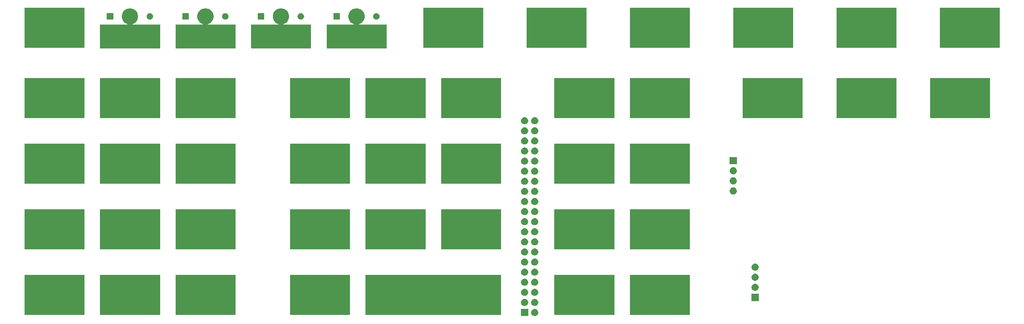
<source format=gbr>
G04 #@! TF.GenerationSoftware,KiCad,Pcbnew,(5.1.6)-1*
G04 #@! TF.CreationDate,2020-09-21T19:06:34+02:00*
G04 #@! TF.ProjectId,3003,33303033-2e6b-4696-9361-645f70636258,rev?*
G04 #@! TF.SameCoordinates,Original*
G04 #@! TF.FileFunction,Soldermask,Top*
G04 #@! TF.FilePolarity,Negative*
%FSLAX46Y46*%
G04 Gerber Fmt 4.6, Leading zero omitted, Abs format (unit mm)*
G04 Created by KiCad (PCBNEW (5.1.6)-1) date 2020-09-21 19:06:34*
%MOMM*%
%LPD*%
G01*
G04 APERTURE LIST*
%ADD10C,0.100000*%
G04 APERTURE END LIST*
D10*
G36*
X177500000Y-81000000D02*
G01*
X162500000Y-81000000D01*
X162500000Y-71000000D01*
X177500000Y-71000000D01*
X177500000Y-81000000D01*
G37*
X177500000Y-81000000D02*
X162500000Y-81000000D01*
X162500000Y-71000000D01*
X177500000Y-71000000D01*
X177500000Y-81000000D01*
G36*
X229500000Y-31500000D02*
G01*
X214500000Y-31500000D01*
X214500000Y-21500000D01*
X229500000Y-21500000D01*
X229500000Y-31500000D01*
G37*
X229500000Y-31500000D02*
X214500000Y-31500000D01*
X214500000Y-21500000D01*
X229500000Y-21500000D01*
X229500000Y-31500000D01*
G36*
X111000000Y-64500000D02*
G01*
X96000000Y-64500000D01*
X96000000Y-54500000D01*
X111000000Y-54500000D01*
X111000000Y-64500000D01*
G37*
X111000000Y-64500000D02*
X96000000Y-64500000D01*
X96000000Y-54500000D01*
X111000000Y-54500000D01*
X111000000Y-64500000D01*
G36*
X25200000Y-48000000D02*
G01*
X10200000Y-48000000D01*
X10200000Y-38000000D01*
X25200000Y-38000000D01*
X25200000Y-48000000D01*
G37*
X25200000Y-48000000D02*
X10200000Y-48000000D01*
X10200000Y-38000000D01*
X25200000Y-38000000D01*
X25200000Y-48000000D01*
G36*
X111000000Y-48000000D02*
G01*
X96000000Y-48000000D01*
X96000000Y-38000000D01*
X111000000Y-38000000D01*
X111000000Y-48000000D01*
G37*
X111000000Y-48000000D02*
X96000000Y-48000000D01*
X96000000Y-38000000D01*
X111000000Y-38000000D01*
X111000000Y-48000000D01*
G36*
X44200000Y-48000000D02*
G01*
X29200000Y-48000000D01*
X29200000Y-38000000D01*
X44200000Y-38000000D01*
X44200000Y-48000000D01*
G37*
X44200000Y-48000000D02*
X29200000Y-48000000D01*
X29200000Y-38000000D01*
X44200000Y-38000000D01*
X44200000Y-48000000D01*
G36*
X158500000Y-64500000D02*
G01*
X143500000Y-64500000D01*
X143500000Y-54500000D01*
X158500000Y-54500000D01*
X158500000Y-64500000D01*
G37*
X158500000Y-64500000D02*
X143500000Y-64500000D01*
X143500000Y-54500000D01*
X158500000Y-54500000D01*
X158500000Y-64500000D01*
G36*
X63200000Y-48000000D02*
G01*
X48200000Y-48000000D01*
X48200000Y-38000000D01*
X63200000Y-38000000D01*
X63200000Y-48000000D01*
G37*
X63200000Y-48000000D02*
X48200000Y-48000000D01*
X48200000Y-38000000D01*
X63200000Y-38000000D01*
X63200000Y-48000000D01*
G36*
X130000000Y-64500000D02*
G01*
X115000000Y-64500000D01*
X115000000Y-54500000D01*
X130000000Y-54500000D01*
X130000000Y-64500000D01*
G37*
X130000000Y-64500000D02*
X115000000Y-64500000D01*
X115000000Y-54500000D01*
X130000000Y-54500000D01*
X130000000Y-64500000D01*
G36*
X25200000Y-31500000D02*
G01*
X10200000Y-31500000D01*
X10200000Y-21500000D01*
X25200000Y-21500000D01*
X25200000Y-31500000D01*
G37*
X25200000Y-31500000D02*
X10200000Y-31500000D01*
X10200000Y-21500000D01*
X25200000Y-21500000D01*
X25200000Y-31500000D01*
G36*
X101200000Y-14000000D02*
G01*
X86200000Y-14000000D01*
X86200000Y-8000000D01*
X101200000Y-8000000D01*
X101200000Y-14000000D01*
G37*
X101200000Y-14000000D02*
X86200000Y-14000000D01*
X86200000Y-8000000D01*
X101200000Y-8000000D01*
X101200000Y-14000000D01*
G36*
X158500000Y-31500000D02*
G01*
X143500000Y-31500000D01*
X143500000Y-21500000D01*
X158500000Y-21500000D01*
X158500000Y-31500000D01*
G37*
X158500000Y-31500000D02*
X143500000Y-31500000D01*
X143500000Y-21500000D01*
X158500000Y-21500000D01*
X158500000Y-31500000D01*
G36*
X44200000Y-31500000D02*
G01*
X29200000Y-31500000D01*
X29200000Y-21500000D01*
X44200000Y-21500000D01*
X44200000Y-31500000D01*
G37*
X44200000Y-31500000D02*
X29200000Y-31500000D01*
X29200000Y-21500000D01*
X44200000Y-21500000D01*
X44200000Y-31500000D01*
G36*
X63200000Y-31500000D02*
G01*
X48200000Y-31500000D01*
X48200000Y-21500000D01*
X63200000Y-21500000D01*
X63200000Y-31500000D01*
G37*
X63200000Y-31500000D02*
X48200000Y-31500000D01*
X48200000Y-21500000D01*
X63200000Y-21500000D01*
X63200000Y-31500000D01*
G36*
X92000000Y-31500000D02*
G01*
X77000000Y-31500000D01*
X77000000Y-21500000D01*
X92000000Y-21500000D01*
X92000000Y-31500000D01*
G37*
X92000000Y-31500000D02*
X77000000Y-31500000D01*
X77000000Y-21500000D01*
X92000000Y-21500000D01*
X92000000Y-31500000D01*
G36*
X205900000Y-31500000D02*
G01*
X190900000Y-31500000D01*
X190900000Y-21500000D01*
X205900000Y-21500000D01*
X205900000Y-31500000D01*
G37*
X205900000Y-31500000D02*
X190900000Y-31500000D01*
X190900000Y-21500000D01*
X205900000Y-21500000D01*
X205900000Y-31500000D01*
G36*
X177500000Y-48000000D02*
G01*
X162500000Y-48000000D01*
X162500000Y-38000000D01*
X177500000Y-38000000D01*
X177500000Y-48000000D01*
G37*
X177500000Y-48000000D02*
X162500000Y-48000000D01*
X162500000Y-38000000D01*
X177500000Y-38000000D01*
X177500000Y-48000000D01*
G36*
X125500000Y-13800000D02*
G01*
X110500000Y-13800000D01*
X110500000Y-3800000D01*
X125500000Y-3800000D01*
X125500000Y-13800000D01*
G37*
X125500000Y-13800000D02*
X110500000Y-13800000D01*
X110500000Y-3800000D01*
X125500000Y-3800000D01*
X125500000Y-13800000D01*
G36*
X151500000Y-13800000D02*
G01*
X136500000Y-13800000D01*
X136500000Y-3800000D01*
X151500000Y-3800000D01*
X151500000Y-13800000D01*
G37*
X151500000Y-13800000D02*
X136500000Y-13800000D01*
X136500000Y-3800000D01*
X151500000Y-3800000D01*
X151500000Y-13800000D01*
G36*
X82200000Y-14000000D02*
G01*
X67200000Y-14000000D01*
X67200000Y-8000000D01*
X82200000Y-8000000D01*
X82200000Y-14000000D01*
G37*
X82200000Y-14000000D02*
X67200000Y-14000000D01*
X67200000Y-8000000D01*
X82200000Y-8000000D01*
X82200000Y-14000000D01*
G36*
X130000000Y-31500000D02*
G01*
X115000000Y-31500000D01*
X115000000Y-21500000D01*
X130000000Y-21500000D01*
X130000000Y-31500000D01*
G37*
X130000000Y-31500000D02*
X115000000Y-31500000D01*
X115000000Y-21500000D01*
X130000000Y-21500000D01*
X130000000Y-31500000D01*
G36*
X158500000Y-48000000D02*
G01*
X143500000Y-48000000D01*
X143500000Y-38000000D01*
X158500000Y-38000000D01*
X158500000Y-48000000D01*
G37*
X158500000Y-48000000D02*
X143500000Y-48000000D01*
X143500000Y-38000000D01*
X158500000Y-38000000D01*
X158500000Y-48000000D01*
G36*
X63200000Y-14000000D02*
G01*
X48200000Y-14000000D01*
X48200000Y-8000000D01*
X63200000Y-8000000D01*
X63200000Y-14000000D01*
G37*
X63200000Y-14000000D02*
X48200000Y-14000000D01*
X48200000Y-8000000D01*
X63200000Y-8000000D01*
X63200000Y-14000000D01*
G36*
X177500000Y-31500000D02*
G01*
X162500000Y-31500000D01*
X162500000Y-21500000D01*
X177500000Y-21500000D01*
X177500000Y-31500000D01*
G37*
X177500000Y-31500000D02*
X162500000Y-31500000D01*
X162500000Y-21500000D01*
X177500000Y-21500000D01*
X177500000Y-31500000D01*
G36*
X253000000Y-31500000D02*
G01*
X238000000Y-31500000D01*
X238000000Y-21500000D01*
X253000000Y-21500000D01*
X253000000Y-31500000D01*
G37*
X253000000Y-31500000D02*
X238000000Y-31500000D01*
X238000000Y-21500000D01*
X253000000Y-21500000D01*
X253000000Y-31500000D01*
G36*
X25200000Y-13800000D02*
G01*
X10200000Y-13800000D01*
X10200000Y-3800000D01*
X25200000Y-3800000D01*
X25200000Y-13800000D01*
G37*
X25200000Y-13800000D02*
X10200000Y-13800000D01*
X10200000Y-3800000D01*
X25200000Y-3800000D01*
X25200000Y-13800000D01*
G36*
X44200000Y-14000000D02*
G01*
X29200000Y-14000000D01*
X29200000Y-8000000D01*
X44200000Y-8000000D01*
X44200000Y-14000000D01*
G37*
X44200000Y-14000000D02*
X29200000Y-14000000D01*
X29200000Y-8000000D01*
X44200000Y-8000000D01*
X44200000Y-14000000D01*
G36*
X255500000Y-13800000D02*
G01*
X240500000Y-13800000D01*
X240500000Y-3800000D01*
X255500000Y-3800000D01*
X255500000Y-13800000D01*
G37*
X255500000Y-13800000D02*
X240500000Y-13800000D01*
X240500000Y-3800000D01*
X255500000Y-3800000D01*
X255500000Y-13800000D01*
G36*
X229500000Y-13800000D02*
G01*
X214500000Y-13800000D01*
X214500000Y-3800000D01*
X229500000Y-3800000D01*
X229500000Y-13800000D01*
G37*
X229500000Y-13800000D02*
X214500000Y-13800000D01*
X214500000Y-3800000D01*
X229500000Y-3800000D01*
X229500000Y-13800000D01*
G36*
X158500000Y-81000000D02*
G01*
X143500000Y-81000000D01*
X143500000Y-71000000D01*
X158500000Y-71000000D01*
X158500000Y-81000000D01*
G37*
X158500000Y-81000000D02*
X143500000Y-81000000D01*
X143500000Y-71000000D01*
X158500000Y-71000000D01*
X158500000Y-81000000D01*
G36*
X130000000Y-48000000D02*
G01*
X115000000Y-48000000D01*
X115000000Y-38000000D01*
X130000000Y-38000000D01*
X130000000Y-48000000D01*
G37*
X130000000Y-48000000D02*
X115000000Y-48000000D01*
X115000000Y-38000000D01*
X130000000Y-38000000D01*
X130000000Y-48000000D01*
G36*
X44200000Y-81000000D02*
G01*
X29200000Y-81000000D01*
X29200000Y-71000000D01*
X44200000Y-71000000D01*
X44200000Y-81000000D01*
G37*
X44200000Y-81000000D02*
X29200000Y-81000000D01*
X29200000Y-71000000D01*
X44200000Y-71000000D01*
X44200000Y-81000000D01*
G36*
X177500000Y-64500000D02*
G01*
X162500000Y-64500000D01*
X162500000Y-54500000D01*
X177500000Y-54500000D01*
X177500000Y-64500000D01*
G37*
X177500000Y-64500000D02*
X162500000Y-64500000D01*
X162500000Y-54500000D01*
X177500000Y-54500000D01*
X177500000Y-64500000D01*
G36*
X92000000Y-81000000D02*
G01*
X77000000Y-81000000D01*
X77000000Y-71000000D01*
X92000000Y-71000000D01*
X92000000Y-81000000D01*
G37*
X92000000Y-81000000D02*
X77000000Y-81000000D01*
X77000000Y-71000000D01*
X92000000Y-71000000D01*
X92000000Y-81000000D01*
G36*
X63200000Y-81000000D02*
G01*
X48200000Y-81000000D01*
X48200000Y-71000000D01*
X63200000Y-71000000D01*
X63200000Y-81000000D01*
G37*
X63200000Y-81000000D02*
X48200000Y-81000000D01*
X48200000Y-71000000D01*
X63200000Y-71000000D01*
X63200000Y-81000000D01*
G36*
X63200000Y-64500000D02*
G01*
X48200000Y-64500000D01*
X48200000Y-54500000D01*
X63200000Y-54500000D01*
X63200000Y-64500000D01*
G37*
X63200000Y-64500000D02*
X48200000Y-64500000D01*
X48200000Y-54500000D01*
X63200000Y-54500000D01*
X63200000Y-64500000D01*
G36*
X130000000Y-81000000D02*
G01*
X96000000Y-81000000D01*
X96000000Y-71000000D01*
X130000000Y-71000000D01*
X130000000Y-81000000D01*
G37*
X130000000Y-81000000D02*
X96000000Y-81000000D01*
X96000000Y-71000000D01*
X130000000Y-71000000D01*
X130000000Y-81000000D01*
G36*
X25200000Y-81000000D02*
G01*
X10200000Y-81000000D01*
X10200000Y-71000000D01*
X25200000Y-71000000D01*
X25200000Y-81000000D01*
G37*
X25200000Y-81000000D02*
X10200000Y-81000000D01*
X10200000Y-71000000D01*
X25200000Y-71000000D01*
X25200000Y-81000000D01*
G36*
X92000000Y-48000000D02*
G01*
X77000000Y-48000000D01*
X77000000Y-38000000D01*
X92000000Y-38000000D01*
X92000000Y-48000000D01*
G37*
X92000000Y-48000000D02*
X77000000Y-48000000D01*
X77000000Y-38000000D01*
X92000000Y-38000000D01*
X92000000Y-48000000D01*
G36*
X177500000Y-13800000D02*
G01*
X162500000Y-13800000D01*
X162500000Y-3800000D01*
X177500000Y-3800000D01*
X177500000Y-13800000D01*
G37*
X177500000Y-13800000D02*
X162500000Y-13800000D01*
X162500000Y-3800000D01*
X177500000Y-3800000D01*
X177500000Y-13800000D01*
G36*
X203500000Y-13800000D02*
G01*
X188500000Y-13800000D01*
X188500000Y-3800000D01*
X203500000Y-3800000D01*
X203500000Y-13800000D01*
G37*
X203500000Y-13800000D02*
X188500000Y-13800000D01*
X188500000Y-3800000D01*
X203500000Y-3800000D01*
X203500000Y-13800000D01*
G36*
X111000000Y-31500000D02*
G01*
X96000000Y-31500000D01*
X96000000Y-21500000D01*
X111000000Y-21500000D01*
X111000000Y-31500000D01*
G37*
X111000000Y-31500000D02*
X96000000Y-31500000D01*
X96000000Y-21500000D01*
X111000000Y-21500000D01*
X111000000Y-31500000D01*
G36*
X44200000Y-64500000D02*
G01*
X29200000Y-64500000D01*
X29200000Y-54500000D01*
X44200000Y-54500000D01*
X44200000Y-64500000D01*
G37*
X44200000Y-64500000D02*
X29200000Y-64500000D01*
X29200000Y-54500000D01*
X44200000Y-54500000D01*
X44200000Y-64500000D01*
G36*
X25200000Y-64500000D02*
G01*
X10200000Y-64500000D01*
X10200000Y-54500000D01*
X25200000Y-54500000D01*
X25200000Y-64500000D01*
G37*
X25200000Y-64500000D02*
X10200000Y-64500000D01*
X10200000Y-54500000D01*
X25200000Y-54500000D01*
X25200000Y-64500000D01*
G36*
X92000000Y-64500000D02*
G01*
X77000000Y-64500000D01*
X77000000Y-54500000D01*
X92000000Y-54500000D01*
X92000000Y-64500000D01*
G37*
X92000000Y-64500000D02*
X77000000Y-64500000D01*
X77000000Y-54500000D01*
X92000000Y-54500000D01*
X92000000Y-64500000D01*
G36*
X138653512Y-79603927D02*
G01*
X138802812Y-79633624D01*
X138966784Y-79701544D01*
X139114354Y-79800147D01*
X139239853Y-79925646D01*
X139338456Y-80073216D01*
X139406376Y-80237188D01*
X139430031Y-80356115D01*
X139438814Y-80400266D01*
X139441000Y-80411259D01*
X139441000Y-80588741D01*
X139406376Y-80762812D01*
X139338456Y-80926784D01*
X139239853Y-81074354D01*
X139114354Y-81199853D01*
X138966784Y-81298456D01*
X138802812Y-81366376D01*
X138653512Y-81396073D01*
X138628742Y-81401000D01*
X138451258Y-81401000D01*
X138426488Y-81396073D01*
X138277188Y-81366376D01*
X138113216Y-81298456D01*
X137965646Y-81199853D01*
X137840147Y-81074354D01*
X137741544Y-80926784D01*
X137673624Y-80762812D01*
X137639000Y-80588741D01*
X137639000Y-80411259D01*
X137641187Y-80400266D01*
X137649969Y-80356115D01*
X137673624Y-80237188D01*
X137741544Y-80073216D01*
X137840147Y-79925646D01*
X137965646Y-79800147D01*
X138113216Y-79701544D01*
X138277188Y-79633624D01*
X138426488Y-79603927D01*
X138451258Y-79599000D01*
X138628742Y-79599000D01*
X138653512Y-79603927D01*
G37*
G36*
X136901000Y-81401000D02*
G01*
X135099000Y-81401000D01*
X135099000Y-79599000D01*
X136901000Y-79599000D01*
X136901000Y-81401000D01*
G37*
G36*
X86532510Y-71199887D02*
G01*
X87403091Y-71285249D01*
X87404095Y-71285351D01*
X87415914Y-71287223D01*
X87433672Y-71290997D01*
X87435375Y-71291347D01*
X87453390Y-71294914D01*
X87464223Y-71297615D01*
X88302009Y-71550558D01*
X88302541Y-71550721D01*
X88302605Y-71550740D01*
X88313853Y-71554878D01*
X88330607Y-71562059D01*
X88332219Y-71562737D01*
X88349123Y-71569704D01*
X88359222Y-71574456D01*
X89131973Y-71985335D01*
X89132473Y-71985603D01*
X89142696Y-71991842D01*
X89157715Y-72002126D01*
X89159161Y-72003101D01*
X89174412Y-72013234D01*
X89183419Y-72019875D01*
X89861422Y-72572840D01*
X89861910Y-72573241D01*
X89862082Y-72573383D01*
X89870887Y-72581479D01*
X89883586Y-72594447D01*
X89884813Y-72595682D01*
X89897849Y-72608628D01*
X89905388Y-72616884D01*
X90462958Y-73290871D01*
X90463609Y-73291664D01*
X90470691Y-73301337D01*
X90480676Y-73316596D01*
X90481640Y-73318047D01*
X90491862Y-73333202D01*
X90497647Y-73342754D01*
X90913747Y-74112314D01*
X90916441Y-74118306D01*
X90917077Y-74119354D01*
X90917100Y-74119385D01*
X90919235Y-74123963D01*
X90926021Y-74140759D01*
X90926688Y-74142376D01*
X90933821Y-74159344D01*
X90937638Y-74169831D01*
X91196386Y-75005708D01*
X91196613Y-75006449D01*
X91199462Y-75018051D01*
X91202862Y-75035874D01*
X91203200Y-75037581D01*
X91206900Y-75055608D01*
X91208606Y-75066632D01*
X91216194Y-75138826D01*
X91221132Y-75162828D01*
X91230657Y-75185405D01*
X91244404Y-75205690D01*
X91261844Y-75222903D01*
X91292673Y-75241244D01*
X91385101Y-75279529D01*
X91518255Y-75368499D01*
X91631501Y-75481745D01*
X91720471Y-75614899D01*
X91781758Y-75762858D01*
X91813000Y-75919925D01*
X91813000Y-76080075D01*
X91781758Y-76237142D01*
X91720471Y-76385101D01*
X91631501Y-76518255D01*
X91518255Y-76631501D01*
X91385103Y-76720470D01*
X91298467Y-76756356D01*
X91276857Y-76767907D01*
X91257915Y-76783453D01*
X91242370Y-76802395D01*
X91230819Y-76824006D01*
X91223706Y-76847455D01*
X91221819Y-76860509D01*
X91221554Y-76863422D01*
X91220393Y-76869500D01*
X91220301Y-76870509D01*
X91220202Y-76870500D01*
X91220184Y-76870593D01*
X91220159Y-76870868D01*
X91220266Y-76870878D01*
X91220082Y-76872761D01*
X91220108Y-76876035D01*
X91219058Y-76882985D01*
X91215423Y-76900689D01*
X91215083Y-76902406D01*
X91211628Y-76920519D01*
X91209003Y-76931369D01*
X90966052Y-77756842D01*
X90963615Y-77762977D01*
X90961319Y-77770777D01*
X90960899Y-77770653D01*
X90960804Y-77770993D01*
X90961218Y-77771118D01*
X90960212Y-77774454D01*
X90958745Y-77778531D01*
X90958300Y-77781041D01*
X90957675Y-77782778D01*
X90950646Y-77799500D01*
X90949984Y-77801107D01*
X90943098Y-77818149D01*
X90938423Y-77828265D01*
X90532984Y-78603800D01*
X90532669Y-78604396D01*
X90526506Y-78614653D01*
X90516345Y-78629718D01*
X90515381Y-78631168D01*
X90505322Y-78646538D01*
X90498771Y-78655556D01*
X89959144Y-79326716D01*
X89954272Y-79331810D01*
X89949905Y-79337241D01*
X89949564Y-79336967D01*
X89949346Y-79337253D01*
X89949677Y-79337522D01*
X89947476Y-79340222D01*
X89944287Y-79343741D01*
X89943030Y-79345771D01*
X89941964Y-79346947D01*
X89929098Y-79359723D01*
X89927869Y-79360960D01*
X89915004Y-79374097D01*
X89906818Y-79381677D01*
X89236513Y-79944131D01*
X89235957Y-79944594D01*
X89235948Y-79944601D01*
X89226318Y-79951753D01*
X89211206Y-79961794D01*
X89209761Y-79962769D01*
X89194608Y-79973144D01*
X89185087Y-79979002D01*
X88431305Y-80393396D01*
X88425353Y-80395977D01*
X88417870Y-80400091D01*
X88417659Y-80399706D01*
X88417343Y-80399884D01*
X88417550Y-80400266D01*
X88414484Y-80401924D01*
X88410627Y-80403756D01*
X88408486Y-80405252D01*
X88406846Y-80406030D01*
X88390079Y-80412942D01*
X88388479Y-80413615D01*
X88371568Y-80420862D01*
X88361103Y-80424754D01*
X87526877Y-80689386D01*
X87526887Y-80689417D01*
X87526738Y-80689454D01*
X87526522Y-80689502D01*
X87526521Y-80689498D01*
X87526468Y-80689514D01*
X87526393Y-80689531D01*
X87526236Y-80689581D01*
X87514728Y-80692493D01*
X87496899Y-80696023D01*
X87495188Y-80696375D01*
X87477241Y-80700190D01*
X87466217Y-80701975D01*
X86596604Y-80799518D01*
X86596009Y-80799582D01*
X86595907Y-80799593D01*
X86580683Y-80800391D01*
X86580686Y-80800453D01*
X86576083Y-80800695D01*
X86576080Y-80800633D01*
X86561881Y-80801427D01*
X86502239Y-80801844D01*
X86501651Y-80801846D01*
X86500122Y-80801846D01*
X86499878Y-80801852D01*
X83500107Y-80801852D01*
X83499496Y-80801850D01*
X83499422Y-80801849D01*
X83487480Y-80801141D01*
X83448312Y-80796747D01*
X83426521Y-80792115D01*
X83391669Y-80781059D01*
X83371172Y-80772274D01*
X83339140Y-80754664D01*
X83320745Y-80742068D01*
X83292730Y-80718562D01*
X83277142Y-80702644D01*
X83254229Y-80674146D01*
X83242024Y-80655495D01*
X83225085Y-80623094D01*
X83216734Y-80602425D01*
X83206412Y-80567352D01*
X83202237Y-80545463D01*
X83198922Y-80509038D01*
X83199077Y-80486752D01*
X83202899Y-80450392D01*
X83207380Y-80428559D01*
X83218195Y-80393623D01*
X83226830Y-80373079D01*
X83244220Y-80340919D01*
X83256683Y-80322442D01*
X83279990Y-80294268D01*
X83295808Y-80278560D01*
X83324145Y-80255449D01*
X83342702Y-80243120D01*
X83374996Y-80225948D01*
X83395595Y-80217458D01*
X83430604Y-80206888D01*
X83452466Y-80202559D01*
X83491885Y-80198695D01*
X83503059Y-80198148D01*
X86498451Y-80198148D01*
X86499322Y-80198145D01*
X86538353Y-80197873D01*
X86551416Y-80197097D01*
X87360363Y-80106359D01*
X87384225Y-80101287D01*
X87563914Y-80044286D01*
X87586432Y-80034623D01*
X87606633Y-80020752D01*
X87623739Y-80003207D01*
X87637094Y-79982662D01*
X87646184Y-79959907D01*
X87646403Y-79958729D01*
X87655061Y-79965872D01*
X87676641Y-79977479D01*
X87700072Y-79984653D01*
X87724451Y-79987119D01*
X87748844Y-79984780D01*
X87762573Y-79981268D01*
X88141573Y-79861042D01*
X88163996Y-79851431D01*
X88860257Y-79468658D01*
X88880386Y-79454876D01*
X89395544Y-79022606D01*
X89412681Y-79005091D01*
X89426072Y-78984569D01*
X89435201Y-78961829D01*
X89439719Y-78937745D01*
X89439452Y-78913243D01*
X89434410Y-78889263D01*
X89424786Y-78866728D01*
X89410951Y-78846503D01*
X89393436Y-78829366D01*
X89372914Y-78815975D01*
X89350174Y-78806846D01*
X89315196Y-78801852D01*
X80000107Y-78801852D01*
X79999496Y-78801850D01*
X79999422Y-78801849D01*
X79987480Y-78801141D01*
X79948312Y-78796747D01*
X79926521Y-78792115D01*
X79891669Y-78781059D01*
X79871172Y-78772274D01*
X79839140Y-78754664D01*
X79820745Y-78742068D01*
X79792730Y-78718562D01*
X79777142Y-78702644D01*
X79754229Y-78674146D01*
X79742024Y-78655495D01*
X79725085Y-78623094D01*
X79716734Y-78602425D01*
X79706412Y-78567352D01*
X79702237Y-78545463D01*
X79698922Y-78509038D01*
X79699077Y-78486752D01*
X79702899Y-78450392D01*
X79707380Y-78428559D01*
X79718195Y-78393623D01*
X79726830Y-78373079D01*
X79744220Y-78340919D01*
X79756683Y-78322442D01*
X79779990Y-78294268D01*
X79795808Y-78278560D01*
X79824145Y-78255449D01*
X79842702Y-78243120D01*
X79874996Y-78225948D01*
X79895595Y-78217458D01*
X79930604Y-78206888D01*
X79952466Y-78202559D01*
X79991885Y-78198695D01*
X80003059Y-78198148D01*
X89988126Y-78198148D01*
X90012512Y-78195746D01*
X90035961Y-78188633D01*
X90057572Y-78177082D01*
X90076514Y-78161537D01*
X90092059Y-78142595D01*
X90098901Y-78131061D01*
X90385434Y-77582975D01*
X90394572Y-77560356D01*
X90570636Y-76962144D01*
X90575217Y-76938071D01*
X90575014Y-76913568D01*
X90570035Y-76889575D01*
X90560470Y-76867015D01*
X90546688Y-76846754D01*
X90529218Y-76829571D01*
X90508731Y-76816127D01*
X90486016Y-76806938D01*
X90450723Y-76801852D01*
X80000107Y-76801852D01*
X79999496Y-76801850D01*
X79999422Y-76801849D01*
X79987480Y-76801141D01*
X79948312Y-76796747D01*
X79926521Y-76792115D01*
X79891669Y-76781059D01*
X79871172Y-76772274D01*
X79839140Y-76754664D01*
X79820745Y-76742068D01*
X79792730Y-76718562D01*
X79777142Y-76702644D01*
X79754229Y-76674146D01*
X79742024Y-76655495D01*
X79725085Y-76623094D01*
X79716734Y-76602425D01*
X79706412Y-76567352D01*
X79702237Y-76545463D01*
X79698922Y-76509038D01*
X79699077Y-76486752D01*
X79702899Y-76450392D01*
X79707380Y-76428559D01*
X79718195Y-76393623D01*
X79726830Y-76373079D01*
X79744220Y-76340919D01*
X79756683Y-76322442D01*
X79779990Y-76294268D01*
X79795808Y-76278560D01*
X79824145Y-76255449D01*
X79842702Y-76243120D01*
X79874996Y-76225948D01*
X79895595Y-76217458D01*
X79930604Y-76206888D01*
X79952466Y-76202559D01*
X79991885Y-76198695D01*
X80003059Y-76198148D01*
X90062001Y-76198148D01*
X90086387Y-76195746D01*
X90109836Y-76188633D01*
X90131447Y-76177082D01*
X90150389Y-76161537D01*
X90165934Y-76142595D01*
X90177485Y-76120984D01*
X90184598Y-76097535D01*
X90187000Y-76073149D01*
X90187000Y-75919925D01*
X90218242Y-75762858D01*
X90279529Y-75614899D01*
X90368499Y-75481745D01*
X90481743Y-75368501D01*
X90560602Y-75315809D01*
X90579544Y-75300264D01*
X90595089Y-75281322D01*
X90606640Y-75259711D01*
X90613753Y-75236262D01*
X90616155Y-75211876D01*
X90615470Y-75198810D01*
X90612266Y-75168327D01*
X90607361Y-75144429D01*
X90528566Y-74889887D01*
X90519060Y-74867302D01*
X90505331Y-74847005D01*
X90487906Y-74829777D01*
X90467454Y-74816279D01*
X90444763Y-74807030D01*
X90409157Y-74801852D01*
X80000107Y-74801852D01*
X79999496Y-74801850D01*
X79999422Y-74801849D01*
X79987480Y-74801141D01*
X79948312Y-74796747D01*
X79926521Y-74792115D01*
X79891669Y-74781059D01*
X79871172Y-74772274D01*
X79839140Y-74754664D01*
X79820745Y-74742068D01*
X79792730Y-74718562D01*
X79777142Y-74702644D01*
X79754229Y-74674146D01*
X79742024Y-74655495D01*
X79725085Y-74623094D01*
X79716734Y-74602425D01*
X79706412Y-74567352D01*
X79702237Y-74545463D01*
X79698922Y-74509038D01*
X79699077Y-74486752D01*
X79702899Y-74450392D01*
X79707380Y-74428559D01*
X79718195Y-74393623D01*
X79726830Y-74373079D01*
X79744220Y-74340919D01*
X79756683Y-74322442D01*
X79779990Y-74294268D01*
X79795808Y-74278560D01*
X79824145Y-74255449D01*
X79842702Y-74243120D01*
X79874996Y-74225948D01*
X79895595Y-74217458D01*
X79930604Y-74206888D01*
X79952466Y-74202559D01*
X79991885Y-74198695D01*
X80003059Y-74198148D01*
X90064168Y-74198148D01*
X90088554Y-74195746D01*
X90112003Y-74188633D01*
X90133614Y-74177082D01*
X90152556Y-74161537D01*
X90168101Y-74142595D01*
X90179652Y-74120984D01*
X90186765Y-74097535D01*
X90189167Y-74073149D01*
X90186765Y-74048763D01*
X90179652Y-74025314D01*
X90174123Y-74013697D01*
X89985052Y-73664016D01*
X89971410Y-73643791D01*
X89464952Y-73031589D01*
X89447642Y-73014399D01*
X89221527Y-72829984D01*
X89201111Y-72816432D01*
X89178444Y-72807124D01*
X89142524Y-72801852D01*
X81500107Y-72801852D01*
X81499496Y-72801850D01*
X81499422Y-72801849D01*
X81487480Y-72801141D01*
X81448312Y-72796747D01*
X81426521Y-72792115D01*
X81391669Y-72781059D01*
X81371172Y-72772274D01*
X81339140Y-72754664D01*
X81320745Y-72742068D01*
X81292730Y-72718562D01*
X81277142Y-72702644D01*
X81254229Y-72674146D01*
X81242024Y-72655495D01*
X81225085Y-72623094D01*
X81216734Y-72602425D01*
X81206412Y-72567352D01*
X81202237Y-72545463D01*
X81198922Y-72509038D01*
X81199077Y-72486752D01*
X81202899Y-72450392D01*
X81207380Y-72428559D01*
X81218195Y-72393623D01*
X81226830Y-72373079D01*
X81244220Y-72340919D01*
X81256683Y-72322442D01*
X81279990Y-72294268D01*
X81295808Y-72278560D01*
X81324145Y-72255449D01*
X81344398Y-72241993D01*
X81363380Y-72226498D01*
X81378975Y-72207596D01*
X81390582Y-72186016D01*
X81394975Y-72171666D01*
X81395813Y-72172483D01*
X81416358Y-72185838D01*
X81439113Y-72194928D01*
X81463205Y-72199404D01*
X81486082Y-72199264D01*
X81491893Y-72198694D01*
X81503059Y-72198148D01*
X87511726Y-72198148D01*
X87536112Y-72195746D01*
X87559561Y-72188633D01*
X87581172Y-72177082D01*
X87600114Y-72161537D01*
X87615659Y-72142595D01*
X87627210Y-72120984D01*
X87634323Y-72097535D01*
X87636725Y-72073149D01*
X87634323Y-72048763D01*
X87627210Y-72025314D01*
X87615659Y-72003703D01*
X87600114Y-71984761D01*
X87581172Y-71969216D01*
X87559561Y-71957665D01*
X87547855Y-71953485D01*
X87326878Y-71886768D01*
X87302947Y-71882030D01*
X86470964Y-71800453D01*
X86469954Y-71800351D01*
X86458159Y-71798482D01*
X86419606Y-71790288D01*
X86398364Y-71783549D01*
X86364752Y-71769143D01*
X86345217Y-71758403D01*
X86315058Y-71737753D01*
X86297980Y-71723422D01*
X86272394Y-71697295D01*
X86258429Y-71679926D01*
X86238409Y-71649334D01*
X86228080Y-71629575D01*
X86214388Y-71595688D01*
X86208091Y-71574291D01*
X86201240Y-71538375D01*
X86199221Y-71516189D01*
X86199475Y-71479618D01*
X86201805Y-71457457D01*
X86209157Y-71421638D01*
X86215752Y-71400334D01*
X86229914Y-71366646D01*
X86240520Y-71347030D01*
X86260971Y-71316711D01*
X86275171Y-71299545D01*
X86301115Y-71273780D01*
X86318389Y-71259692D01*
X86348846Y-71239457D01*
X86368530Y-71228991D01*
X86402325Y-71215062D01*
X86423673Y-71208616D01*
X86459536Y-71201515D01*
X86481712Y-71199341D01*
X86521337Y-71199341D01*
X86532510Y-71199887D01*
G37*
G36*
X57732510Y-71199887D02*
G01*
X58603091Y-71285249D01*
X58604095Y-71285351D01*
X58615914Y-71287223D01*
X58633672Y-71290997D01*
X58635375Y-71291347D01*
X58653390Y-71294914D01*
X58664223Y-71297615D01*
X59502009Y-71550558D01*
X59502541Y-71550721D01*
X59502605Y-71550740D01*
X59513853Y-71554878D01*
X59530607Y-71562059D01*
X59532219Y-71562737D01*
X59549123Y-71569704D01*
X59559222Y-71574456D01*
X60331973Y-71985335D01*
X60332473Y-71985603D01*
X60342696Y-71991842D01*
X60357715Y-72002126D01*
X60359161Y-72003101D01*
X60374412Y-72013234D01*
X60383419Y-72019875D01*
X61061422Y-72572840D01*
X61061910Y-72573241D01*
X61062082Y-72573383D01*
X61070887Y-72581479D01*
X61083586Y-72594447D01*
X61084813Y-72595682D01*
X61097849Y-72608628D01*
X61105388Y-72616884D01*
X61662958Y-73290871D01*
X61663609Y-73291664D01*
X61670691Y-73301337D01*
X61680676Y-73316596D01*
X61681640Y-73318047D01*
X61691862Y-73333202D01*
X61697647Y-73342754D01*
X62113747Y-74112314D01*
X62116441Y-74118306D01*
X62117077Y-74119354D01*
X62117100Y-74119385D01*
X62119235Y-74123963D01*
X62126021Y-74140759D01*
X62126688Y-74142376D01*
X62133821Y-74159344D01*
X62137638Y-74169831D01*
X62396386Y-75005708D01*
X62396613Y-75006449D01*
X62399462Y-75018051D01*
X62402862Y-75035874D01*
X62403200Y-75037581D01*
X62406900Y-75055608D01*
X62408606Y-75066632D01*
X62416194Y-75138826D01*
X62421132Y-75162828D01*
X62430657Y-75185405D01*
X62444404Y-75205690D01*
X62461844Y-75222903D01*
X62492673Y-75241244D01*
X62585101Y-75279529D01*
X62718255Y-75368499D01*
X62831501Y-75481745D01*
X62920471Y-75614899D01*
X62981758Y-75762858D01*
X63013000Y-75919925D01*
X63013000Y-76080075D01*
X62981758Y-76237142D01*
X62920471Y-76385101D01*
X62831501Y-76518255D01*
X62718255Y-76631501D01*
X62585103Y-76720470D01*
X62498467Y-76756356D01*
X62476857Y-76767907D01*
X62457915Y-76783453D01*
X62442370Y-76802395D01*
X62430819Y-76824006D01*
X62423706Y-76847455D01*
X62421819Y-76860509D01*
X62421554Y-76863422D01*
X62420393Y-76869500D01*
X62420301Y-76870509D01*
X62420202Y-76870500D01*
X62420184Y-76870593D01*
X62420159Y-76870868D01*
X62420266Y-76870878D01*
X62420082Y-76872761D01*
X62420108Y-76876035D01*
X62419058Y-76882985D01*
X62415423Y-76900689D01*
X62415083Y-76902406D01*
X62411628Y-76920519D01*
X62409003Y-76931369D01*
X62166052Y-77756842D01*
X62163615Y-77762977D01*
X62161319Y-77770777D01*
X62160899Y-77770653D01*
X62160804Y-77770993D01*
X62161218Y-77771118D01*
X62160212Y-77774454D01*
X62158745Y-77778531D01*
X62158300Y-77781041D01*
X62157675Y-77782778D01*
X62150646Y-77799500D01*
X62149984Y-77801107D01*
X62143098Y-77818149D01*
X62138423Y-77828265D01*
X61732984Y-78603800D01*
X61732669Y-78604396D01*
X61726506Y-78614653D01*
X61716345Y-78629718D01*
X61715381Y-78631168D01*
X61705322Y-78646538D01*
X61698771Y-78655556D01*
X61159144Y-79326716D01*
X61154272Y-79331810D01*
X61149905Y-79337241D01*
X61149564Y-79336967D01*
X61149346Y-79337253D01*
X61149677Y-79337522D01*
X61147476Y-79340222D01*
X61144287Y-79343741D01*
X61143030Y-79345771D01*
X61141964Y-79346947D01*
X61129098Y-79359723D01*
X61127869Y-79360960D01*
X61115004Y-79374097D01*
X61106818Y-79381677D01*
X60436513Y-79944131D01*
X60435957Y-79944594D01*
X60435948Y-79944601D01*
X60426318Y-79951753D01*
X60411206Y-79961794D01*
X60409761Y-79962769D01*
X60394608Y-79973144D01*
X60385087Y-79979002D01*
X59631305Y-80393396D01*
X59625353Y-80395977D01*
X59617870Y-80400091D01*
X59617659Y-80399706D01*
X59617343Y-80399884D01*
X59617550Y-80400266D01*
X59614484Y-80401924D01*
X59610627Y-80403756D01*
X59608486Y-80405252D01*
X59606846Y-80406030D01*
X59590079Y-80412942D01*
X59588479Y-80413615D01*
X59571568Y-80420862D01*
X59561103Y-80424754D01*
X58726877Y-80689386D01*
X58726887Y-80689417D01*
X58726738Y-80689454D01*
X58726522Y-80689502D01*
X58726521Y-80689498D01*
X58726468Y-80689514D01*
X58726393Y-80689531D01*
X58726236Y-80689581D01*
X58714728Y-80692493D01*
X58696899Y-80696023D01*
X58695188Y-80696375D01*
X58677241Y-80700190D01*
X58666217Y-80701975D01*
X57796604Y-80799518D01*
X57796009Y-80799582D01*
X57795907Y-80799593D01*
X57780683Y-80800391D01*
X57780686Y-80800453D01*
X57776083Y-80800695D01*
X57776080Y-80800633D01*
X57761881Y-80801427D01*
X57702239Y-80801844D01*
X57701651Y-80801846D01*
X57700122Y-80801846D01*
X57699878Y-80801852D01*
X54700107Y-80801852D01*
X54699496Y-80801850D01*
X54699422Y-80801849D01*
X54687480Y-80801141D01*
X54648312Y-80796747D01*
X54626521Y-80792115D01*
X54591669Y-80781059D01*
X54571172Y-80772274D01*
X54539140Y-80754664D01*
X54520745Y-80742068D01*
X54492730Y-80718562D01*
X54477142Y-80702644D01*
X54454229Y-80674146D01*
X54442024Y-80655495D01*
X54425085Y-80623094D01*
X54416734Y-80602425D01*
X54406412Y-80567352D01*
X54402237Y-80545463D01*
X54398922Y-80509038D01*
X54399077Y-80486752D01*
X54402899Y-80450392D01*
X54407380Y-80428559D01*
X54418195Y-80393623D01*
X54426830Y-80373079D01*
X54444220Y-80340919D01*
X54456683Y-80322442D01*
X54479990Y-80294268D01*
X54495808Y-80278560D01*
X54524145Y-80255449D01*
X54542702Y-80243120D01*
X54574996Y-80225948D01*
X54595595Y-80217458D01*
X54630604Y-80206888D01*
X54652466Y-80202559D01*
X54691885Y-80198695D01*
X54703059Y-80198148D01*
X57698451Y-80198148D01*
X57699322Y-80198145D01*
X57738353Y-80197873D01*
X57751416Y-80197097D01*
X58560363Y-80106359D01*
X58584225Y-80101287D01*
X58763914Y-80044286D01*
X58786432Y-80034623D01*
X58806633Y-80020752D01*
X58823739Y-80003207D01*
X58837094Y-79982662D01*
X58846184Y-79959907D01*
X58846403Y-79958729D01*
X58855061Y-79965872D01*
X58876641Y-79977479D01*
X58900072Y-79984653D01*
X58924451Y-79987119D01*
X58948844Y-79984780D01*
X58962573Y-79981268D01*
X59341573Y-79861042D01*
X59363996Y-79851431D01*
X60060257Y-79468658D01*
X60080386Y-79454876D01*
X60595544Y-79022606D01*
X60612681Y-79005091D01*
X60626072Y-78984569D01*
X60635201Y-78961829D01*
X60639719Y-78937745D01*
X60639452Y-78913243D01*
X60634410Y-78889263D01*
X60624786Y-78866728D01*
X60610951Y-78846503D01*
X60593436Y-78829366D01*
X60572914Y-78815975D01*
X60550174Y-78806846D01*
X60515196Y-78801852D01*
X51200107Y-78801852D01*
X51199496Y-78801850D01*
X51199422Y-78801849D01*
X51187480Y-78801141D01*
X51148312Y-78796747D01*
X51126521Y-78792115D01*
X51091669Y-78781059D01*
X51071172Y-78772274D01*
X51039140Y-78754664D01*
X51020745Y-78742068D01*
X50992730Y-78718562D01*
X50977142Y-78702644D01*
X50954229Y-78674146D01*
X50942024Y-78655495D01*
X50925085Y-78623094D01*
X50916734Y-78602425D01*
X50906412Y-78567352D01*
X50902237Y-78545463D01*
X50898922Y-78509038D01*
X50899077Y-78486752D01*
X50902899Y-78450392D01*
X50907380Y-78428559D01*
X50918195Y-78393623D01*
X50926830Y-78373079D01*
X50944220Y-78340919D01*
X50956683Y-78322442D01*
X50979990Y-78294268D01*
X50995808Y-78278560D01*
X51024145Y-78255449D01*
X51042702Y-78243120D01*
X51074996Y-78225948D01*
X51095595Y-78217458D01*
X51130604Y-78206888D01*
X51152466Y-78202559D01*
X51191885Y-78198695D01*
X51203059Y-78198148D01*
X61188126Y-78198148D01*
X61212512Y-78195746D01*
X61235961Y-78188633D01*
X61257572Y-78177082D01*
X61276514Y-78161537D01*
X61292059Y-78142595D01*
X61298901Y-78131061D01*
X61585434Y-77582975D01*
X61594572Y-77560356D01*
X61770636Y-76962144D01*
X61775217Y-76938071D01*
X61775014Y-76913568D01*
X61770035Y-76889575D01*
X61760470Y-76867015D01*
X61746688Y-76846754D01*
X61729218Y-76829571D01*
X61708731Y-76816127D01*
X61686016Y-76806938D01*
X61650723Y-76801852D01*
X51200107Y-76801852D01*
X51199496Y-76801850D01*
X51199422Y-76801849D01*
X51187480Y-76801141D01*
X51148312Y-76796747D01*
X51126521Y-76792115D01*
X51091669Y-76781059D01*
X51071172Y-76772274D01*
X51039140Y-76754664D01*
X51020745Y-76742068D01*
X50992730Y-76718562D01*
X50977142Y-76702644D01*
X50954229Y-76674146D01*
X50942024Y-76655495D01*
X50925085Y-76623094D01*
X50916734Y-76602425D01*
X50906412Y-76567352D01*
X50902237Y-76545463D01*
X50898922Y-76509038D01*
X50899077Y-76486752D01*
X50902899Y-76450392D01*
X50907380Y-76428559D01*
X50918195Y-76393623D01*
X50926830Y-76373079D01*
X50944220Y-76340919D01*
X50956683Y-76322442D01*
X50979990Y-76294268D01*
X50995808Y-76278560D01*
X51024145Y-76255449D01*
X51042702Y-76243120D01*
X51074996Y-76225948D01*
X51095595Y-76217458D01*
X51130604Y-76206888D01*
X51152466Y-76202559D01*
X51191885Y-76198695D01*
X51203059Y-76198148D01*
X61262001Y-76198148D01*
X61286387Y-76195746D01*
X61309836Y-76188633D01*
X61331447Y-76177082D01*
X61350389Y-76161537D01*
X61365934Y-76142595D01*
X61377485Y-76120984D01*
X61384598Y-76097535D01*
X61387000Y-76073149D01*
X61387000Y-75919925D01*
X61418242Y-75762858D01*
X61479529Y-75614899D01*
X61568499Y-75481745D01*
X61681743Y-75368501D01*
X61760602Y-75315809D01*
X61779544Y-75300264D01*
X61795089Y-75281322D01*
X61806640Y-75259711D01*
X61813753Y-75236262D01*
X61816155Y-75211876D01*
X61815470Y-75198810D01*
X61812266Y-75168327D01*
X61807361Y-75144429D01*
X61728566Y-74889887D01*
X61719060Y-74867302D01*
X61705331Y-74847005D01*
X61687906Y-74829777D01*
X61667454Y-74816279D01*
X61644763Y-74807030D01*
X61609157Y-74801852D01*
X51200107Y-74801852D01*
X51199496Y-74801850D01*
X51199422Y-74801849D01*
X51187480Y-74801141D01*
X51148312Y-74796747D01*
X51126521Y-74792115D01*
X51091669Y-74781059D01*
X51071172Y-74772274D01*
X51039140Y-74754664D01*
X51020745Y-74742068D01*
X50992730Y-74718562D01*
X50977142Y-74702644D01*
X50954229Y-74674146D01*
X50942024Y-74655495D01*
X50925085Y-74623094D01*
X50916734Y-74602425D01*
X50906412Y-74567352D01*
X50902237Y-74545463D01*
X50898922Y-74509038D01*
X50899077Y-74486752D01*
X50902899Y-74450392D01*
X50907380Y-74428559D01*
X50918195Y-74393623D01*
X50926830Y-74373079D01*
X50944220Y-74340919D01*
X50956683Y-74322442D01*
X50979990Y-74294268D01*
X50995808Y-74278560D01*
X51024145Y-74255449D01*
X51042702Y-74243120D01*
X51074996Y-74225948D01*
X51095595Y-74217458D01*
X51130604Y-74206888D01*
X51152466Y-74202559D01*
X51191885Y-74198695D01*
X51203059Y-74198148D01*
X61264168Y-74198148D01*
X61288554Y-74195746D01*
X61312003Y-74188633D01*
X61333614Y-74177082D01*
X61352556Y-74161537D01*
X61368101Y-74142595D01*
X61379652Y-74120984D01*
X61386765Y-74097535D01*
X61389167Y-74073149D01*
X61386765Y-74048763D01*
X61379652Y-74025314D01*
X61374123Y-74013697D01*
X61185052Y-73664016D01*
X61171410Y-73643791D01*
X60664952Y-73031589D01*
X60647642Y-73014399D01*
X60421527Y-72829984D01*
X60401111Y-72816432D01*
X60378444Y-72807124D01*
X60342524Y-72801852D01*
X52700107Y-72801852D01*
X52699496Y-72801850D01*
X52699422Y-72801849D01*
X52687480Y-72801141D01*
X52648312Y-72796747D01*
X52626521Y-72792115D01*
X52591669Y-72781059D01*
X52571172Y-72772274D01*
X52539140Y-72754664D01*
X52520745Y-72742068D01*
X52492730Y-72718562D01*
X52477142Y-72702644D01*
X52454229Y-72674146D01*
X52442024Y-72655495D01*
X52425085Y-72623094D01*
X52416734Y-72602425D01*
X52406412Y-72567352D01*
X52402237Y-72545463D01*
X52398922Y-72509038D01*
X52399077Y-72486752D01*
X52402899Y-72450392D01*
X52407380Y-72428559D01*
X52418195Y-72393623D01*
X52426830Y-72373079D01*
X52444220Y-72340919D01*
X52456683Y-72322442D01*
X52479990Y-72294268D01*
X52495808Y-72278560D01*
X52524145Y-72255449D01*
X52544398Y-72241993D01*
X52563380Y-72226498D01*
X52578975Y-72207596D01*
X52590582Y-72186016D01*
X52594975Y-72171666D01*
X52595813Y-72172483D01*
X52616358Y-72185838D01*
X52639113Y-72194928D01*
X52663205Y-72199404D01*
X52686082Y-72199264D01*
X52691893Y-72198694D01*
X52703059Y-72198148D01*
X58711726Y-72198148D01*
X58736112Y-72195746D01*
X58759561Y-72188633D01*
X58781172Y-72177082D01*
X58800114Y-72161537D01*
X58815659Y-72142595D01*
X58827210Y-72120984D01*
X58834323Y-72097535D01*
X58836725Y-72073149D01*
X58834323Y-72048763D01*
X58827210Y-72025314D01*
X58815659Y-72003703D01*
X58800114Y-71984761D01*
X58781172Y-71969216D01*
X58759561Y-71957665D01*
X58747855Y-71953485D01*
X58526878Y-71886768D01*
X58502947Y-71882030D01*
X57670964Y-71800453D01*
X57669954Y-71800351D01*
X57658159Y-71798482D01*
X57619606Y-71790288D01*
X57598364Y-71783549D01*
X57564752Y-71769143D01*
X57545217Y-71758403D01*
X57515058Y-71737753D01*
X57497980Y-71723422D01*
X57472394Y-71697295D01*
X57458429Y-71679926D01*
X57438409Y-71649334D01*
X57428080Y-71629575D01*
X57414388Y-71595688D01*
X57408091Y-71574291D01*
X57401240Y-71538375D01*
X57399221Y-71516189D01*
X57399475Y-71479618D01*
X57401805Y-71457457D01*
X57409157Y-71421638D01*
X57415752Y-71400334D01*
X57429914Y-71366646D01*
X57440520Y-71347030D01*
X57460971Y-71316711D01*
X57475171Y-71299545D01*
X57501115Y-71273780D01*
X57518389Y-71259692D01*
X57548846Y-71239457D01*
X57568530Y-71228991D01*
X57602325Y-71215062D01*
X57623673Y-71208616D01*
X57659536Y-71201515D01*
X57681712Y-71199341D01*
X57721337Y-71199341D01*
X57732510Y-71199887D01*
G37*
G36*
X124532510Y-71199887D02*
G01*
X125403091Y-71285249D01*
X125404095Y-71285351D01*
X125415914Y-71287223D01*
X125433672Y-71290997D01*
X125435375Y-71291347D01*
X125453390Y-71294914D01*
X125464223Y-71297615D01*
X126302009Y-71550558D01*
X126302541Y-71550721D01*
X126302605Y-71550740D01*
X126313853Y-71554878D01*
X126330607Y-71562059D01*
X126332219Y-71562737D01*
X126349123Y-71569704D01*
X126359222Y-71574456D01*
X127131973Y-71985335D01*
X127132473Y-71985603D01*
X127142696Y-71991842D01*
X127157715Y-72002126D01*
X127159161Y-72003101D01*
X127174412Y-72013234D01*
X127183419Y-72019875D01*
X127450576Y-72237763D01*
X127458961Y-72244036D01*
X127479253Y-72257930D01*
X127507264Y-72281433D01*
X127514842Y-72289172D01*
X127525148Y-72298582D01*
X127861422Y-72572840D01*
X127861910Y-72573241D01*
X127862082Y-72573383D01*
X127870887Y-72581479D01*
X127883586Y-72594447D01*
X127884813Y-72595682D01*
X127897849Y-72608628D01*
X127905388Y-72616884D01*
X128462958Y-73290871D01*
X128463609Y-73291664D01*
X128470691Y-73301337D01*
X128480676Y-73316596D01*
X128481640Y-73318047D01*
X128491862Y-73333202D01*
X128497647Y-73342754D01*
X128913747Y-74112314D01*
X128916441Y-74118306D01*
X128917077Y-74119354D01*
X128917100Y-74119385D01*
X128919235Y-74123963D01*
X128926021Y-74140759D01*
X128926688Y-74142376D01*
X128933821Y-74159344D01*
X128937638Y-74169831D01*
X129196386Y-75005708D01*
X129196613Y-75006449D01*
X129199462Y-75018051D01*
X129202862Y-75035874D01*
X129203200Y-75037581D01*
X129206900Y-75055608D01*
X129208606Y-75066632D01*
X129216194Y-75138826D01*
X129221132Y-75162828D01*
X129230657Y-75185405D01*
X129244404Y-75205690D01*
X129261844Y-75222903D01*
X129292673Y-75241244D01*
X129385101Y-75279529D01*
X129518255Y-75368499D01*
X129631501Y-75481745D01*
X129720471Y-75614899D01*
X129781758Y-75762858D01*
X129813000Y-75919925D01*
X129813000Y-76080075D01*
X129781758Y-76237142D01*
X129720471Y-76385101D01*
X129631501Y-76518255D01*
X129518255Y-76631501D01*
X129385103Y-76720470D01*
X129298467Y-76756356D01*
X129276857Y-76767907D01*
X129257915Y-76783453D01*
X129242370Y-76802395D01*
X129230819Y-76824006D01*
X129223706Y-76847455D01*
X129221819Y-76860509D01*
X129221554Y-76863422D01*
X129220393Y-76869500D01*
X129220301Y-76870509D01*
X129220202Y-76870500D01*
X129220184Y-76870593D01*
X129220159Y-76870868D01*
X129220266Y-76870878D01*
X129220082Y-76872761D01*
X129220108Y-76876035D01*
X129219058Y-76882985D01*
X129215423Y-76900689D01*
X129215083Y-76902406D01*
X129211628Y-76920519D01*
X129209003Y-76931369D01*
X128966052Y-77756842D01*
X128963615Y-77762977D01*
X128961319Y-77770777D01*
X128960899Y-77770653D01*
X128960804Y-77770993D01*
X128961218Y-77771118D01*
X128960212Y-77774454D01*
X128958745Y-77778531D01*
X128958300Y-77781041D01*
X128957675Y-77782778D01*
X128950646Y-77799500D01*
X128949984Y-77801107D01*
X128943098Y-77818149D01*
X128938423Y-77828265D01*
X128532984Y-78603800D01*
X128532669Y-78604396D01*
X128526506Y-78614653D01*
X128516345Y-78629718D01*
X128515381Y-78631168D01*
X128505322Y-78646538D01*
X128498771Y-78655556D01*
X127959144Y-79326716D01*
X127954272Y-79331810D01*
X127949905Y-79337241D01*
X127949564Y-79336967D01*
X127949346Y-79337253D01*
X127949677Y-79337522D01*
X127947476Y-79340222D01*
X127944287Y-79343741D01*
X127943030Y-79345771D01*
X127941964Y-79346947D01*
X127929098Y-79359723D01*
X127927869Y-79360960D01*
X127915004Y-79374097D01*
X127906818Y-79381677D01*
X127236513Y-79944131D01*
X127235957Y-79944594D01*
X127235948Y-79944601D01*
X127226318Y-79951753D01*
X127211206Y-79961794D01*
X127209761Y-79962769D01*
X127194608Y-79973144D01*
X127185087Y-79979002D01*
X126431305Y-80393396D01*
X126425353Y-80395977D01*
X126417870Y-80400091D01*
X126417659Y-80399706D01*
X126417343Y-80399884D01*
X126417550Y-80400266D01*
X126414484Y-80401924D01*
X126410627Y-80403756D01*
X126408486Y-80405252D01*
X126406846Y-80406030D01*
X126390079Y-80412942D01*
X126388479Y-80413615D01*
X126371568Y-80420862D01*
X126361103Y-80424754D01*
X125526877Y-80689386D01*
X125526887Y-80689417D01*
X125526738Y-80689454D01*
X125526522Y-80689502D01*
X125526521Y-80689498D01*
X125526468Y-80689514D01*
X125526393Y-80689531D01*
X125526236Y-80689581D01*
X125514728Y-80692493D01*
X125496899Y-80696023D01*
X125495188Y-80696375D01*
X125477241Y-80700190D01*
X125466217Y-80701975D01*
X124596604Y-80799518D01*
X124596009Y-80799582D01*
X124595907Y-80799593D01*
X124580683Y-80800391D01*
X124580686Y-80800453D01*
X124576083Y-80800695D01*
X124576080Y-80800633D01*
X124561881Y-80801427D01*
X124502239Y-80801844D01*
X124501651Y-80801846D01*
X124500122Y-80801846D01*
X124499878Y-80801852D01*
X102500107Y-80801852D01*
X102499496Y-80801850D01*
X102499422Y-80801849D01*
X102487480Y-80801141D01*
X102448312Y-80796747D01*
X102426521Y-80792115D01*
X102391669Y-80781059D01*
X102371172Y-80772274D01*
X102339140Y-80754664D01*
X102320745Y-80742068D01*
X102292730Y-80718562D01*
X102277142Y-80702644D01*
X102254229Y-80674146D01*
X102242024Y-80655495D01*
X102225085Y-80623094D01*
X102216734Y-80602425D01*
X102206412Y-80567352D01*
X102202237Y-80545463D01*
X102198922Y-80509038D01*
X102199077Y-80486752D01*
X102202899Y-80450392D01*
X102207380Y-80428559D01*
X102218195Y-80393623D01*
X102226830Y-80373079D01*
X102244220Y-80340919D01*
X102256683Y-80322442D01*
X102279990Y-80294268D01*
X102295808Y-80278560D01*
X102324145Y-80255449D01*
X102342702Y-80243120D01*
X102374996Y-80225948D01*
X102395595Y-80217458D01*
X102430604Y-80206888D01*
X102452466Y-80202559D01*
X102491885Y-80198695D01*
X102503059Y-80198148D01*
X124498451Y-80198148D01*
X124499322Y-80198145D01*
X124538353Y-80197873D01*
X124551416Y-80197097D01*
X125360363Y-80106359D01*
X125384225Y-80101287D01*
X125563914Y-80044286D01*
X125586432Y-80034623D01*
X125606633Y-80020752D01*
X125623739Y-80003207D01*
X125637094Y-79982662D01*
X125646184Y-79959907D01*
X125646403Y-79958729D01*
X125655061Y-79965872D01*
X125676641Y-79977479D01*
X125700072Y-79984653D01*
X125724451Y-79987119D01*
X125748844Y-79984780D01*
X125762573Y-79981268D01*
X126141573Y-79861042D01*
X126163996Y-79851431D01*
X126860257Y-79468658D01*
X126880386Y-79454876D01*
X127395544Y-79022606D01*
X127412681Y-79005091D01*
X127426072Y-78984569D01*
X127435201Y-78961829D01*
X127439719Y-78937745D01*
X127439452Y-78913243D01*
X127434410Y-78889263D01*
X127424786Y-78866728D01*
X127410951Y-78846503D01*
X127393436Y-78829366D01*
X127372914Y-78815975D01*
X127350174Y-78806846D01*
X127315196Y-78801852D01*
X99000107Y-78801852D01*
X98999496Y-78801850D01*
X98999422Y-78801849D01*
X98987480Y-78801141D01*
X98948312Y-78796747D01*
X98926521Y-78792115D01*
X98891669Y-78781059D01*
X98871172Y-78772274D01*
X98839140Y-78754664D01*
X98820745Y-78742068D01*
X98792730Y-78718562D01*
X98777142Y-78702644D01*
X98754229Y-78674146D01*
X98742024Y-78655495D01*
X98725085Y-78623094D01*
X98716734Y-78602425D01*
X98706412Y-78567352D01*
X98702237Y-78545463D01*
X98698922Y-78509038D01*
X98699077Y-78486752D01*
X98702899Y-78450392D01*
X98707380Y-78428559D01*
X98718195Y-78393623D01*
X98726830Y-78373079D01*
X98744220Y-78340919D01*
X98756683Y-78322442D01*
X98779990Y-78294268D01*
X98795808Y-78278560D01*
X98824145Y-78255449D01*
X98842702Y-78243120D01*
X98874996Y-78225948D01*
X98895595Y-78217458D01*
X98930604Y-78206888D01*
X98952466Y-78202559D01*
X98991885Y-78198695D01*
X99003059Y-78198148D01*
X127988126Y-78198148D01*
X128012512Y-78195746D01*
X128035961Y-78188633D01*
X128057572Y-78177082D01*
X128076514Y-78161537D01*
X128092059Y-78142595D01*
X128098901Y-78131061D01*
X128385434Y-77582975D01*
X128394572Y-77560356D01*
X128570636Y-76962144D01*
X128575217Y-76938071D01*
X128575014Y-76913568D01*
X128570035Y-76889575D01*
X128560470Y-76867015D01*
X128546688Y-76846754D01*
X128529218Y-76829571D01*
X128508731Y-76816127D01*
X128486016Y-76806938D01*
X128450723Y-76801852D01*
X98500107Y-76801852D01*
X98499496Y-76801850D01*
X98499422Y-76801849D01*
X98487480Y-76801141D01*
X98448312Y-76796747D01*
X98426521Y-76792115D01*
X98391669Y-76781059D01*
X98371172Y-76772274D01*
X98339140Y-76754664D01*
X98320745Y-76742068D01*
X98292730Y-76718562D01*
X98277142Y-76702644D01*
X98254229Y-76674146D01*
X98242024Y-76655495D01*
X98225085Y-76623094D01*
X98216734Y-76602425D01*
X98206412Y-76567352D01*
X98202237Y-76545463D01*
X98198922Y-76509038D01*
X98199077Y-76486752D01*
X98202899Y-76450392D01*
X98207380Y-76428559D01*
X98218195Y-76393623D01*
X98226830Y-76373079D01*
X98244220Y-76340919D01*
X98256683Y-76322442D01*
X98279990Y-76294268D01*
X98295808Y-76278560D01*
X98324145Y-76255449D01*
X98342702Y-76243120D01*
X98374996Y-76225948D01*
X98395595Y-76217458D01*
X98430604Y-76206888D01*
X98452466Y-76202559D01*
X98491885Y-76198695D01*
X98503059Y-76198148D01*
X128062001Y-76198148D01*
X128086387Y-76195746D01*
X128109836Y-76188633D01*
X128131447Y-76177082D01*
X128150389Y-76161537D01*
X128165934Y-76142595D01*
X128177485Y-76120984D01*
X128184598Y-76097535D01*
X128187000Y-76073149D01*
X128187000Y-75919925D01*
X128218242Y-75762858D01*
X128279529Y-75614899D01*
X128368499Y-75481745D01*
X128481743Y-75368501D01*
X128560602Y-75315809D01*
X128579544Y-75300264D01*
X128595089Y-75281322D01*
X128606640Y-75259711D01*
X128613753Y-75236262D01*
X128616155Y-75211876D01*
X128615470Y-75198810D01*
X128612266Y-75168327D01*
X128607361Y-75144429D01*
X128528566Y-74889887D01*
X128519060Y-74867302D01*
X128505331Y-74847005D01*
X128487906Y-74829777D01*
X128467454Y-74816279D01*
X128444763Y-74807030D01*
X128409157Y-74801852D01*
X98500107Y-74801852D01*
X98499496Y-74801850D01*
X98499422Y-74801849D01*
X98487480Y-74801141D01*
X98448312Y-74796747D01*
X98426521Y-74792115D01*
X98391669Y-74781059D01*
X98371172Y-74772274D01*
X98339140Y-74754664D01*
X98320745Y-74742068D01*
X98292730Y-74718562D01*
X98277142Y-74702644D01*
X98254229Y-74674146D01*
X98242024Y-74655495D01*
X98225085Y-74623094D01*
X98216734Y-74602425D01*
X98206412Y-74567352D01*
X98202237Y-74545463D01*
X98198922Y-74509038D01*
X98199077Y-74486752D01*
X98202899Y-74450392D01*
X98207380Y-74428559D01*
X98218195Y-74393623D01*
X98226830Y-74373079D01*
X98244220Y-74340919D01*
X98256683Y-74322442D01*
X98279990Y-74294268D01*
X98295808Y-74278560D01*
X98324145Y-74255449D01*
X98342702Y-74243120D01*
X98374996Y-74225948D01*
X98395595Y-74217458D01*
X98430604Y-74206888D01*
X98452466Y-74202559D01*
X98491885Y-74198695D01*
X98503059Y-74198148D01*
X128064168Y-74198148D01*
X128088554Y-74195746D01*
X128112003Y-74188633D01*
X128133614Y-74177082D01*
X128152556Y-74161537D01*
X128168101Y-74142595D01*
X128179652Y-74120984D01*
X128186765Y-74097535D01*
X128189167Y-74073149D01*
X128186765Y-74048763D01*
X128179652Y-74025314D01*
X128174123Y-74013697D01*
X127985052Y-73664016D01*
X127971410Y-73643791D01*
X127464952Y-73031589D01*
X127447642Y-73014399D01*
X127221527Y-72829984D01*
X127201111Y-72816432D01*
X127178444Y-72807124D01*
X127142524Y-72801852D01*
X100500107Y-72801852D01*
X100499496Y-72801850D01*
X100499422Y-72801849D01*
X100487480Y-72801141D01*
X100448312Y-72796747D01*
X100426521Y-72792115D01*
X100391669Y-72781059D01*
X100371172Y-72772274D01*
X100339140Y-72754664D01*
X100320745Y-72742068D01*
X100292730Y-72718562D01*
X100277142Y-72702644D01*
X100254229Y-72674146D01*
X100242024Y-72655495D01*
X100225085Y-72623094D01*
X100216734Y-72602425D01*
X100206412Y-72567352D01*
X100202237Y-72545463D01*
X100198922Y-72509038D01*
X100199077Y-72486752D01*
X100202899Y-72450392D01*
X100207380Y-72428559D01*
X100218195Y-72393623D01*
X100226830Y-72373079D01*
X100244220Y-72340919D01*
X100256683Y-72322442D01*
X100279990Y-72294268D01*
X100295808Y-72278560D01*
X100324145Y-72255449D01*
X100344398Y-72241993D01*
X100363380Y-72226498D01*
X100378975Y-72207596D01*
X100390582Y-72186016D01*
X100394975Y-72171666D01*
X100395813Y-72172483D01*
X100416358Y-72185838D01*
X100439113Y-72194928D01*
X100463205Y-72199404D01*
X100486082Y-72199264D01*
X100491893Y-72198694D01*
X100503059Y-72198148D01*
X125511726Y-72198148D01*
X125536112Y-72195746D01*
X125559561Y-72188633D01*
X125581172Y-72177082D01*
X125600114Y-72161537D01*
X125615659Y-72142595D01*
X125627210Y-72120984D01*
X125634323Y-72097535D01*
X125636725Y-72073149D01*
X125634323Y-72048763D01*
X125627210Y-72025314D01*
X125615659Y-72003703D01*
X125600114Y-71984761D01*
X125581172Y-71969216D01*
X125559561Y-71957665D01*
X125547855Y-71953485D01*
X125326878Y-71886768D01*
X125302947Y-71882030D01*
X124470964Y-71800453D01*
X124469954Y-71800351D01*
X124458159Y-71798482D01*
X124419606Y-71790288D01*
X124398364Y-71783549D01*
X124364752Y-71769143D01*
X124345217Y-71758403D01*
X124315058Y-71737753D01*
X124297980Y-71723422D01*
X124272394Y-71697295D01*
X124258429Y-71679926D01*
X124238409Y-71649334D01*
X124228080Y-71629575D01*
X124214388Y-71595688D01*
X124208091Y-71574291D01*
X124201240Y-71538375D01*
X124199221Y-71516189D01*
X124199475Y-71479618D01*
X124201805Y-71457457D01*
X124209157Y-71421638D01*
X124215752Y-71400334D01*
X124229914Y-71366646D01*
X124240520Y-71347030D01*
X124260971Y-71316711D01*
X124275171Y-71299545D01*
X124301115Y-71273780D01*
X124318389Y-71259692D01*
X124348846Y-71239457D01*
X124368530Y-71228991D01*
X124402325Y-71215062D01*
X124423673Y-71208616D01*
X124459536Y-71201515D01*
X124481712Y-71199341D01*
X124521337Y-71199341D01*
X124532510Y-71199887D01*
G37*
G36*
X172032510Y-71199887D02*
G01*
X172903091Y-71285249D01*
X172904095Y-71285351D01*
X172915914Y-71287223D01*
X172933672Y-71290997D01*
X172935375Y-71291347D01*
X172953390Y-71294914D01*
X172964223Y-71297615D01*
X173802009Y-71550558D01*
X173802541Y-71550721D01*
X173802605Y-71550740D01*
X173813853Y-71554878D01*
X173830607Y-71562059D01*
X173832219Y-71562737D01*
X173849123Y-71569704D01*
X173859222Y-71574456D01*
X174631973Y-71985335D01*
X174632473Y-71985603D01*
X174642696Y-71991842D01*
X174657715Y-72002126D01*
X174659161Y-72003101D01*
X174674412Y-72013234D01*
X174683419Y-72019875D01*
X175361422Y-72572840D01*
X175361910Y-72573241D01*
X175362082Y-72573383D01*
X175370887Y-72581479D01*
X175383586Y-72594447D01*
X175384813Y-72595682D01*
X175397849Y-72608628D01*
X175405388Y-72616884D01*
X175962958Y-73290871D01*
X175963609Y-73291664D01*
X175970691Y-73301337D01*
X175980676Y-73316596D01*
X175981640Y-73318047D01*
X175991862Y-73333202D01*
X175997647Y-73342754D01*
X176413747Y-74112314D01*
X176416441Y-74118306D01*
X176417077Y-74119354D01*
X176417100Y-74119385D01*
X176419235Y-74123963D01*
X176426021Y-74140759D01*
X176426688Y-74142376D01*
X176433821Y-74159344D01*
X176437638Y-74169831D01*
X176696386Y-75005708D01*
X176696613Y-75006449D01*
X176699462Y-75018051D01*
X176702862Y-75035874D01*
X176703200Y-75037581D01*
X176706900Y-75055608D01*
X176708606Y-75066632D01*
X176716194Y-75138826D01*
X176721132Y-75162828D01*
X176730657Y-75185405D01*
X176744404Y-75205690D01*
X176761844Y-75222903D01*
X176792673Y-75241244D01*
X176885101Y-75279529D01*
X177018255Y-75368499D01*
X177131501Y-75481745D01*
X177220471Y-75614899D01*
X177281758Y-75762858D01*
X177313000Y-75919925D01*
X177313000Y-76080075D01*
X177281758Y-76237142D01*
X177220471Y-76385101D01*
X177131501Y-76518255D01*
X177018255Y-76631501D01*
X176885103Y-76720470D01*
X176798467Y-76756356D01*
X176776857Y-76767907D01*
X176757915Y-76783453D01*
X176742370Y-76802395D01*
X176730819Y-76824006D01*
X176723706Y-76847455D01*
X176721819Y-76860509D01*
X176721554Y-76863422D01*
X176720393Y-76869500D01*
X176720301Y-76870509D01*
X176720202Y-76870500D01*
X176720184Y-76870593D01*
X176720159Y-76870868D01*
X176720266Y-76870878D01*
X176720082Y-76872761D01*
X176720108Y-76876035D01*
X176719058Y-76882985D01*
X176715423Y-76900689D01*
X176715083Y-76902406D01*
X176711628Y-76920519D01*
X176709003Y-76931369D01*
X176466052Y-77756842D01*
X176463615Y-77762977D01*
X176461319Y-77770777D01*
X176460899Y-77770653D01*
X176460804Y-77770993D01*
X176461218Y-77771118D01*
X176460212Y-77774454D01*
X176458745Y-77778531D01*
X176458300Y-77781041D01*
X176457675Y-77782778D01*
X176450646Y-77799500D01*
X176449984Y-77801107D01*
X176443098Y-77818149D01*
X176438423Y-77828265D01*
X176032984Y-78603800D01*
X176032669Y-78604396D01*
X176026506Y-78614653D01*
X176016345Y-78629718D01*
X176015381Y-78631168D01*
X176005322Y-78646538D01*
X175998771Y-78655556D01*
X175459144Y-79326716D01*
X175454272Y-79331810D01*
X175449905Y-79337241D01*
X175449564Y-79336967D01*
X175449346Y-79337253D01*
X175449677Y-79337522D01*
X175447476Y-79340222D01*
X175444287Y-79343741D01*
X175443030Y-79345771D01*
X175441964Y-79346947D01*
X175429098Y-79359723D01*
X175427869Y-79360960D01*
X175415004Y-79374097D01*
X175406818Y-79381677D01*
X174736513Y-79944131D01*
X174735957Y-79944594D01*
X174735948Y-79944601D01*
X174726318Y-79951753D01*
X174711206Y-79961794D01*
X174709761Y-79962769D01*
X174694608Y-79973144D01*
X174685087Y-79979002D01*
X173931305Y-80393396D01*
X173925353Y-80395977D01*
X173917870Y-80400091D01*
X173917659Y-80399706D01*
X173917343Y-80399884D01*
X173917550Y-80400266D01*
X173914484Y-80401924D01*
X173910627Y-80403756D01*
X173908486Y-80405252D01*
X173906846Y-80406030D01*
X173890079Y-80412942D01*
X173888479Y-80413615D01*
X173871568Y-80420862D01*
X173861103Y-80424754D01*
X173026877Y-80689386D01*
X173026887Y-80689417D01*
X173026738Y-80689454D01*
X173026522Y-80689502D01*
X173026521Y-80689498D01*
X173026468Y-80689514D01*
X173026393Y-80689531D01*
X173026236Y-80689581D01*
X173014728Y-80692493D01*
X172996899Y-80696023D01*
X172995188Y-80696375D01*
X172977241Y-80700190D01*
X172966217Y-80701975D01*
X172096604Y-80799518D01*
X172096009Y-80799582D01*
X172095907Y-80799593D01*
X172080683Y-80800391D01*
X172080686Y-80800453D01*
X172076083Y-80800695D01*
X172076080Y-80800633D01*
X172061881Y-80801427D01*
X172002239Y-80801844D01*
X172001651Y-80801846D01*
X172000122Y-80801846D01*
X171999878Y-80801852D01*
X169000107Y-80801852D01*
X168999496Y-80801850D01*
X168999422Y-80801849D01*
X168987480Y-80801141D01*
X168948312Y-80796747D01*
X168926521Y-80792115D01*
X168891669Y-80781059D01*
X168871172Y-80772274D01*
X168839140Y-80754664D01*
X168820745Y-80742068D01*
X168792730Y-80718562D01*
X168777142Y-80702644D01*
X168754229Y-80674146D01*
X168742024Y-80655495D01*
X168725085Y-80623094D01*
X168716734Y-80602425D01*
X168706412Y-80567352D01*
X168702237Y-80545463D01*
X168698922Y-80509038D01*
X168699077Y-80486752D01*
X168702899Y-80450392D01*
X168707380Y-80428559D01*
X168718195Y-80393623D01*
X168726830Y-80373079D01*
X168744220Y-80340919D01*
X168756683Y-80322442D01*
X168779990Y-80294268D01*
X168795808Y-80278560D01*
X168824145Y-80255449D01*
X168842702Y-80243120D01*
X168874996Y-80225948D01*
X168895595Y-80217458D01*
X168930604Y-80206888D01*
X168952466Y-80202559D01*
X168991885Y-80198695D01*
X169003059Y-80198148D01*
X171998451Y-80198148D01*
X171999322Y-80198145D01*
X172038353Y-80197873D01*
X172051416Y-80197097D01*
X172860363Y-80106359D01*
X172884225Y-80101287D01*
X173063914Y-80044286D01*
X173086432Y-80034623D01*
X173106633Y-80020752D01*
X173123739Y-80003207D01*
X173137094Y-79982662D01*
X173146184Y-79959907D01*
X173146403Y-79958729D01*
X173155061Y-79965872D01*
X173176641Y-79977479D01*
X173200072Y-79984653D01*
X173224451Y-79987119D01*
X173248844Y-79984780D01*
X173262573Y-79981268D01*
X173641573Y-79861042D01*
X173663996Y-79851431D01*
X174360257Y-79468658D01*
X174380386Y-79454876D01*
X174895544Y-79022606D01*
X174912681Y-79005091D01*
X174926072Y-78984569D01*
X174935201Y-78961829D01*
X174939719Y-78937745D01*
X174939452Y-78913243D01*
X174934410Y-78889263D01*
X174924786Y-78866728D01*
X174910951Y-78846503D01*
X174893436Y-78829366D01*
X174872914Y-78815975D01*
X174850174Y-78806846D01*
X174815196Y-78801852D01*
X165500107Y-78801852D01*
X165499496Y-78801850D01*
X165499422Y-78801849D01*
X165487480Y-78801141D01*
X165448312Y-78796747D01*
X165426521Y-78792115D01*
X165391669Y-78781059D01*
X165371172Y-78772274D01*
X165339140Y-78754664D01*
X165320745Y-78742068D01*
X165292730Y-78718562D01*
X165277142Y-78702644D01*
X165254229Y-78674146D01*
X165242024Y-78655495D01*
X165225085Y-78623094D01*
X165216734Y-78602425D01*
X165206412Y-78567352D01*
X165202237Y-78545463D01*
X165198922Y-78509038D01*
X165199077Y-78486752D01*
X165202899Y-78450392D01*
X165207380Y-78428559D01*
X165218195Y-78393623D01*
X165226830Y-78373079D01*
X165244220Y-78340919D01*
X165256683Y-78322442D01*
X165279990Y-78294268D01*
X165295808Y-78278560D01*
X165324145Y-78255449D01*
X165342702Y-78243120D01*
X165374996Y-78225948D01*
X165395595Y-78217458D01*
X165430604Y-78206888D01*
X165452466Y-78202559D01*
X165491885Y-78198695D01*
X165503059Y-78198148D01*
X175488126Y-78198148D01*
X175512512Y-78195746D01*
X175535961Y-78188633D01*
X175557572Y-78177082D01*
X175576514Y-78161537D01*
X175592059Y-78142595D01*
X175598901Y-78131061D01*
X175885434Y-77582975D01*
X175894572Y-77560356D01*
X176070636Y-76962144D01*
X176075217Y-76938071D01*
X176075014Y-76913568D01*
X176070035Y-76889575D01*
X176060470Y-76867015D01*
X176046688Y-76846754D01*
X176029218Y-76829571D01*
X176008731Y-76816127D01*
X175986016Y-76806938D01*
X175950723Y-76801852D01*
X165500107Y-76801852D01*
X165499496Y-76801850D01*
X165499422Y-76801849D01*
X165487480Y-76801141D01*
X165448312Y-76796747D01*
X165426521Y-76792115D01*
X165391669Y-76781059D01*
X165371172Y-76772274D01*
X165339140Y-76754664D01*
X165320745Y-76742068D01*
X165292730Y-76718562D01*
X165277142Y-76702644D01*
X165254229Y-76674146D01*
X165242024Y-76655495D01*
X165225085Y-76623094D01*
X165216734Y-76602425D01*
X165206412Y-76567352D01*
X165202237Y-76545463D01*
X165198922Y-76509038D01*
X165199077Y-76486752D01*
X165202899Y-76450392D01*
X165207380Y-76428559D01*
X165218195Y-76393623D01*
X165226830Y-76373079D01*
X165244220Y-76340919D01*
X165256683Y-76322442D01*
X165279990Y-76294268D01*
X165295808Y-76278560D01*
X165324145Y-76255449D01*
X165342702Y-76243120D01*
X165374996Y-76225948D01*
X165395595Y-76217458D01*
X165430604Y-76206888D01*
X165452466Y-76202559D01*
X165491885Y-76198695D01*
X165503059Y-76198148D01*
X175562001Y-76198148D01*
X175586387Y-76195746D01*
X175609836Y-76188633D01*
X175631447Y-76177082D01*
X175650389Y-76161537D01*
X175665934Y-76142595D01*
X175677485Y-76120984D01*
X175684598Y-76097535D01*
X175687000Y-76073149D01*
X175687000Y-75919925D01*
X175718242Y-75762858D01*
X175779529Y-75614899D01*
X175868499Y-75481745D01*
X175981743Y-75368501D01*
X176060602Y-75315809D01*
X176079544Y-75300264D01*
X176095089Y-75281322D01*
X176106640Y-75259711D01*
X176113753Y-75236262D01*
X176116155Y-75211876D01*
X176115470Y-75198810D01*
X176112266Y-75168327D01*
X176107361Y-75144429D01*
X176028566Y-74889887D01*
X176019060Y-74867302D01*
X176005331Y-74847005D01*
X175987906Y-74829777D01*
X175967454Y-74816279D01*
X175944763Y-74807030D01*
X175909157Y-74801852D01*
X165500107Y-74801852D01*
X165499496Y-74801850D01*
X165499422Y-74801849D01*
X165487480Y-74801141D01*
X165448312Y-74796747D01*
X165426521Y-74792115D01*
X165391669Y-74781059D01*
X165371172Y-74772274D01*
X165339140Y-74754664D01*
X165320745Y-74742068D01*
X165292730Y-74718562D01*
X165277142Y-74702644D01*
X165254229Y-74674146D01*
X165242024Y-74655495D01*
X165225085Y-74623094D01*
X165216734Y-74602425D01*
X165206412Y-74567352D01*
X165202237Y-74545463D01*
X165198922Y-74509038D01*
X165199077Y-74486752D01*
X165202899Y-74450392D01*
X165207380Y-74428559D01*
X165218195Y-74393623D01*
X165226830Y-74373079D01*
X165244220Y-74340919D01*
X165256683Y-74322442D01*
X165279990Y-74294268D01*
X165295808Y-74278560D01*
X165324145Y-74255449D01*
X165342702Y-74243120D01*
X165374996Y-74225948D01*
X165395595Y-74217458D01*
X165430604Y-74206888D01*
X165452466Y-74202559D01*
X165491885Y-74198695D01*
X165503059Y-74198148D01*
X175564168Y-74198148D01*
X175588554Y-74195746D01*
X175612003Y-74188633D01*
X175633614Y-74177082D01*
X175652556Y-74161537D01*
X175668101Y-74142595D01*
X175679652Y-74120984D01*
X175686765Y-74097535D01*
X175689167Y-74073149D01*
X175686765Y-74048763D01*
X175679652Y-74025314D01*
X175674123Y-74013697D01*
X175485052Y-73664016D01*
X175471410Y-73643791D01*
X174964952Y-73031589D01*
X174947642Y-73014399D01*
X174721527Y-72829984D01*
X174701111Y-72816432D01*
X174678444Y-72807124D01*
X174642524Y-72801852D01*
X167000107Y-72801852D01*
X166999496Y-72801850D01*
X166999422Y-72801849D01*
X166987480Y-72801141D01*
X166948312Y-72796747D01*
X166926521Y-72792115D01*
X166891669Y-72781059D01*
X166871172Y-72772274D01*
X166839140Y-72754664D01*
X166820745Y-72742068D01*
X166792730Y-72718562D01*
X166777142Y-72702644D01*
X166754229Y-72674146D01*
X166742024Y-72655495D01*
X166725085Y-72623094D01*
X166716734Y-72602425D01*
X166706412Y-72567352D01*
X166702237Y-72545463D01*
X166698922Y-72509038D01*
X166699077Y-72486752D01*
X166702899Y-72450392D01*
X166707380Y-72428559D01*
X166718195Y-72393623D01*
X166726830Y-72373079D01*
X166744220Y-72340919D01*
X166756683Y-72322442D01*
X166779990Y-72294268D01*
X166795808Y-72278560D01*
X166824145Y-72255449D01*
X166844398Y-72241993D01*
X166863380Y-72226498D01*
X166878975Y-72207596D01*
X166890582Y-72186016D01*
X166894975Y-72171666D01*
X166895813Y-72172483D01*
X166916358Y-72185838D01*
X166939113Y-72194928D01*
X166963205Y-72199404D01*
X166986082Y-72199264D01*
X166991893Y-72198694D01*
X167003059Y-72198148D01*
X173011726Y-72198148D01*
X173036112Y-72195746D01*
X173059561Y-72188633D01*
X173081172Y-72177082D01*
X173100114Y-72161537D01*
X173115659Y-72142595D01*
X173127210Y-72120984D01*
X173134323Y-72097535D01*
X173136725Y-72073149D01*
X173134323Y-72048763D01*
X173127210Y-72025314D01*
X173115659Y-72003703D01*
X173100114Y-71984761D01*
X173081172Y-71969216D01*
X173059561Y-71957665D01*
X173047855Y-71953485D01*
X172826878Y-71886768D01*
X172802947Y-71882030D01*
X171970964Y-71800453D01*
X171969954Y-71800351D01*
X171958159Y-71798482D01*
X171919606Y-71790288D01*
X171898364Y-71783549D01*
X171864752Y-71769143D01*
X171845217Y-71758403D01*
X171815058Y-71737753D01*
X171797980Y-71723422D01*
X171772394Y-71697295D01*
X171758429Y-71679926D01*
X171738409Y-71649334D01*
X171728080Y-71629575D01*
X171714388Y-71595688D01*
X171708091Y-71574291D01*
X171701240Y-71538375D01*
X171699221Y-71516189D01*
X171699475Y-71479618D01*
X171701805Y-71457457D01*
X171709157Y-71421638D01*
X171715752Y-71400334D01*
X171729914Y-71366646D01*
X171740520Y-71347030D01*
X171760971Y-71316711D01*
X171775171Y-71299545D01*
X171801115Y-71273780D01*
X171818389Y-71259692D01*
X171848846Y-71239457D01*
X171868530Y-71228991D01*
X171902325Y-71215062D01*
X171923673Y-71208616D01*
X171959536Y-71201515D01*
X171981712Y-71199341D01*
X172021337Y-71199341D01*
X172032510Y-71199887D01*
G37*
G36*
X38732510Y-71199887D02*
G01*
X39603091Y-71285249D01*
X39604095Y-71285351D01*
X39615914Y-71287223D01*
X39633672Y-71290997D01*
X39635375Y-71291347D01*
X39653390Y-71294914D01*
X39664223Y-71297615D01*
X40502009Y-71550558D01*
X40502541Y-71550721D01*
X40502605Y-71550740D01*
X40513853Y-71554878D01*
X40530607Y-71562059D01*
X40532219Y-71562737D01*
X40549123Y-71569704D01*
X40559222Y-71574456D01*
X41331973Y-71985335D01*
X41332473Y-71985603D01*
X41342696Y-71991842D01*
X41357715Y-72002126D01*
X41359161Y-72003101D01*
X41374412Y-72013234D01*
X41383419Y-72019875D01*
X42061422Y-72572840D01*
X42061910Y-72573241D01*
X42062082Y-72573383D01*
X42070887Y-72581479D01*
X42083586Y-72594447D01*
X42084813Y-72595682D01*
X42097849Y-72608628D01*
X42105388Y-72616884D01*
X42662958Y-73290871D01*
X42663609Y-73291664D01*
X42670691Y-73301337D01*
X42680676Y-73316596D01*
X42681640Y-73318047D01*
X42691862Y-73333202D01*
X42697647Y-73342754D01*
X43113747Y-74112314D01*
X43116441Y-74118306D01*
X43117077Y-74119354D01*
X43117100Y-74119385D01*
X43119235Y-74123963D01*
X43126021Y-74140759D01*
X43126688Y-74142376D01*
X43133821Y-74159344D01*
X43137638Y-74169831D01*
X43396386Y-75005708D01*
X43396613Y-75006449D01*
X43399462Y-75018051D01*
X43402862Y-75035874D01*
X43403200Y-75037581D01*
X43406900Y-75055608D01*
X43408606Y-75066632D01*
X43416194Y-75138826D01*
X43421132Y-75162828D01*
X43430657Y-75185405D01*
X43444404Y-75205690D01*
X43461844Y-75222903D01*
X43492673Y-75241244D01*
X43585101Y-75279529D01*
X43718255Y-75368499D01*
X43831501Y-75481745D01*
X43920471Y-75614899D01*
X43981758Y-75762858D01*
X44013000Y-75919925D01*
X44013000Y-76080075D01*
X43981758Y-76237142D01*
X43920471Y-76385101D01*
X43831501Y-76518255D01*
X43718255Y-76631501D01*
X43585103Y-76720470D01*
X43498467Y-76756356D01*
X43476857Y-76767907D01*
X43457915Y-76783453D01*
X43442370Y-76802395D01*
X43430819Y-76824006D01*
X43423706Y-76847455D01*
X43421819Y-76860509D01*
X43421554Y-76863422D01*
X43420393Y-76869500D01*
X43420301Y-76870509D01*
X43420202Y-76870500D01*
X43420184Y-76870593D01*
X43420159Y-76870868D01*
X43420266Y-76870878D01*
X43420082Y-76872761D01*
X43420108Y-76876035D01*
X43419058Y-76882985D01*
X43415423Y-76900689D01*
X43415083Y-76902406D01*
X43411628Y-76920519D01*
X43409003Y-76931369D01*
X43166052Y-77756842D01*
X43163615Y-77762977D01*
X43161319Y-77770777D01*
X43160899Y-77770653D01*
X43160804Y-77770993D01*
X43161218Y-77771118D01*
X43160212Y-77774454D01*
X43158745Y-77778531D01*
X43158300Y-77781041D01*
X43157675Y-77782778D01*
X43150646Y-77799500D01*
X43149984Y-77801107D01*
X43143098Y-77818149D01*
X43138423Y-77828265D01*
X42732984Y-78603800D01*
X42732669Y-78604396D01*
X42726506Y-78614653D01*
X42716345Y-78629718D01*
X42715381Y-78631168D01*
X42705322Y-78646538D01*
X42698771Y-78655556D01*
X42159144Y-79326716D01*
X42154272Y-79331810D01*
X42149905Y-79337241D01*
X42149564Y-79336967D01*
X42149346Y-79337253D01*
X42149677Y-79337522D01*
X42147476Y-79340222D01*
X42144287Y-79343741D01*
X42143030Y-79345771D01*
X42141964Y-79346947D01*
X42129098Y-79359723D01*
X42127869Y-79360960D01*
X42115004Y-79374097D01*
X42106818Y-79381677D01*
X41436513Y-79944131D01*
X41435957Y-79944594D01*
X41435948Y-79944601D01*
X41426318Y-79951753D01*
X41411206Y-79961794D01*
X41409761Y-79962769D01*
X41394608Y-79973144D01*
X41385087Y-79979002D01*
X40631305Y-80393396D01*
X40625353Y-80395977D01*
X40617870Y-80400091D01*
X40617659Y-80399706D01*
X40617343Y-80399884D01*
X40617550Y-80400266D01*
X40614484Y-80401924D01*
X40610627Y-80403756D01*
X40608486Y-80405252D01*
X40606846Y-80406030D01*
X40590079Y-80412942D01*
X40588479Y-80413615D01*
X40571568Y-80420862D01*
X40561103Y-80424754D01*
X39726877Y-80689386D01*
X39726887Y-80689417D01*
X39726738Y-80689454D01*
X39726522Y-80689502D01*
X39726521Y-80689498D01*
X39726468Y-80689514D01*
X39726393Y-80689531D01*
X39726236Y-80689581D01*
X39714728Y-80692493D01*
X39696899Y-80696023D01*
X39695188Y-80696375D01*
X39677241Y-80700190D01*
X39666217Y-80701975D01*
X38796604Y-80799518D01*
X38796009Y-80799582D01*
X38795907Y-80799593D01*
X38780683Y-80800391D01*
X38780686Y-80800453D01*
X38776083Y-80800695D01*
X38776080Y-80800633D01*
X38761881Y-80801427D01*
X38702239Y-80801844D01*
X38701651Y-80801846D01*
X38700122Y-80801846D01*
X38699878Y-80801852D01*
X35700107Y-80801852D01*
X35699496Y-80801850D01*
X35699422Y-80801849D01*
X35687480Y-80801141D01*
X35648312Y-80796747D01*
X35626521Y-80792115D01*
X35591669Y-80781059D01*
X35571172Y-80772274D01*
X35539140Y-80754664D01*
X35520745Y-80742068D01*
X35492730Y-80718562D01*
X35477142Y-80702644D01*
X35454229Y-80674146D01*
X35442024Y-80655495D01*
X35425085Y-80623094D01*
X35416734Y-80602425D01*
X35406412Y-80567352D01*
X35402237Y-80545463D01*
X35398922Y-80509038D01*
X35399077Y-80486752D01*
X35402899Y-80450392D01*
X35407380Y-80428559D01*
X35418195Y-80393623D01*
X35426830Y-80373079D01*
X35444220Y-80340919D01*
X35456683Y-80322442D01*
X35479990Y-80294268D01*
X35495808Y-80278560D01*
X35524145Y-80255449D01*
X35542702Y-80243120D01*
X35574996Y-80225948D01*
X35595595Y-80217458D01*
X35630604Y-80206888D01*
X35652466Y-80202559D01*
X35691885Y-80198695D01*
X35703059Y-80198148D01*
X38698451Y-80198148D01*
X38699322Y-80198145D01*
X38738353Y-80197873D01*
X38751416Y-80197097D01*
X39560363Y-80106359D01*
X39584225Y-80101287D01*
X39763914Y-80044286D01*
X39786432Y-80034623D01*
X39806633Y-80020752D01*
X39823739Y-80003207D01*
X39837094Y-79982662D01*
X39846184Y-79959907D01*
X39846403Y-79958729D01*
X39855061Y-79965872D01*
X39876641Y-79977479D01*
X39900072Y-79984653D01*
X39924451Y-79987119D01*
X39948844Y-79984780D01*
X39962573Y-79981268D01*
X40341573Y-79861042D01*
X40363996Y-79851431D01*
X41060257Y-79468658D01*
X41080386Y-79454876D01*
X41595544Y-79022606D01*
X41612681Y-79005091D01*
X41626072Y-78984569D01*
X41635201Y-78961829D01*
X41639719Y-78937745D01*
X41639452Y-78913243D01*
X41634410Y-78889263D01*
X41624786Y-78866728D01*
X41610951Y-78846503D01*
X41593436Y-78829366D01*
X41572914Y-78815975D01*
X41550174Y-78806846D01*
X41515196Y-78801852D01*
X32200107Y-78801852D01*
X32199496Y-78801850D01*
X32199422Y-78801849D01*
X32187480Y-78801141D01*
X32148312Y-78796747D01*
X32126521Y-78792115D01*
X32091669Y-78781059D01*
X32071172Y-78772274D01*
X32039140Y-78754664D01*
X32020745Y-78742068D01*
X31992730Y-78718562D01*
X31977142Y-78702644D01*
X31954229Y-78674146D01*
X31942024Y-78655495D01*
X31925085Y-78623094D01*
X31916734Y-78602425D01*
X31906412Y-78567352D01*
X31902237Y-78545463D01*
X31898922Y-78509038D01*
X31899077Y-78486752D01*
X31902899Y-78450392D01*
X31907380Y-78428559D01*
X31918195Y-78393623D01*
X31926830Y-78373079D01*
X31944220Y-78340919D01*
X31956683Y-78322442D01*
X31979990Y-78294268D01*
X31995808Y-78278560D01*
X32024145Y-78255449D01*
X32042702Y-78243120D01*
X32074996Y-78225948D01*
X32095595Y-78217458D01*
X32130604Y-78206888D01*
X32152466Y-78202559D01*
X32191885Y-78198695D01*
X32203059Y-78198148D01*
X42188126Y-78198148D01*
X42212512Y-78195746D01*
X42235961Y-78188633D01*
X42257572Y-78177082D01*
X42276514Y-78161537D01*
X42292059Y-78142595D01*
X42298901Y-78131061D01*
X42585434Y-77582975D01*
X42594572Y-77560356D01*
X42770636Y-76962144D01*
X42775217Y-76938071D01*
X42775014Y-76913568D01*
X42770035Y-76889575D01*
X42760470Y-76867015D01*
X42746688Y-76846754D01*
X42729218Y-76829571D01*
X42708731Y-76816127D01*
X42686016Y-76806938D01*
X42650723Y-76801852D01*
X32200107Y-76801852D01*
X32199496Y-76801850D01*
X32199422Y-76801849D01*
X32187480Y-76801141D01*
X32148312Y-76796747D01*
X32126521Y-76792115D01*
X32091669Y-76781059D01*
X32071172Y-76772274D01*
X32039140Y-76754664D01*
X32020745Y-76742068D01*
X31992730Y-76718562D01*
X31977142Y-76702644D01*
X31954229Y-76674146D01*
X31942024Y-76655495D01*
X31925085Y-76623094D01*
X31916734Y-76602425D01*
X31906412Y-76567352D01*
X31902237Y-76545463D01*
X31898922Y-76509038D01*
X31899077Y-76486752D01*
X31902899Y-76450392D01*
X31907380Y-76428559D01*
X31918195Y-76393623D01*
X31926830Y-76373079D01*
X31944220Y-76340919D01*
X31956683Y-76322442D01*
X31979990Y-76294268D01*
X31995808Y-76278560D01*
X32024145Y-76255449D01*
X32042702Y-76243120D01*
X32074996Y-76225948D01*
X32095595Y-76217458D01*
X32130604Y-76206888D01*
X32152466Y-76202559D01*
X32191885Y-76198695D01*
X32203059Y-76198148D01*
X42262001Y-76198148D01*
X42286387Y-76195746D01*
X42309836Y-76188633D01*
X42331447Y-76177082D01*
X42350389Y-76161537D01*
X42365934Y-76142595D01*
X42377485Y-76120984D01*
X42384598Y-76097535D01*
X42387000Y-76073149D01*
X42387000Y-75919925D01*
X42418242Y-75762858D01*
X42479529Y-75614899D01*
X42568499Y-75481745D01*
X42681743Y-75368501D01*
X42760602Y-75315809D01*
X42779544Y-75300264D01*
X42795089Y-75281322D01*
X42806640Y-75259711D01*
X42813753Y-75236262D01*
X42816155Y-75211876D01*
X42815470Y-75198810D01*
X42812266Y-75168327D01*
X42807361Y-75144429D01*
X42728566Y-74889887D01*
X42719060Y-74867302D01*
X42705331Y-74847005D01*
X42687906Y-74829777D01*
X42667454Y-74816279D01*
X42644763Y-74807030D01*
X42609157Y-74801852D01*
X32200107Y-74801852D01*
X32199496Y-74801850D01*
X32199422Y-74801849D01*
X32187480Y-74801141D01*
X32148312Y-74796747D01*
X32126521Y-74792115D01*
X32091669Y-74781059D01*
X32071172Y-74772274D01*
X32039140Y-74754664D01*
X32020745Y-74742068D01*
X31992730Y-74718562D01*
X31977142Y-74702644D01*
X31954229Y-74674146D01*
X31942024Y-74655495D01*
X31925085Y-74623094D01*
X31916734Y-74602425D01*
X31906412Y-74567352D01*
X31902237Y-74545463D01*
X31898922Y-74509038D01*
X31899077Y-74486752D01*
X31902899Y-74450392D01*
X31907380Y-74428559D01*
X31918195Y-74393623D01*
X31926830Y-74373079D01*
X31944220Y-74340919D01*
X31956683Y-74322442D01*
X31979990Y-74294268D01*
X31995808Y-74278560D01*
X32024145Y-74255449D01*
X32042702Y-74243120D01*
X32074996Y-74225948D01*
X32095595Y-74217458D01*
X32130604Y-74206888D01*
X32152466Y-74202559D01*
X32191885Y-74198695D01*
X32203059Y-74198148D01*
X42264168Y-74198148D01*
X42288554Y-74195746D01*
X42312003Y-74188633D01*
X42333614Y-74177082D01*
X42352556Y-74161537D01*
X42368101Y-74142595D01*
X42379652Y-74120984D01*
X42386765Y-74097535D01*
X42389167Y-74073149D01*
X42386765Y-74048763D01*
X42379652Y-74025314D01*
X42374123Y-74013697D01*
X42185052Y-73664016D01*
X42171410Y-73643791D01*
X41664952Y-73031589D01*
X41647642Y-73014399D01*
X41421527Y-72829984D01*
X41401111Y-72816432D01*
X41378444Y-72807124D01*
X41342524Y-72801852D01*
X33700107Y-72801852D01*
X33699496Y-72801850D01*
X33699422Y-72801849D01*
X33687480Y-72801141D01*
X33648312Y-72796747D01*
X33626521Y-72792115D01*
X33591669Y-72781059D01*
X33571172Y-72772274D01*
X33539140Y-72754664D01*
X33520745Y-72742068D01*
X33492730Y-72718562D01*
X33477142Y-72702644D01*
X33454229Y-72674146D01*
X33442024Y-72655495D01*
X33425085Y-72623094D01*
X33416734Y-72602425D01*
X33406412Y-72567352D01*
X33402237Y-72545463D01*
X33398922Y-72509038D01*
X33399077Y-72486752D01*
X33402899Y-72450392D01*
X33407380Y-72428559D01*
X33418195Y-72393623D01*
X33426830Y-72373079D01*
X33444220Y-72340919D01*
X33456683Y-72322442D01*
X33479990Y-72294268D01*
X33495808Y-72278560D01*
X33524145Y-72255449D01*
X33544398Y-72241993D01*
X33563380Y-72226498D01*
X33578975Y-72207596D01*
X33590582Y-72186016D01*
X33594975Y-72171666D01*
X33595813Y-72172483D01*
X33616358Y-72185838D01*
X33639113Y-72194928D01*
X33663205Y-72199404D01*
X33686082Y-72199264D01*
X33691893Y-72198694D01*
X33703059Y-72198148D01*
X39711726Y-72198148D01*
X39736112Y-72195746D01*
X39759561Y-72188633D01*
X39781172Y-72177082D01*
X39800114Y-72161537D01*
X39815659Y-72142595D01*
X39827210Y-72120984D01*
X39834323Y-72097535D01*
X39836725Y-72073149D01*
X39834323Y-72048763D01*
X39827210Y-72025314D01*
X39815659Y-72003703D01*
X39800114Y-71984761D01*
X39781172Y-71969216D01*
X39759561Y-71957665D01*
X39747855Y-71953485D01*
X39526878Y-71886768D01*
X39502947Y-71882030D01*
X38670964Y-71800453D01*
X38669954Y-71800351D01*
X38658159Y-71798482D01*
X38619606Y-71790288D01*
X38598364Y-71783549D01*
X38564752Y-71769143D01*
X38545217Y-71758403D01*
X38515058Y-71737753D01*
X38497980Y-71723422D01*
X38472394Y-71697295D01*
X38458429Y-71679926D01*
X38438409Y-71649334D01*
X38428080Y-71629575D01*
X38414388Y-71595688D01*
X38408091Y-71574291D01*
X38401240Y-71538375D01*
X38399221Y-71516189D01*
X38399475Y-71479618D01*
X38401805Y-71457457D01*
X38409157Y-71421638D01*
X38415752Y-71400334D01*
X38429914Y-71366646D01*
X38440520Y-71347030D01*
X38460971Y-71316711D01*
X38475171Y-71299545D01*
X38501115Y-71273780D01*
X38518389Y-71259692D01*
X38548846Y-71239457D01*
X38568530Y-71228991D01*
X38602325Y-71215062D01*
X38623673Y-71208616D01*
X38659536Y-71201515D01*
X38681712Y-71199341D01*
X38721337Y-71199341D01*
X38732510Y-71199887D01*
G37*
G36*
X153032510Y-71199887D02*
G01*
X153903091Y-71285249D01*
X153904095Y-71285351D01*
X153915914Y-71287223D01*
X153933672Y-71290997D01*
X153935375Y-71291347D01*
X153953390Y-71294914D01*
X153964223Y-71297615D01*
X154802009Y-71550558D01*
X154802541Y-71550721D01*
X154802605Y-71550740D01*
X154813853Y-71554878D01*
X154830607Y-71562059D01*
X154832219Y-71562737D01*
X154849123Y-71569704D01*
X154859222Y-71574456D01*
X155631973Y-71985335D01*
X155632473Y-71985603D01*
X155642696Y-71991842D01*
X155657715Y-72002126D01*
X155659161Y-72003101D01*
X155674412Y-72013234D01*
X155683419Y-72019875D01*
X156361422Y-72572840D01*
X156361910Y-72573241D01*
X156362082Y-72573383D01*
X156370887Y-72581479D01*
X156383586Y-72594447D01*
X156384813Y-72595682D01*
X156397849Y-72608628D01*
X156405388Y-72616884D01*
X156962958Y-73290871D01*
X156963609Y-73291664D01*
X156970691Y-73301337D01*
X156980676Y-73316596D01*
X156981640Y-73318047D01*
X156991862Y-73333202D01*
X156997647Y-73342754D01*
X157413747Y-74112314D01*
X157416441Y-74118306D01*
X157417077Y-74119354D01*
X157417100Y-74119385D01*
X157419235Y-74123963D01*
X157426021Y-74140759D01*
X157426688Y-74142376D01*
X157433821Y-74159344D01*
X157437638Y-74169831D01*
X157696386Y-75005708D01*
X157696613Y-75006449D01*
X157699462Y-75018051D01*
X157702862Y-75035874D01*
X157703200Y-75037581D01*
X157706900Y-75055608D01*
X157708606Y-75066632D01*
X157716194Y-75138826D01*
X157721132Y-75162828D01*
X157730657Y-75185405D01*
X157744404Y-75205690D01*
X157761844Y-75222903D01*
X157792673Y-75241244D01*
X157885101Y-75279529D01*
X158018255Y-75368499D01*
X158131501Y-75481745D01*
X158220471Y-75614899D01*
X158281758Y-75762858D01*
X158313000Y-75919925D01*
X158313000Y-76080075D01*
X158281758Y-76237142D01*
X158220471Y-76385101D01*
X158131501Y-76518255D01*
X158018255Y-76631501D01*
X157885103Y-76720470D01*
X157798467Y-76756356D01*
X157776857Y-76767907D01*
X157757915Y-76783453D01*
X157742370Y-76802395D01*
X157730819Y-76824006D01*
X157723706Y-76847455D01*
X157721819Y-76860509D01*
X157721554Y-76863422D01*
X157720393Y-76869500D01*
X157720301Y-76870509D01*
X157720202Y-76870500D01*
X157720184Y-76870593D01*
X157720159Y-76870868D01*
X157720266Y-76870878D01*
X157720082Y-76872761D01*
X157720108Y-76876035D01*
X157719058Y-76882985D01*
X157715423Y-76900689D01*
X157715083Y-76902406D01*
X157711628Y-76920519D01*
X157709003Y-76931369D01*
X157466052Y-77756842D01*
X157463615Y-77762977D01*
X157461319Y-77770777D01*
X157460899Y-77770653D01*
X157460804Y-77770993D01*
X157461218Y-77771118D01*
X157460212Y-77774454D01*
X157458745Y-77778531D01*
X157458300Y-77781041D01*
X157457675Y-77782778D01*
X157450646Y-77799500D01*
X157449984Y-77801107D01*
X157443098Y-77818149D01*
X157438423Y-77828265D01*
X157032984Y-78603800D01*
X157032669Y-78604396D01*
X157026506Y-78614653D01*
X157016345Y-78629718D01*
X157015381Y-78631168D01*
X157005322Y-78646538D01*
X156998771Y-78655556D01*
X156459144Y-79326716D01*
X156454272Y-79331810D01*
X156449905Y-79337241D01*
X156449564Y-79336967D01*
X156449346Y-79337253D01*
X156449677Y-79337522D01*
X156447476Y-79340222D01*
X156444287Y-79343741D01*
X156443030Y-79345771D01*
X156441964Y-79346947D01*
X156429098Y-79359723D01*
X156427869Y-79360960D01*
X156415004Y-79374097D01*
X156406818Y-79381677D01*
X155736513Y-79944131D01*
X155735957Y-79944594D01*
X155735948Y-79944601D01*
X155726318Y-79951753D01*
X155711206Y-79961794D01*
X155709761Y-79962769D01*
X155694608Y-79973144D01*
X155685087Y-79979002D01*
X154931305Y-80393396D01*
X154925353Y-80395977D01*
X154917870Y-80400091D01*
X154917659Y-80399706D01*
X154917343Y-80399884D01*
X154917550Y-80400266D01*
X154914484Y-80401924D01*
X154910627Y-80403756D01*
X154908486Y-80405252D01*
X154906846Y-80406030D01*
X154890079Y-80412942D01*
X154888479Y-80413615D01*
X154871568Y-80420862D01*
X154861103Y-80424754D01*
X154026877Y-80689386D01*
X154026887Y-80689417D01*
X154026738Y-80689454D01*
X154026522Y-80689502D01*
X154026521Y-80689498D01*
X154026468Y-80689514D01*
X154026393Y-80689531D01*
X154026236Y-80689581D01*
X154014728Y-80692493D01*
X153996899Y-80696023D01*
X153995188Y-80696375D01*
X153977241Y-80700190D01*
X153966217Y-80701975D01*
X153096604Y-80799518D01*
X153096009Y-80799582D01*
X153095907Y-80799593D01*
X153080683Y-80800391D01*
X153080686Y-80800453D01*
X153076083Y-80800695D01*
X153076080Y-80800633D01*
X153061881Y-80801427D01*
X153002239Y-80801844D01*
X153001651Y-80801846D01*
X153000122Y-80801846D01*
X152999878Y-80801852D01*
X150000107Y-80801852D01*
X149999496Y-80801850D01*
X149999422Y-80801849D01*
X149987480Y-80801141D01*
X149948312Y-80796747D01*
X149926521Y-80792115D01*
X149891669Y-80781059D01*
X149871172Y-80772274D01*
X149839140Y-80754664D01*
X149820745Y-80742068D01*
X149792730Y-80718562D01*
X149777142Y-80702644D01*
X149754229Y-80674146D01*
X149742024Y-80655495D01*
X149725085Y-80623094D01*
X149716734Y-80602425D01*
X149706412Y-80567352D01*
X149702237Y-80545463D01*
X149698922Y-80509038D01*
X149699077Y-80486752D01*
X149702899Y-80450392D01*
X149707380Y-80428559D01*
X149718195Y-80393623D01*
X149726830Y-80373079D01*
X149744220Y-80340919D01*
X149756683Y-80322442D01*
X149779990Y-80294268D01*
X149795808Y-80278560D01*
X149824145Y-80255449D01*
X149842702Y-80243120D01*
X149874996Y-80225948D01*
X149895595Y-80217458D01*
X149930604Y-80206888D01*
X149952466Y-80202559D01*
X149991885Y-80198695D01*
X150003059Y-80198148D01*
X152998451Y-80198148D01*
X152999322Y-80198145D01*
X153038353Y-80197873D01*
X153051416Y-80197097D01*
X153860363Y-80106359D01*
X153884225Y-80101287D01*
X154063914Y-80044286D01*
X154086432Y-80034623D01*
X154106633Y-80020752D01*
X154123739Y-80003207D01*
X154137094Y-79982662D01*
X154146184Y-79959907D01*
X154146403Y-79958729D01*
X154155061Y-79965872D01*
X154176641Y-79977479D01*
X154200072Y-79984653D01*
X154224451Y-79987119D01*
X154248844Y-79984780D01*
X154262573Y-79981268D01*
X154641573Y-79861042D01*
X154663996Y-79851431D01*
X155360257Y-79468658D01*
X155380386Y-79454876D01*
X155895544Y-79022606D01*
X155912681Y-79005091D01*
X155926072Y-78984569D01*
X155935201Y-78961829D01*
X155939719Y-78937745D01*
X155939452Y-78913243D01*
X155934410Y-78889263D01*
X155924786Y-78866728D01*
X155910951Y-78846503D01*
X155893436Y-78829366D01*
X155872914Y-78815975D01*
X155850174Y-78806846D01*
X155815196Y-78801852D01*
X146500107Y-78801852D01*
X146499496Y-78801850D01*
X146499422Y-78801849D01*
X146487480Y-78801141D01*
X146448312Y-78796747D01*
X146426521Y-78792115D01*
X146391669Y-78781059D01*
X146371172Y-78772274D01*
X146339140Y-78754664D01*
X146320745Y-78742068D01*
X146292730Y-78718562D01*
X146277142Y-78702644D01*
X146254229Y-78674146D01*
X146242024Y-78655495D01*
X146225085Y-78623094D01*
X146216734Y-78602425D01*
X146206412Y-78567352D01*
X146202237Y-78545463D01*
X146198922Y-78509038D01*
X146199077Y-78486752D01*
X146202899Y-78450392D01*
X146207380Y-78428559D01*
X146218195Y-78393623D01*
X146226830Y-78373079D01*
X146244220Y-78340919D01*
X146256683Y-78322442D01*
X146279990Y-78294268D01*
X146295808Y-78278560D01*
X146324145Y-78255449D01*
X146342702Y-78243120D01*
X146374996Y-78225948D01*
X146395595Y-78217458D01*
X146430604Y-78206888D01*
X146452466Y-78202559D01*
X146491885Y-78198695D01*
X146503059Y-78198148D01*
X156488126Y-78198148D01*
X156512512Y-78195746D01*
X156535961Y-78188633D01*
X156557572Y-78177082D01*
X156576514Y-78161537D01*
X156592059Y-78142595D01*
X156598901Y-78131061D01*
X156885434Y-77582975D01*
X156894572Y-77560356D01*
X157070636Y-76962144D01*
X157075217Y-76938071D01*
X157075014Y-76913568D01*
X157070035Y-76889575D01*
X157060470Y-76867015D01*
X157046688Y-76846754D01*
X157029218Y-76829571D01*
X157008731Y-76816127D01*
X156986016Y-76806938D01*
X156950723Y-76801852D01*
X146500107Y-76801852D01*
X146499496Y-76801850D01*
X146499422Y-76801849D01*
X146487480Y-76801141D01*
X146448312Y-76796747D01*
X146426521Y-76792115D01*
X146391669Y-76781059D01*
X146371172Y-76772274D01*
X146339140Y-76754664D01*
X146320745Y-76742068D01*
X146292730Y-76718562D01*
X146277142Y-76702644D01*
X146254229Y-76674146D01*
X146242024Y-76655495D01*
X146225085Y-76623094D01*
X146216734Y-76602425D01*
X146206412Y-76567352D01*
X146202237Y-76545463D01*
X146198922Y-76509038D01*
X146199077Y-76486752D01*
X146202899Y-76450392D01*
X146207380Y-76428559D01*
X146218195Y-76393623D01*
X146226830Y-76373079D01*
X146244220Y-76340919D01*
X146256683Y-76322442D01*
X146279990Y-76294268D01*
X146295808Y-76278560D01*
X146324145Y-76255449D01*
X146342702Y-76243120D01*
X146374996Y-76225948D01*
X146395595Y-76217458D01*
X146430604Y-76206888D01*
X146452466Y-76202559D01*
X146491885Y-76198695D01*
X146503059Y-76198148D01*
X156562001Y-76198148D01*
X156586387Y-76195746D01*
X156609836Y-76188633D01*
X156631447Y-76177082D01*
X156650389Y-76161537D01*
X156665934Y-76142595D01*
X156677485Y-76120984D01*
X156684598Y-76097535D01*
X156687000Y-76073149D01*
X156687000Y-75919925D01*
X156718242Y-75762858D01*
X156779529Y-75614899D01*
X156868499Y-75481745D01*
X156981743Y-75368501D01*
X157060602Y-75315809D01*
X157079544Y-75300264D01*
X157095089Y-75281322D01*
X157106640Y-75259711D01*
X157113753Y-75236262D01*
X157116155Y-75211876D01*
X157115470Y-75198810D01*
X157112266Y-75168327D01*
X157107361Y-75144429D01*
X157028566Y-74889887D01*
X157019060Y-74867302D01*
X157005331Y-74847005D01*
X156987906Y-74829777D01*
X156967454Y-74816279D01*
X156944763Y-74807030D01*
X156909157Y-74801852D01*
X146500107Y-74801852D01*
X146499496Y-74801850D01*
X146499422Y-74801849D01*
X146487480Y-74801141D01*
X146448312Y-74796747D01*
X146426521Y-74792115D01*
X146391669Y-74781059D01*
X146371172Y-74772274D01*
X146339140Y-74754664D01*
X146320745Y-74742068D01*
X146292730Y-74718562D01*
X146277142Y-74702644D01*
X146254229Y-74674146D01*
X146242024Y-74655495D01*
X146225085Y-74623094D01*
X146216734Y-74602425D01*
X146206412Y-74567352D01*
X146202237Y-74545463D01*
X146198922Y-74509038D01*
X146199077Y-74486752D01*
X146202899Y-74450392D01*
X146207380Y-74428559D01*
X146218195Y-74393623D01*
X146226830Y-74373079D01*
X146244220Y-74340919D01*
X146256683Y-74322442D01*
X146279990Y-74294268D01*
X146295808Y-74278560D01*
X146324145Y-74255449D01*
X146342702Y-74243120D01*
X146374996Y-74225948D01*
X146395595Y-74217458D01*
X146430604Y-74206888D01*
X146452466Y-74202559D01*
X146491885Y-74198695D01*
X146503059Y-74198148D01*
X156564168Y-74198148D01*
X156588554Y-74195746D01*
X156612003Y-74188633D01*
X156633614Y-74177082D01*
X156652556Y-74161537D01*
X156668101Y-74142595D01*
X156679652Y-74120984D01*
X156686765Y-74097535D01*
X156689167Y-74073149D01*
X156686765Y-74048763D01*
X156679652Y-74025314D01*
X156674123Y-74013697D01*
X156485052Y-73664016D01*
X156471410Y-73643791D01*
X155964952Y-73031589D01*
X155947642Y-73014399D01*
X155721527Y-72829984D01*
X155701111Y-72816432D01*
X155678444Y-72807124D01*
X155642524Y-72801852D01*
X148000107Y-72801852D01*
X147999496Y-72801850D01*
X147999422Y-72801849D01*
X147987480Y-72801141D01*
X147948312Y-72796747D01*
X147926521Y-72792115D01*
X147891669Y-72781059D01*
X147871172Y-72772274D01*
X147839140Y-72754664D01*
X147820745Y-72742068D01*
X147792730Y-72718562D01*
X147777142Y-72702644D01*
X147754229Y-72674146D01*
X147742024Y-72655495D01*
X147725085Y-72623094D01*
X147716734Y-72602425D01*
X147706412Y-72567352D01*
X147702237Y-72545463D01*
X147698922Y-72509038D01*
X147699077Y-72486752D01*
X147702899Y-72450392D01*
X147707380Y-72428559D01*
X147718195Y-72393623D01*
X147726830Y-72373079D01*
X147744220Y-72340919D01*
X147756683Y-72322442D01*
X147779990Y-72294268D01*
X147795808Y-72278560D01*
X147824145Y-72255449D01*
X147844398Y-72241993D01*
X147863380Y-72226498D01*
X147878975Y-72207596D01*
X147890582Y-72186016D01*
X147894975Y-72171666D01*
X147895813Y-72172483D01*
X147916358Y-72185838D01*
X147939113Y-72194928D01*
X147963205Y-72199404D01*
X147986082Y-72199264D01*
X147991893Y-72198694D01*
X148003059Y-72198148D01*
X154011726Y-72198148D01*
X154036112Y-72195746D01*
X154059561Y-72188633D01*
X154081172Y-72177082D01*
X154100114Y-72161537D01*
X154115659Y-72142595D01*
X154127210Y-72120984D01*
X154134323Y-72097535D01*
X154136725Y-72073149D01*
X154134323Y-72048763D01*
X154127210Y-72025314D01*
X154115659Y-72003703D01*
X154100114Y-71984761D01*
X154081172Y-71969216D01*
X154059561Y-71957665D01*
X154047855Y-71953485D01*
X153826878Y-71886768D01*
X153802947Y-71882030D01*
X152970964Y-71800453D01*
X152969954Y-71800351D01*
X152958159Y-71798482D01*
X152919606Y-71790288D01*
X152898364Y-71783549D01*
X152864752Y-71769143D01*
X152845217Y-71758403D01*
X152815058Y-71737753D01*
X152797980Y-71723422D01*
X152772394Y-71697295D01*
X152758429Y-71679926D01*
X152738409Y-71649334D01*
X152728080Y-71629575D01*
X152714388Y-71595688D01*
X152708091Y-71574291D01*
X152701240Y-71538375D01*
X152699221Y-71516189D01*
X152699475Y-71479618D01*
X152701805Y-71457457D01*
X152709157Y-71421638D01*
X152715752Y-71400334D01*
X152729914Y-71366646D01*
X152740520Y-71347030D01*
X152760971Y-71316711D01*
X152775171Y-71299545D01*
X152801115Y-71273780D01*
X152818389Y-71259692D01*
X152848846Y-71239457D01*
X152868530Y-71228991D01*
X152902325Y-71215062D01*
X152923673Y-71208616D01*
X152959536Y-71201515D01*
X152981712Y-71199341D01*
X153021337Y-71199341D01*
X153032510Y-71199887D01*
G37*
G36*
X19732510Y-71199887D02*
G01*
X20603091Y-71285249D01*
X20604095Y-71285351D01*
X20615914Y-71287223D01*
X20633672Y-71290997D01*
X20635375Y-71291347D01*
X20653390Y-71294914D01*
X20664223Y-71297615D01*
X21502009Y-71550558D01*
X21502541Y-71550721D01*
X21502605Y-71550740D01*
X21513853Y-71554878D01*
X21530607Y-71562059D01*
X21532219Y-71562737D01*
X21549123Y-71569704D01*
X21559222Y-71574456D01*
X22331973Y-71985335D01*
X22332473Y-71985603D01*
X22342696Y-71991842D01*
X22357715Y-72002126D01*
X22359161Y-72003101D01*
X22374412Y-72013234D01*
X22383419Y-72019875D01*
X23061422Y-72572840D01*
X23061910Y-72573241D01*
X23062082Y-72573383D01*
X23070887Y-72581479D01*
X23083586Y-72594447D01*
X23084813Y-72595682D01*
X23097849Y-72608628D01*
X23105388Y-72616884D01*
X23662958Y-73290871D01*
X23663609Y-73291664D01*
X23670691Y-73301337D01*
X23680676Y-73316596D01*
X23681640Y-73318047D01*
X23691862Y-73333202D01*
X23697647Y-73342754D01*
X24113747Y-74112314D01*
X24116441Y-74118306D01*
X24117077Y-74119354D01*
X24117100Y-74119385D01*
X24119235Y-74123963D01*
X24126021Y-74140759D01*
X24126688Y-74142376D01*
X24133821Y-74159344D01*
X24137638Y-74169831D01*
X24396386Y-75005708D01*
X24396613Y-75006449D01*
X24399462Y-75018051D01*
X24402862Y-75035874D01*
X24403200Y-75037581D01*
X24406900Y-75055608D01*
X24408606Y-75066632D01*
X24416194Y-75138826D01*
X24421132Y-75162828D01*
X24430657Y-75185405D01*
X24444404Y-75205690D01*
X24461844Y-75222903D01*
X24492673Y-75241244D01*
X24585101Y-75279529D01*
X24718255Y-75368499D01*
X24831501Y-75481745D01*
X24920471Y-75614899D01*
X24981758Y-75762858D01*
X25013000Y-75919925D01*
X25013000Y-76080075D01*
X24981758Y-76237142D01*
X24920471Y-76385101D01*
X24831501Y-76518255D01*
X24718255Y-76631501D01*
X24585103Y-76720470D01*
X24498467Y-76756356D01*
X24476857Y-76767907D01*
X24457915Y-76783453D01*
X24442370Y-76802395D01*
X24430819Y-76824006D01*
X24423706Y-76847455D01*
X24421819Y-76860509D01*
X24421554Y-76863422D01*
X24420393Y-76869500D01*
X24420301Y-76870509D01*
X24420202Y-76870500D01*
X24420184Y-76870593D01*
X24420159Y-76870868D01*
X24420266Y-76870878D01*
X24420082Y-76872761D01*
X24420108Y-76876035D01*
X24419058Y-76882985D01*
X24415423Y-76900689D01*
X24415083Y-76902406D01*
X24411628Y-76920519D01*
X24409003Y-76931369D01*
X24166052Y-77756842D01*
X24163615Y-77762977D01*
X24161319Y-77770777D01*
X24160899Y-77770653D01*
X24160804Y-77770993D01*
X24161218Y-77771118D01*
X24160212Y-77774454D01*
X24158745Y-77778531D01*
X24158300Y-77781041D01*
X24157675Y-77782778D01*
X24150646Y-77799500D01*
X24149984Y-77801107D01*
X24143098Y-77818149D01*
X24138423Y-77828265D01*
X23732984Y-78603800D01*
X23732669Y-78604396D01*
X23726506Y-78614653D01*
X23716345Y-78629718D01*
X23715381Y-78631168D01*
X23705322Y-78646538D01*
X23698771Y-78655556D01*
X23159144Y-79326716D01*
X23154272Y-79331810D01*
X23149905Y-79337241D01*
X23149564Y-79336967D01*
X23149346Y-79337253D01*
X23149677Y-79337522D01*
X23147476Y-79340222D01*
X23144287Y-79343741D01*
X23143030Y-79345771D01*
X23141964Y-79346947D01*
X23129098Y-79359723D01*
X23127869Y-79360960D01*
X23115004Y-79374097D01*
X23106818Y-79381677D01*
X22436513Y-79944131D01*
X22435957Y-79944594D01*
X22435948Y-79944601D01*
X22426318Y-79951753D01*
X22411206Y-79961794D01*
X22409761Y-79962769D01*
X22394608Y-79973144D01*
X22385087Y-79979002D01*
X21631305Y-80393396D01*
X21625353Y-80395977D01*
X21617870Y-80400091D01*
X21617659Y-80399706D01*
X21617343Y-80399884D01*
X21617550Y-80400266D01*
X21614484Y-80401924D01*
X21610627Y-80403756D01*
X21608486Y-80405252D01*
X21606846Y-80406030D01*
X21590079Y-80412942D01*
X21588479Y-80413615D01*
X21571568Y-80420862D01*
X21561103Y-80424754D01*
X20726877Y-80689386D01*
X20726887Y-80689417D01*
X20726738Y-80689454D01*
X20726522Y-80689502D01*
X20726521Y-80689498D01*
X20726468Y-80689514D01*
X20726393Y-80689531D01*
X20726236Y-80689581D01*
X20714728Y-80692493D01*
X20696899Y-80696023D01*
X20695188Y-80696375D01*
X20677241Y-80700190D01*
X20666217Y-80701975D01*
X19796604Y-80799518D01*
X19796009Y-80799582D01*
X19795907Y-80799593D01*
X19780683Y-80800391D01*
X19780686Y-80800453D01*
X19776083Y-80800695D01*
X19776080Y-80800633D01*
X19761881Y-80801427D01*
X19702239Y-80801844D01*
X19701651Y-80801846D01*
X19700122Y-80801846D01*
X19699878Y-80801852D01*
X16700107Y-80801852D01*
X16699496Y-80801850D01*
X16699422Y-80801849D01*
X16687480Y-80801141D01*
X16648312Y-80796747D01*
X16626521Y-80792115D01*
X16591669Y-80781059D01*
X16571172Y-80772274D01*
X16539140Y-80754664D01*
X16520745Y-80742068D01*
X16492730Y-80718562D01*
X16477142Y-80702644D01*
X16454229Y-80674146D01*
X16442024Y-80655495D01*
X16425085Y-80623094D01*
X16416734Y-80602425D01*
X16406412Y-80567352D01*
X16402237Y-80545463D01*
X16398922Y-80509038D01*
X16399077Y-80486752D01*
X16402899Y-80450392D01*
X16407380Y-80428559D01*
X16418195Y-80393623D01*
X16426830Y-80373079D01*
X16444220Y-80340919D01*
X16456683Y-80322442D01*
X16479990Y-80294268D01*
X16495808Y-80278560D01*
X16524145Y-80255449D01*
X16542702Y-80243120D01*
X16574996Y-80225948D01*
X16595595Y-80217458D01*
X16630604Y-80206888D01*
X16652466Y-80202559D01*
X16691885Y-80198695D01*
X16703059Y-80198148D01*
X19698451Y-80198148D01*
X19699322Y-80198145D01*
X19738353Y-80197873D01*
X19751416Y-80197097D01*
X20560363Y-80106359D01*
X20584225Y-80101287D01*
X20763914Y-80044286D01*
X20786432Y-80034623D01*
X20806633Y-80020752D01*
X20823739Y-80003207D01*
X20837094Y-79982662D01*
X20846184Y-79959907D01*
X20846403Y-79958729D01*
X20855061Y-79965872D01*
X20876641Y-79977479D01*
X20900072Y-79984653D01*
X20924451Y-79987119D01*
X20948844Y-79984780D01*
X20962573Y-79981268D01*
X21341573Y-79861042D01*
X21363996Y-79851431D01*
X22060257Y-79468658D01*
X22080386Y-79454876D01*
X22595544Y-79022606D01*
X22612681Y-79005091D01*
X22626072Y-78984569D01*
X22635201Y-78961829D01*
X22639719Y-78937745D01*
X22639452Y-78913243D01*
X22634410Y-78889263D01*
X22624786Y-78866728D01*
X22610951Y-78846503D01*
X22593436Y-78829366D01*
X22572914Y-78815975D01*
X22550174Y-78806846D01*
X22515196Y-78801852D01*
X13200107Y-78801852D01*
X13199496Y-78801850D01*
X13199422Y-78801849D01*
X13187480Y-78801141D01*
X13148312Y-78796747D01*
X13126521Y-78792115D01*
X13091669Y-78781059D01*
X13071172Y-78772274D01*
X13039140Y-78754664D01*
X13020745Y-78742068D01*
X12992730Y-78718562D01*
X12977142Y-78702644D01*
X12954229Y-78674146D01*
X12942024Y-78655495D01*
X12925085Y-78623094D01*
X12916734Y-78602425D01*
X12906412Y-78567352D01*
X12902237Y-78545463D01*
X12898922Y-78509038D01*
X12899077Y-78486752D01*
X12902899Y-78450392D01*
X12907380Y-78428559D01*
X12918195Y-78393623D01*
X12926830Y-78373079D01*
X12944220Y-78340919D01*
X12956683Y-78322442D01*
X12979990Y-78294268D01*
X12995808Y-78278560D01*
X13024145Y-78255449D01*
X13042702Y-78243120D01*
X13074996Y-78225948D01*
X13095595Y-78217458D01*
X13130604Y-78206888D01*
X13152466Y-78202559D01*
X13191885Y-78198695D01*
X13203059Y-78198148D01*
X23188126Y-78198148D01*
X23212512Y-78195746D01*
X23235961Y-78188633D01*
X23257572Y-78177082D01*
X23276514Y-78161537D01*
X23292059Y-78142595D01*
X23298901Y-78131061D01*
X23585434Y-77582975D01*
X23594572Y-77560356D01*
X23770636Y-76962144D01*
X23775217Y-76938071D01*
X23775014Y-76913568D01*
X23770035Y-76889575D01*
X23760470Y-76867015D01*
X23746688Y-76846754D01*
X23729218Y-76829571D01*
X23708731Y-76816127D01*
X23686016Y-76806938D01*
X23650723Y-76801852D01*
X13200107Y-76801852D01*
X13199496Y-76801850D01*
X13199422Y-76801849D01*
X13187480Y-76801141D01*
X13148312Y-76796747D01*
X13126521Y-76792115D01*
X13091669Y-76781059D01*
X13071172Y-76772274D01*
X13039140Y-76754664D01*
X13020745Y-76742068D01*
X12992730Y-76718562D01*
X12977142Y-76702644D01*
X12954229Y-76674146D01*
X12942024Y-76655495D01*
X12925085Y-76623094D01*
X12916734Y-76602425D01*
X12906412Y-76567352D01*
X12902237Y-76545463D01*
X12898922Y-76509038D01*
X12899077Y-76486752D01*
X12902899Y-76450392D01*
X12907380Y-76428559D01*
X12918195Y-76393623D01*
X12926830Y-76373079D01*
X12944220Y-76340919D01*
X12956683Y-76322442D01*
X12979990Y-76294268D01*
X12995808Y-76278560D01*
X13024145Y-76255449D01*
X13042702Y-76243120D01*
X13074996Y-76225948D01*
X13095595Y-76217458D01*
X13130604Y-76206888D01*
X13152466Y-76202559D01*
X13191885Y-76198695D01*
X13203059Y-76198148D01*
X23262001Y-76198148D01*
X23286387Y-76195746D01*
X23309836Y-76188633D01*
X23331447Y-76177082D01*
X23350389Y-76161537D01*
X23365934Y-76142595D01*
X23377485Y-76120984D01*
X23384598Y-76097535D01*
X23387000Y-76073149D01*
X23387000Y-75919925D01*
X23418242Y-75762858D01*
X23479529Y-75614899D01*
X23568499Y-75481745D01*
X23681743Y-75368501D01*
X23760602Y-75315809D01*
X23779544Y-75300264D01*
X23795089Y-75281322D01*
X23806640Y-75259711D01*
X23813753Y-75236262D01*
X23816155Y-75211876D01*
X23815470Y-75198810D01*
X23812266Y-75168327D01*
X23807361Y-75144429D01*
X23728566Y-74889887D01*
X23719060Y-74867302D01*
X23705331Y-74847005D01*
X23687906Y-74829777D01*
X23667454Y-74816279D01*
X23644763Y-74807030D01*
X23609157Y-74801852D01*
X13200107Y-74801852D01*
X13199496Y-74801850D01*
X13199422Y-74801849D01*
X13187480Y-74801141D01*
X13148312Y-74796747D01*
X13126521Y-74792115D01*
X13091669Y-74781059D01*
X13071172Y-74772274D01*
X13039140Y-74754664D01*
X13020745Y-74742068D01*
X12992730Y-74718562D01*
X12977142Y-74702644D01*
X12954229Y-74674146D01*
X12942024Y-74655495D01*
X12925085Y-74623094D01*
X12916734Y-74602425D01*
X12906412Y-74567352D01*
X12902237Y-74545463D01*
X12898922Y-74509038D01*
X12899077Y-74486752D01*
X12902899Y-74450392D01*
X12907380Y-74428559D01*
X12918195Y-74393623D01*
X12926830Y-74373079D01*
X12944220Y-74340919D01*
X12956683Y-74322442D01*
X12979990Y-74294268D01*
X12995808Y-74278560D01*
X13024145Y-74255449D01*
X13042702Y-74243120D01*
X13074996Y-74225948D01*
X13095595Y-74217458D01*
X13130604Y-74206888D01*
X13152466Y-74202559D01*
X13191885Y-74198695D01*
X13203059Y-74198148D01*
X23264168Y-74198148D01*
X23288554Y-74195746D01*
X23312003Y-74188633D01*
X23333614Y-74177082D01*
X23352556Y-74161537D01*
X23368101Y-74142595D01*
X23379652Y-74120984D01*
X23386765Y-74097535D01*
X23389167Y-74073149D01*
X23386765Y-74048763D01*
X23379652Y-74025314D01*
X23374123Y-74013697D01*
X23185052Y-73664016D01*
X23171410Y-73643791D01*
X22664952Y-73031589D01*
X22647642Y-73014399D01*
X22421527Y-72829984D01*
X22401111Y-72816432D01*
X22378444Y-72807124D01*
X22342524Y-72801852D01*
X14700107Y-72801852D01*
X14699496Y-72801850D01*
X14699422Y-72801849D01*
X14687480Y-72801141D01*
X14648312Y-72796747D01*
X14626521Y-72792115D01*
X14591669Y-72781059D01*
X14571172Y-72772274D01*
X14539140Y-72754664D01*
X14520745Y-72742068D01*
X14492730Y-72718562D01*
X14477142Y-72702644D01*
X14454229Y-72674146D01*
X14442024Y-72655495D01*
X14425085Y-72623094D01*
X14416734Y-72602425D01*
X14406412Y-72567352D01*
X14402237Y-72545463D01*
X14398922Y-72509038D01*
X14399077Y-72486752D01*
X14402899Y-72450392D01*
X14407380Y-72428559D01*
X14418195Y-72393623D01*
X14426830Y-72373079D01*
X14444220Y-72340919D01*
X14456683Y-72322442D01*
X14479990Y-72294268D01*
X14495808Y-72278560D01*
X14524145Y-72255449D01*
X14544398Y-72241993D01*
X14563380Y-72226498D01*
X14578975Y-72207596D01*
X14590582Y-72186016D01*
X14594975Y-72171666D01*
X14595813Y-72172483D01*
X14616358Y-72185838D01*
X14639113Y-72194928D01*
X14663205Y-72199404D01*
X14686082Y-72199264D01*
X14691893Y-72198694D01*
X14703059Y-72198148D01*
X20711726Y-72198148D01*
X20736112Y-72195746D01*
X20759561Y-72188633D01*
X20781172Y-72177082D01*
X20800114Y-72161537D01*
X20815659Y-72142595D01*
X20827210Y-72120984D01*
X20834323Y-72097535D01*
X20836725Y-72073149D01*
X20834323Y-72048763D01*
X20827210Y-72025314D01*
X20815659Y-72003703D01*
X20800114Y-71984761D01*
X20781172Y-71969216D01*
X20759561Y-71957665D01*
X20747855Y-71953485D01*
X20526878Y-71886768D01*
X20502947Y-71882030D01*
X19670964Y-71800453D01*
X19669954Y-71800351D01*
X19658159Y-71798482D01*
X19619606Y-71790288D01*
X19598364Y-71783549D01*
X19564752Y-71769143D01*
X19545217Y-71758403D01*
X19515058Y-71737753D01*
X19497980Y-71723422D01*
X19472394Y-71697295D01*
X19458429Y-71679926D01*
X19438409Y-71649334D01*
X19428080Y-71629575D01*
X19414388Y-71595688D01*
X19408091Y-71574291D01*
X19401240Y-71538375D01*
X19399221Y-71516189D01*
X19399475Y-71479618D01*
X19401805Y-71457457D01*
X19409157Y-71421638D01*
X19415752Y-71400334D01*
X19429914Y-71366646D01*
X19440520Y-71347030D01*
X19460971Y-71316711D01*
X19475171Y-71299545D01*
X19501115Y-71273780D01*
X19518389Y-71259692D01*
X19548846Y-71239457D01*
X19568530Y-71228991D01*
X19602325Y-71215062D01*
X19623673Y-71208616D01*
X19659536Y-71201515D01*
X19681712Y-71199341D01*
X19721337Y-71199341D01*
X19732510Y-71199887D01*
G37*
G36*
X152000504Y-71198150D02*
G01*
X152000578Y-71198151D01*
X152012520Y-71198859D01*
X152051688Y-71203253D01*
X152073479Y-71207885D01*
X152108331Y-71218941D01*
X152128828Y-71227726D01*
X152160860Y-71245336D01*
X152179255Y-71257932D01*
X152207270Y-71281438D01*
X152222858Y-71297356D01*
X152245771Y-71325854D01*
X152257976Y-71344505D01*
X152274915Y-71376906D01*
X152283266Y-71397575D01*
X152293588Y-71432648D01*
X152297763Y-71454537D01*
X152301078Y-71490962D01*
X152300923Y-71513248D01*
X152297101Y-71549608D01*
X152292620Y-71571441D01*
X152281805Y-71606377D01*
X152273170Y-71626921D01*
X152255780Y-71659081D01*
X152243317Y-71677558D01*
X152220010Y-71705732D01*
X152204192Y-71721440D01*
X152175855Y-71744551D01*
X152157298Y-71756880D01*
X152125004Y-71774052D01*
X152104405Y-71782542D01*
X152069396Y-71793112D01*
X152047534Y-71797441D01*
X152008115Y-71801305D01*
X151996941Y-71801852D01*
X149001549Y-71801852D01*
X149000678Y-71801855D01*
X148961647Y-71802127D01*
X148948584Y-71802903D01*
X148139637Y-71893641D01*
X148115775Y-71898713D01*
X147936086Y-71955714D01*
X147913568Y-71965377D01*
X147893367Y-71979248D01*
X147876261Y-71996793D01*
X147862906Y-72017338D01*
X147853816Y-72040093D01*
X147853597Y-72041271D01*
X147844939Y-72034128D01*
X147823359Y-72022521D01*
X147799928Y-72015347D01*
X147775549Y-72012881D01*
X147751156Y-72015220D01*
X147737427Y-72018732D01*
X147358427Y-72138958D01*
X147336004Y-72148569D01*
X146639742Y-72531342D01*
X146619613Y-72545124D01*
X146104455Y-72977394D01*
X146087318Y-72994909D01*
X146073927Y-73015431D01*
X146064798Y-73038171D01*
X146060280Y-73062255D01*
X146060547Y-73086757D01*
X146065589Y-73110737D01*
X146075213Y-73133272D01*
X146089048Y-73153497D01*
X146106563Y-73170634D01*
X146127085Y-73184025D01*
X146149825Y-73193154D01*
X146184803Y-73198148D01*
X155499893Y-73198148D01*
X155500504Y-73198150D01*
X155500578Y-73198151D01*
X155512520Y-73198859D01*
X155551688Y-73203253D01*
X155573479Y-73207885D01*
X155608331Y-73218941D01*
X155628828Y-73227726D01*
X155660860Y-73245336D01*
X155679255Y-73257932D01*
X155707270Y-73281438D01*
X155722858Y-73297356D01*
X155745771Y-73325854D01*
X155757976Y-73344505D01*
X155774915Y-73376906D01*
X155783266Y-73397575D01*
X155793588Y-73432648D01*
X155797763Y-73454537D01*
X155801078Y-73490962D01*
X155800923Y-73513248D01*
X155797101Y-73549608D01*
X155792620Y-73571441D01*
X155781805Y-73606377D01*
X155773170Y-73626921D01*
X155755780Y-73659081D01*
X155743317Y-73677558D01*
X155720010Y-73705732D01*
X155704192Y-73721440D01*
X155675855Y-73744551D01*
X155657298Y-73756880D01*
X155625004Y-73774052D01*
X155604405Y-73782542D01*
X155569396Y-73793112D01*
X155547534Y-73797441D01*
X155508115Y-73801305D01*
X155496941Y-73801852D01*
X145511874Y-73801852D01*
X145487488Y-73804254D01*
X145464039Y-73811367D01*
X145442428Y-73822918D01*
X145423486Y-73838463D01*
X145407941Y-73857405D01*
X145401100Y-73868939D01*
X145114568Y-74417022D01*
X145105429Y-74439641D01*
X144929364Y-75037856D01*
X144924783Y-75061929D01*
X144924986Y-75086432D01*
X144929965Y-75110425D01*
X144939530Y-75132985D01*
X144953312Y-75153246D01*
X144970782Y-75170429D01*
X144991269Y-75183873D01*
X145013984Y-75193062D01*
X145049277Y-75198148D01*
X155499893Y-75198148D01*
X155500504Y-75198150D01*
X155500578Y-75198151D01*
X155512520Y-75198859D01*
X155551688Y-75203253D01*
X155573479Y-75207885D01*
X155608331Y-75218941D01*
X155628828Y-75227726D01*
X155660860Y-75245336D01*
X155679255Y-75257932D01*
X155707270Y-75281438D01*
X155722858Y-75297356D01*
X155745771Y-75325854D01*
X155757976Y-75344505D01*
X155774915Y-75376906D01*
X155783266Y-75397575D01*
X155793588Y-75432648D01*
X155797763Y-75454537D01*
X155801078Y-75490962D01*
X155800923Y-75513248D01*
X155797101Y-75549608D01*
X155792620Y-75571441D01*
X155781805Y-75606377D01*
X155773170Y-75626921D01*
X155755780Y-75659081D01*
X155743317Y-75677558D01*
X155720010Y-75705732D01*
X155704192Y-75721440D01*
X155675855Y-75744551D01*
X155657298Y-75756880D01*
X155625004Y-75774052D01*
X155604405Y-75782542D01*
X155569396Y-75793112D01*
X155547534Y-75797441D01*
X155508115Y-75801305D01*
X155496941Y-75801852D01*
X145437999Y-75801852D01*
X145413613Y-75804254D01*
X145390164Y-75811367D01*
X145368553Y-75822918D01*
X145349611Y-75838463D01*
X145334066Y-75857405D01*
X145322515Y-75879016D01*
X145315402Y-75902465D01*
X145313000Y-75926851D01*
X145313000Y-76080075D01*
X145281758Y-76237142D01*
X145220471Y-76385101D01*
X145131501Y-76518255D01*
X145018257Y-76631499D01*
X144939398Y-76684191D01*
X144920456Y-76699736D01*
X144904911Y-76718678D01*
X144893360Y-76740289D01*
X144886247Y-76763738D01*
X144883845Y-76788124D01*
X144884530Y-76801188D01*
X144887733Y-76831668D01*
X144892638Y-76855568D01*
X144971434Y-77110113D01*
X144980940Y-77132698D01*
X144994669Y-77152995D01*
X145012094Y-77170223D01*
X145032546Y-77183721D01*
X145055237Y-77192970D01*
X145090843Y-77198148D01*
X155499893Y-77198148D01*
X155500504Y-77198150D01*
X155500578Y-77198151D01*
X155512520Y-77198859D01*
X155551688Y-77203253D01*
X155573479Y-77207885D01*
X155608331Y-77218941D01*
X155628828Y-77227726D01*
X155660860Y-77245336D01*
X155679255Y-77257932D01*
X155707270Y-77281438D01*
X155722858Y-77297356D01*
X155745771Y-77325854D01*
X155757976Y-77344505D01*
X155774915Y-77376906D01*
X155783266Y-77397575D01*
X155793588Y-77432648D01*
X155797763Y-77454537D01*
X155801078Y-77490962D01*
X155800923Y-77513248D01*
X155797101Y-77549608D01*
X155792620Y-77571441D01*
X155781805Y-77606377D01*
X155773170Y-77626921D01*
X155755780Y-77659081D01*
X155743317Y-77677558D01*
X155720010Y-77705732D01*
X155704192Y-77721440D01*
X155675855Y-77744551D01*
X155657298Y-77756880D01*
X155625004Y-77774052D01*
X155604405Y-77782542D01*
X155569396Y-77793112D01*
X155547534Y-77797441D01*
X155508115Y-77801305D01*
X155496941Y-77801852D01*
X145435832Y-77801852D01*
X145411446Y-77804254D01*
X145387997Y-77811367D01*
X145366386Y-77822918D01*
X145347444Y-77838463D01*
X145331899Y-77857405D01*
X145320348Y-77879016D01*
X145313235Y-77902465D01*
X145310833Y-77926851D01*
X145313235Y-77951237D01*
X145320348Y-77974686D01*
X145325877Y-77986303D01*
X145514948Y-78335984D01*
X145528590Y-78356209D01*
X146035048Y-78968411D01*
X146052358Y-78985601D01*
X146278473Y-79170016D01*
X146298889Y-79183568D01*
X146321556Y-79192876D01*
X146357476Y-79198148D01*
X153999893Y-79198148D01*
X154000504Y-79198150D01*
X154000578Y-79198151D01*
X154012520Y-79198859D01*
X154051688Y-79203253D01*
X154073479Y-79207885D01*
X154108331Y-79218941D01*
X154128828Y-79227726D01*
X154160860Y-79245336D01*
X154179255Y-79257932D01*
X154207270Y-79281438D01*
X154222858Y-79297356D01*
X154245771Y-79325854D01*
X154257976Y-79344505D01*
X154274915Y-79376906D01*
X154283266Y-79397575D01*
X154293588Y-79432648D01*
X154297763Y-79454537D01*
X154301078Y-79490962D01*
X154300923Y-79513248D01*
X154297101Y-79549608D01*
X154292620Y-79571441D01*
X154281805Y-79606377D01*
X154273170Y-79626921D01*
X154255780Y-79659081D01*
X154243317Y-79677558D01*
X154220010Y-79705732D01*
X154204192Y-79721440D01*
X154175855Y-79744551D01*
X154155602Y-79758007D01*
X154136620Y-79773502D01*
X154121025Y-79792404D01*
X154109418Y-79813984D01*
X154105025Y-79828334D01*
X154104187Y-79827517D01*
X154083642Y-79814162D01*
X154060887Y-79805072D01*
X154036795Y-79800596D01*
X154013918Y-79800736D01*
X154008107Y-79801306D01*
X153996941Y-79801852D01*
X147988274Y-79801852D01*
X147963888Y-79804254D01*
X147940439Y-79811367D01*
X147918828Y-79822918D01*
X147899886Y-79838463D01*
X147884341Y-79857405D01*
X147872790Y-79879016D01*
X147865677Y-79902465D01*
X147863275Y-79926851D01*
X147865677Y-79951237D01*
X147872790Y-79974686D01*
X147884341Y-79996297D01*
X147899886Y-80015239D01*
X147918828Y-80030784D01*
X147940439Y-80042335D01*
X147952145Y-80046515D01*
X148173123Y-80113232D01*
X148197054Y-80117970D01*
X149029036Y-80199547D01*
X149030046Y-80199649D01*
X149041841Y-80201518D01*
X149080394Y-80209712D01*
X149101636Y-80216451D01*
X149135245Y-80230856D01*
X149154784Y-80241597D01*
X149184944Y-80262248D01*
X149202021Y-80276578D01*
X149227607Y-80302706D01*
X149241571Y-80320073D01*
X149261590Y-80350666D01*
X149271921Y-80370426D01*
X149285613Y-80404315D01*
X149291907Y-80425700D01*
X149298761Y-80461627D01*
X149300780Y-80483815D01*
X149300525Y-80520383D01*
X149298195Y-80542543D01*
X149290842Y-80578365D01*
X149284250Y-80599660D01*
X149270085Y-80633358D01*
X149259483Y-80652966D01*
X149239026Y-80683294D01*
X149224831Y-80700453D01*
X149198885Y-80726220D01*
X149181611Y-80740308D01*
X149151154Y-80760543D01*
X149131475Y-80771006D01*
X149097668Y-80784940D01*
X149076331Y-80791383D01*
X149040465Y-80798485D01*
X149018289Y-80800659D01*
X148978664Y-80800659D01*
X148967491Y-80800113D01*
X148096909Y-80714751D01*
X148095905Y-80714649D01*
X148084086Y-80712777D01*
X148066328Y-80709003D01*
X148064625Y-80708653D01*
X148046610Y-80705086D01*
X148035777Y-80702385D01*
X147197991Y-80449442D01*
X147197459Y-80449279D01*
X147197385Y-80449257D01*
X147186159Y-80445127D01*
X147169383Y-80437937D01*
X147167778Y-80437263D01*
X147150895Y-80430304D01*
X147140780Y-80425544D01*
X146372632Y-80017113D01*
X146366349Y-80013072D01*
X146364926Y-80012303D01*
X146363903Y-80011678D01*
X146361736Y-80010862D01*
X146357292Y-80008150D01*
X146342303Y-79997886D01*
X146340858Y-79996912D01*
X146325587Y-79986766D01*
X146316586Y-79980129D01*
X145648528Y-79435273D01*
X145643241Y-79430181D01*
X145638756Y-79426523D01*
X145639026Y-79426192D01*
X145638742Y-79425975D01*
X145638478Y-79426294D01*
X145635793Y-79424074D01*
X145632236Y-79420804D01*
X145630283Y-79419596D01*
X145629104Y-79418512D01*
X145616414Y-79405553D01*
X145615187Y-79404318D01*
X145602151Y-79391372D01*
X145594612Y-79383116D01*
X145037038Y-78709125D01*
X145036391Y-78708336D01*
X145029309Y-78698663D01*
X145019324Y-78683404D01*
X145018360Y-78681953D01*
X145008138Y-78666798D01*
X145002353Y-78657246D01*
X144592969Y-77900105D01*
X144590312Y-77893919D01*
X144586628Y-77887105D01*
X144587010Y-77886899D01*
X144586834Y-77886585D01*
X144586456Y-77886786D01*
X144584819Y-77883708D01*
X144582956Y-77879713D01*
X144581520Y-77877658D01*
X144580764Y-77876038D01*
X144573939Y-77859146D01*
X144573275Y-77857535D01*
X144566180Y-77840657D01*
X144562359Y-77830159D01*
X144303652Y-76994416D01*
X144303386Y-76993544D01*
X144300539Y-76981955D01*
X144297140Y-76964136D01*
X144296802Y-76962430D01*
X144293102Y-76944401D01*
X144291392Y-76933354D01*
X144283805Y-76861174D01*
X144278867Y-76837172D01*
X144269342Y-76814595D01*
X144255595Y-76794310D01*
X144238155Y-76777097D01*
X144207327Y-76758756D01*
X144114897Y-76720470D01*
X143981745Y-76631501D01*
X143868499Y-76518255D01*
X143779529Y-76385101D01*
X143718242Y-76237142D01*
X143687000Y-76080075D01*
X143687000Y-75919925D01*
X143718242Y-75762858D01*
X143779529Y-75614899D01*
X143868499Y-75481745D01*
X143981745Y-75368499D01*
X144114897Y-75279530D01*
X144201533Y-75243644D01*
X144223143Y-75232093D01*
X144242085Y-75216547D01*
X144257630Y-75197605D01*
X144269181Y-75175994D01*
X144276294Y-75152545D01*
X144278181Y-75139494D01*
X144279065Y-75129783D01*
X144279152Y-75128858D01*
X144280940Y-75117025D01*
X144284603Y-75099183D01*
X144284942Y-75097469D01*
X144288373Y-75079484D01*
X144291001Y-75068619D01*
X144533948Y-74243158D01*
X144536385Y-74237023D01*
X144538681Y-74229223D01*
X144539101Y-74229347D01*
X144539196Y-74229007D01*
X144538782Y-74228882D01*
X144539788Y-74225546D01*
X144541255Y-74221469D01*
X144541700Y-74218959D01*
X144542325Y-74217221D01*
X144549343Y-74200527D01*
X144550007Y-74198915D01*
X144556897Y-74181863D01*
X144561579Y-74171730D01*
X144967059Y-73396119D01*
X144967230Y-73395795D01*
X144967337Y-73395594D01*
X144973488Y-73385357D01*
X144983655Y-73370283D01*
X144984616Y-73368836D01*
X144994663Y-73353484D01*
X145001231Y-73344443D01*
X145549628Y-72662374D01*
X145549949Y-72661978D01*
X145549996Y-72661921D01*
X145558030Y-72653060D01*
X145570920Y-72640259D01*
X145572144Y-72639027D01*
X145584999Y-72625901D01*
X145593181Y-72618324D01*
X146263487Y-72055869D01*
X146264043Y-72055406D01*
X146264052Y-72055399D01*
X146273682Y-72048247D01*
X146288794Y-72038206D01*
X146290239Y-72037231D01*
X146305392Y-72026856D01*
X146314913Y-72020998D01*
X147068695Y-71606604D01*
X147074647Y-71604023D01*
X147082130Y-71599909D01*
X147082341Y-71600294D01*
X147082657Y-71600116D01*
X147082450Y-71599734D01*
X147085516Y-71598076D01*
X147089373Y-71596244D01*
X147091514Y-71594748D01*
X147093154Y-71593970D01*
X147109921Y-71587058D01*
X147111521Y-71586385D01*
X147128432Y-71579138D01*
X147138897Y-71575246D01*
X147973123Y-71310614D01*
X147973113Y-71310583D01*
X147973262Y-71310546D01*
X147973478Y-71310498D01*
X147973479Y-71310502D01*
X147973532Y-71310486D01*
X147973607Y-71310469D01*
X147973764Y-71310419D01*
X147985272Y-71307507D01*
X148003101Y-71303977D01*
X148004812Y-71303625D01*
X148022759Y-71299810D01*
X148033783Y-71298025D01*
X148903363Y-71200486D01*
X148903880Y-71200430D01*
X148904111Y-71200406D01*
X148919321Y-71199608D01*
X148919318Y-71199547D01*
X148923917Y-71199305D01*
X148923920Y-71199367D01*
X148938119Y-71198573D01*
X148997762Y-71198156D01*
X148998350Y-71198154D01*
X148999878Y-71198154D01*
X149000122Y-71198148D01*
X151999893Y-71198148D01*
X152000504Y-71198150D01*
G37*
G36*
X85500504Y-71198150D02*
G01*
X85500578Y-71198151D01*
X85512520Y-71198859D01*
X85551688Y-71203253D01*
X85573479Y-71207885D01*
X85608331Y-71218941D01*
X85628828Y-71227726D01*
X85660860Y-71245336D01*
X85679255Y-71257932D01*
X85707270Y-71281438D01*
X85722858Y-71297356D01*
X85745771Y-71325854D01*
X85757976Y-71344505D01*
X85774915Y-71376906D01*
X85783266Y-71397575D01*
X85793588Y-71432648D01*
X85797763Y-71454537D01*
X85801078Y-71490962D01*
X85800923Y-71513248D01*
X85797101Y-71549608D01*
X85792620Y-71571441D01*
X85781805Y-71606377D01*
X85773170Y-71626921D01*
X85755780Y-71659081D01*
X85743317Y-71677558D01*
X85720010Y-71705732D01*
X85704192Y-71721440D01*
X85675855Y-71744551D01*
X85657298Y-71756880D01*
X85625004Y-71774052D01*
X85604405Y-71782542D01*
X85569396Y-71793112D01*
X85547534Y-71797441D01*
X85508115Y-71801305D01*
X85496941Y-71801852D01*
X82501549Y-71801852D01*
X82500678Y-71801855D01*
X82461647Y-71802127D01*
X82448584Y-71802903D01*
X81639637Y-71893641D01*
X81615775Y-71898713D01*
X81436086Y-71955714D01*
X81413568Y-71965377D01*
X81393367Y-71979248D01*
X81376261Y-71996793D01*
X81362906Y-72017338D01*
X81353816Y-72040093D01*
X81353597Y-72041271D01*
X81344939Y-72034128D01*
X81323359Y-72022521D01*
X81299928Y-72015347D01*
X81275549Y-72012881D01*
X81251156Y-72015220D01*
X81237427Y-72018732D01*
X80858427Y-72138958D01*
X80836004Y-72148569D01*
X80139742Y-72531342D01*
X80119613Y-72545124D01*
X79604455Y-72977394D01*
X79587318Y-72994909D01*
X79573927Y-73015431D01*
X79564798Y-73038171D01*
X79560280Y-73062255D01*
X79560547Y-73086757D01*
X79565589Y-73110737D01*
X79575213Y-73133272D01*
X79589048Y-73153497D01*
X79606563Y-73170634D01*
X79627085Y-73184025D01*
X79649825Y-73193154D01*
X79684803Y-73198148D01*
X88999893Y-73198148D01*
X89000504Y-73198150D01*
X89000578Y-73198151D01*
X89012520Y-73198859D01*
X89051688Y-73203253D01*
X89073479Y-73207885D01*
X89108331Y-73218941D01*
X89128828Y-73227726D01*
X89160860Y-73245336D01*
X89179255Y-73257932D01*
X89207270Y-73281438D01*
X89222858Y-73297356D01*
X89245771Y-73325854D01*
X89257976Y-73344505D01*
X89274915Y-73376906D01*
X89283266Y-73397575D01*
X89293588Y-73432648D01*
X89297763Y-73454537D01*
X89301078Y-73490962D01*
X89300923Y-73513248D01*
X89297101Y-73549608D01*
X89292620Y-73571441D01*
X89281805Y-73606377D01*
X89273170Y-73626921D01*
X89255780Y-73659081D01*
X89243317Y-73677558D01*
X89220010Y-73705732D01*
X89204192Y-73721440D01*
X89175855Y-73744551D01*
X89157298Y-73756880D01*
X89125004Y-73774052D01*
X89104405Y-73782542D01*
X89069396Y-73793112D01*
X89047534Y-73797441D01*
X89008115Y-73801305D01*
X88996941Y-73801852D01*
X79011874Y-73801852D01*
X78987488Y-73804254D01*
X78964039Y-73811367D01*
X78942428Y-73822918D01*
X78923486Y-73838463D01*
X78907941Y-73857405D01*
X78901100Y-73868939D01*
X78614568Y-74417022D01*
X78605429Y-74439641D01*
X78429364Y-75037856D01*
X78424783Y-75061929D01*
X78424986Y-75086432D01*
X78429965Y-75110425D01*
X78439530Y-75132985D01*
X78453312Y-75153246D01*
X78470782Y-75170429D01*
X78491269Y-75183873D01*
X78513984Y-75193062D01*
X78549277Y-75198148D01*
X88999893Y-75198148D01*
X89000504Y-75198150D01*
X89000578Y-75198151D01*
X89012520Y-75198859D01*
X89051688Y-75203253D01*
X89073479Y-75207885D01*
X89108331Y-75218941D01*
X89128828Y-75227726D01*
X89160860Y-75245336D01*
X89179255Y-75257932D01*
X89207270Y-75281438D01*
X89222858Y-75297356D01*
X89245771Y-75325854D01*
X89257976Y-75344505D01*
X89274915Y-75376906D01*
X89283266Y-75397575D01*
X89293588Y-75432648D01*
X89297763Y-75454537D01*
X89301078Y-75490962D01*
X89300923Y-75513248D01*
X89297101Y-75549608D01*
X89292620Y-75571441D01*
X89281805Y-75606377D01*
X89273170Y-75626921D01*
X89255780Y-75659081D01*
X89243317Y-75677558D01*
X89220010Y-75705732D01*
X89204192Y-75721440D01*
X89175855Y-75744551D01*
X89157298Y-75756880D01*
X89125004Y-75774052D01*
X89104405Y-75782542D01*
X89069396Y-75793112D01*
X89047534Y-75797441D01*
X89008115Y-75801305D01*
X88996941Y-75801852D01*
X78937999Y-75801852D01*
X78913613Y-75804254D01*
X78890164Y-75811367D01*
X78868553Y-75822918D01*
X78849611Y-75838463D01*
X78834066Y-75857405D01*
X78822515Y-75879016D01*
X78815402Y-75902465D01*
X78813000Y-75926851D01*
X78813000Y-76080075D01*
X78781758Y-76237142D01*
X78720471Y-76385101D01*
X78631501Y-76518255D01*
X78518257Y-76631499D01*
X78439398Y-76684191D01*
X78420456Y-76699736D01*
X78404911Y-76718678D01*
X78393360Y-76740289D01*
X78386247Y-76763738D01*
X78383845Y-76788124D01*
X78384530Y-76801188D01*
X78387733Y-76831668D01*
X78392638Y-76855568D01*
X78471434Y-77110113D01*
X78480940Y-77132698D01*
X78494669Y-77152995D01*
X78512094Y-77170223D01*
X78532546Y-77183721D01*
X78555237Y-77192970D01*
X78590843Y-77198148D01*
X88999893Y-77198148D01*
X89000504Y-77198150D01*
X89000578Y-77198151D01*
X89012520Y-77198859D01*
X89051688Y-77203253D01*
X89073479Y-77207885D01*
X89108331Y-77218941D01*
X89128828Y-77227726D01*
X89160860Y-77245336D01*
X89179255Y-77257932D01*
X89207270Y-77281438D01*
X89222858Y-77297356D01*
X89245771Y-77325854D01*
X89257976Y-77344505D01*
X89274915Y-77376906D01*
X89283266Y-77397575D01*
X89293588Y-77432648D01*
X89297763Y-77454537D01*
X89301078Y-77490962D01*
X89300923Y-77513248D01*
X89297101Y-77549608D01*
X89292620Y-77571441D01*
X89281805Y-77606377D01*
X89273170Y-77626921D01*
X89255780Y-77659081D01*
X89243317Y-77677558D01*
X89220010Y-77705732D01*
X89204192Y-77721440D01*
X89175855Y-77744551D01*
X89157298Y-77756880D01*
X89125004Y-77774052D01*
X89104405Y-77782542D01*
X89069396Y-77793112D01*
X89047534Y-77797441D01*
X89008115Y-77801305D01*
X88996941Y-77801852D01*
X78935832Y-77801852D01*
X78911446Y-77804254D01*
X78887997Y-77811367D01*
X78866386Y-77822918D01*
X78847444Y-77838463D01*
X78831899Y-77857405D01*
X78820348Y-77879016D01*
X78813235Y-77902465D01*
X78810833Y-77926851D01*
X78813235Y-77951237D01*
X78820348Y-77974686D01*
X78825877Y-77986303D01*
X79014948Y-78335984D01*
X79028590Y-78356209D01*
X79535048Y-78968411D01*
X79552358Y-78985601D01*
X79778473Y-79170016D01*
X79798889Y-79183568D01*
X79821556Y-79192876D01*
X79857476Y-79198148D01*
X87499893Y-79198148D01*
X87500504Y-79198150D01*
X87500578Y-79198151D01*
X87512520Y-79198859D01*
X87551688Y-79203253D01*
X87573479Y-79207885D01*
X87608331Y-79218941D01*
X87628828Y-79227726D01*
X87660860Y-79245336D01*
X87679255Y-79257932D01*
X87707270Y-79281438D01*
X87722858Y-79297356D01*
X87745771Y-79325854D01*
X87757976Y-79344505D01*
X87774915Y-79376906D01*
X87783266Y-79397575D01*
X87793588Y-79432648D01*
X87797763Y-79454537D01*
X87801078Y-79490962D01*
X87800923Y-79513248D01*
X87797101Y-79549608D01*
X87792620Y-79571441D01*
X87781805Y-79606377D01*
X87773170Y-79626921D01*
X87755780Y-79659081D01*
X87743317Y-79677558D01*
X87720010Y-79705732D01*
X87704192Y-79721440D01*
X87675855Y-79744551D01*
X87655602Y-79758007D01*
X87636620Y-79773502D01*
X87621025Y-79792404D01*
X87609418Y-79813984D01*
X87605025Y-79828334D01*
X87604187Y-79827517D01*
X87583642Y-79814162D01*
X87560887Y-79805072D01*
X87536795Y-79800596D01*
X87513918Y-79800736D01*
X87508107Y-79801306D01*
X87496941Y-79801852D01*
X81488274Y-79801852D01*
X81463888Y-79804254D01*
X81440439Y-79811367D01*
X81418828Y-79822918D01*
X81399886Y-79838463D01*
X81384341Y-79857405D01*
X81372790Y-79879016D01*
X81365677Y-79902465D01*
X81363275Y-79926851D01*
X81365677Y-79951237D01*
X81372790Y-79974686D01*
X81384341Y-79996297D01*
X81399886Y-80015239D01*
X81418828Y-80030784D01*
X81440439Y-80042335D01*
X81452145Y-80046515D01*
X81673123Y-80113232D01*
X81697054Y-80117970D01*
X82529036Y-80199547D01*
X82530046Y-80199649D01*
X82541841Y-80201518D01*
X82580394Y-80209712D01*
X82601636Y-80216451D01*
X82635245Y-80230856D01*
X82654784Y-80241597D01*
X82684944Y-80262248D01*
X82702021Y-80276578D01*
X82727607Y-80302706D01*
X82741571Y-80320073D01*
X82761590Y-80350666D01*
X82771921Y-80370426D01*
X82785613Y-80404315D01*
X82791907Y-80425700D01*
X82798761Y-80461627D01*
X82800780Y-80483815D01*
X82800525Y-80520383D01*
X82798195Y-80542543D01*
X82790842Y-80578365D01*
X82784250Y-80599660D01*
X82770085Y-80633358D01*
X82759483Y-80652966D01*
X82739026Y-80683294D01*
X82724831Y-80700453D01*
X82698885Y-80726220D01*
X82681611Y-80740308D01*
X82651154Y-80760543D01*
X82631475Y-80771006D01*
X82597668Y-80784940D01*
X82576331Y-80791383D01*
X82540465Y-80798485D01*
X82518289Y-80800659D01*
X82478664Y-80800659D01*
X82467491Y-80800113D01*
X81596909Y-80714751D01*
X81595905Y-80714649D01*
X81584086Y-80712777D01*
X81566328Y-80709003D01*
X81564625Y-80708653D01*
X81546610Y-80705086D01*
X81535777Y-80702385D01*
X80697991Y-80449442D01*
X80697459Y-80449279D01*
X80697385Y-80449257D01*
X80686159Y-80445127D01*
X80669383Y-80437937D01*
X80667778Y-80437263D01*
X80650895Y-80430304D01*
X80640780Y-80425544D01*
X79872632Y-80017113D01*
X79866349Y-80013072D01*
X79864926Y-80012303D01*
X79863903Y-80011678D01*
X79861736Y-80010862D01*
X79857292Y-80008150D01*
X79842303Y-79997886D01*
X79840858Y-79996912D01*
X79825587Y-79986766D01*
X79816586Y-79980129D01*
X79148528Y-79435273D01*
X79143241Y-79430181D01*
X79138756Y-79426523D01*
X79139026Y-79426192D01*
X79138742Y-79425975D01*
X79138478Y-79426294D01*
X79135793Y-79424074D01*
X79132236Y-79420804D01*
X79130283Y-79419596D01*
X79129104Y-79418512D01*
X79116414Y-79405553D01*
X79115187Y-79404318D01*
X79102151Y-79391372D01*
X79094612Y-79383116D01*
X78537038Y-78709125D01*
X78536391Y-78708336D01*
X78529309Y-78698663D01*
X78519324Y-78683404D01*
X78518360Y-78681953D01*
X78508138Y-78666798D01*
X78502353Y-78657246D01*
X78092969Y-77900105D01*
X78090312Y-77893919D01*
X78086628Y-77887105D01*
X78087010Y-77886899D01*
X78086834Y-77886585D01*
X78086456Y-77886786D01*
X78084819Y-77883708D01*
X78082956Y-77879713D01*
X78081520Y-77877658D01*
X78080764Y-77876038D01*
X78073939Y-77859146D01*
X78073275Y-77857535D01*
X78066180Y-77840657D01*
X78062359Y-77830159D01*
X77803652Y-76994416D01*
X77803386Y-76993544D01*
X77800539Y-76981955D01*
X77797140Y-76964136D01*
X77796802Y-76962430D01*
X77793102Y-76944401D01*
X77791392Y-76933354D01*
X77783805Y-76861174D01*
X77778867Y-76837172D01*
X77769342Y-76814595D01*
X77755595Y-76794310D01*
X77738155Y-76777097D01*
X77707327Y-76758756D01*
X77614897Y-76720470D01*
X77481745Y-76631501D01*
X77368499Y-76518255D01*
X77279529Y-76385101D01*
X77218242Y-76237142D01*
X77187000Y-76080075D01*
X77187000Y-75919925D01*
X77218242Y-75762858D01*
X77279529Y-75614899D01*
X77368499Y-75481745D01*
X77481745Y-75368499D01*
X77614897Y-75279530D01*
X77701533Y-75243644D01*
X77723143Y-75232093D01*
X77742085Y-75216547D01*
X77757630Y-75197605D01*
X77769181Y-75175994D01*
X77776294Y-75152545D01*
X77778181Y-75139494D01*
X77779065Y-75129783D01*
X77779152Y-75128858D01*
X77780940Y-75117025D01*
X77784603Y-75099183D01*
X77784942Y-75097469D01*
X77788373Y-75079484D01*
X77791001Y-75068619D01*
X78033948Y-74243158D01*
X78036385Y-74237023D01*
X78038681Y-74229223D01*
X78039101Y-74229347D01*
X78039196Y-74229007D01*
X78038782Y-74228882D01*
X78039788Y-74225546D01*
X78041255Y-74221469D01*
X78041700Y-74218959D01*
X78042325Y-74217221D01*
X78049343Y-74200527D01*
X78050007Y-74198915D01*
X78056897Y-74181863D01*
X78061579Y-74171730D01*
X78467059Y-73396119D01*
X78467230Y-73395795D01*
X78467337Y-73395594D01*
X78473488Y-73385357D01*
X78483655Y-73370283D01*
X78484616Y-73368836D01*
X78494663Y-73353484D01*
X78501231Y-73344443D01*
X79049628Y-72662374D01*
X79049949Y-72661978D01*
X79049996Y-72661921D01*
X79058030Y-72653060D01*
X79070920Y-72640259D01*
X79072144Y-72639027D01*
X79084999Y-72625901D01*
X79093181Y-72618324D01*
X79763487Y-72055869D01*
X79764043Y-72055406D01*
X79764052Y-72055399D01*
X79773682Y-72048247D01*
X79788794Y-72038206D01*
X79790239Y-72037231D01*
X79805392Y-72026856D01*
X79814913Y-72020998D01*
X80568695Y-71606604D01*
X80574647Y-71604023D01*
X80582130Y-71599909D01*
X80582341Y-71600294D01*
X80582657Y-71600116D01*
X80582450Y-71599734D01*
X80585516Y-71598076D01*
X80589373Y-71596244D01*
X80591514Y-71594748D01*
X80593154Y-71593970D01*
X80609921Y-71587058D01*
X80611521Y-71586385D01*
X80628432Y-71579138D01*
X80638897Y-71575246D01*
X81473123Y-71310614D01*
X81473113Y-71310583D01*
X81473262Y-71310546D01*
X81473478Y-71310498D01*
X81473479Y-71310502D01*
X81473532Y-71310486D01*
X81473607Y-71310469D01*
X81473764Y-71310419D01*
X81485272Y-71307507D01*
X81503101Y-71303977D01*
X81504812Y-71303625D01*
X81522759Y-71299810D01*
X81533783Y-71298025D01*
X82403363Y-71200486D01*
X82403880Y-71200430D01*
X82404111Y-71200406D01*
X82419321Y-71199608D01*
X82419318Y-71199547D01*
X82423917Y-71199305D01*
X82423920Y-71199367D01*
X82438119Y-71198573D01*
X82497762Y-71198156D01*
X82498350Y-71198154D01*
X82499878Y-71198154D01*
X82500122Y-71198148D01*
X85499893Y-71198148D01*
X85500504Y-71198150D01*
G37*
G36*
X18700504Y-71198150D02*
G01*
X18700578Y-71198151D01*
X18712520Y-71198859D01*
X18751688Y-71203253D01*
X18773479Y-71207885D01*
X18808331Y-71218941D01*
X18828828Y-71227726D01*
X18860860Y-71245336D01*
X18879255Y-71257932D01*
X18907270Y-71281438D01*
X18922858Y-71297356D01*
X18945771Y-71325854D01*
X18957976Y-71344505D01*
X18974915Y-71376906D01*
X18983266Y-71397575D01*
X18993588Y-71432648D01*
X18997763Y-71454537D01*
X19001078Y-71490962D01*
X19000923Y-71513248D01*
X18997101Y-71549608D01*
X18992620Y-71571441D01*
X18981805Y-71606377D01*
X18973170Y-71626921D01*
X18955780Y-71659081D01*
X18943317Y-71677558D01*
X18920010Y-71705732D01*
X18904192Y-71721440D01*
X18875855Y-71744551D01*
X18857298Y-71756880D01*
X18825004Y-71774052D01*
X18804405Y-71782542D01*
X18769396Y-71793112D01*
X18747534Y-71797441D01*
X18708115Y-71801305D01*
X18696941Y-71801852D01*
X15701549Y-71801852D01*
X15700678Y-71801855D01*
X15661647Y-71802127D01*
X15648584Y-71802903D01*
X14839637Y-71893641D01*
X14815775Y-71898713D01*
X14636086Y-71955714D01*
X14613568Y-71965377D01*
X14593367Y-71979248D01*
X14576261Y-71996793D01*
X14562906Y-72017338D01*
X14553816Y-72040093D01*
X14553597Y-72041271D01*
X14544939Y-72034128D01*
X14523359Y-72022521D01*
X14499928Y-72015347D01*
X14475549Y-72012881D01*
X14451156Y-72015220D01*
X14437427Y-72018732D01*
X14058427Y-72138958D01*
X14036004Y-72148569D01*
X13339742Y-72531342D01*
X13319613Y-72545124D01*
X12804455Y-72977394D01*
X12787318Y-72994909D01*
X12773927Y-73015431D01*
X12764798Y-73038171D01*
X12760280Y-73062255D01*
X12760547Y-73086757D01*
X12765589Y-73110737D01*
X12775213Y-73133272D01*
X12789048Y-73153497D01*
X12806563Y-73170634D01*
X12827085Y-73184025D01*
X12849825Y-73193154D01*
X12884803Y-73198148D01*
X22199893Y-73198148D01*
X22200504Y-73198150D01*
X22200578Y-73198151D01*
X22212520Y-73198859D01*
X22251688Y-73203253D01*
X22273479Y-73207885D01*
X22308331Y-73218941D01*
X22328828Y-73227726D01*
X22360860Y-73245336D01*
X22379255Y-73257932D01*
X22407270Y-73281438D01*
X22422858Y-73297356D01*
X22445771Y-73325854D01*
X22457976Y-73344505D01*
X22474915Y-73376906D01*
X22483266Y-73397575D01*
X22493588Y-73432648D01*
X22497763Y-73454537D01*
X22501078Y-73490962D01*
X22500923Y-73513248D01*
X22497101Y-73549608D01*
X22492620Y-73571441D01*
X22481805Y-73606377D01*
X22473170Y-73626921D01*
X22455780Y-73659081D01*
X22443317Y-73677558D01*
X22420010Y-73705732D01*
X22404192Y-73721440D01*
X22375855Y-73744551D01*
X22357298Y-73756880D01*
X22325004Y-73774052D01*
X22304405Y-73782542D01*
X22269396Y-73793112D01*
X22247534Y-73797441D01*
X22208115Y-73801305D01*
X22196941Y-73801852D01*
X12211874Y-73801852D01*
X12187488Y-73804254D01*
X12164039Y-73811367D01*
X12142428Y-73822918D01*
X12123486Y-73838463D01*
X12107941Y-73857405D01*
X12101100Y-73868939D01*
X11814568Y-74417022D01*
X11805429Y-74439641D01*
X11629364Y-75037856D01*
X11624783Y-75061929D01*
X11624986Y-75086432D01*
X11629965Y-75110425D01*
X11639530Y-75132985D01*
X11653312Y-75153246D01*
X11670782Y-75170429D01*
X11691269Y-75183873D01*
X11713984Y-75193062D01*
X11749277Y-75198148D01*
X22199893Y-75198148D01*
X22200504Y-75198150D01*
X22200578Y-75198151D01*
X22212520Y-75198859D01*
X22251688Y-75203253D01*
X22273479Y-75207885D01*
X22308331Y-75218941D01*
X22328828Y-75227726D01*
X22360860Y-75245336D01*
X22379255Y-75257932D01*
X22407270Y-75281438D01*
X22422858Y-75297356D01*
X22445771Y-75325854D01*
X22457976Y-75344505D01*
X22474915Y-75376906D01*
X22483266Y-75397575D01*
X22493588Y-75432648D01*
X22497763Y-75454537D01*
X22501078Y-75490962D01*
X22500923Y-75513248D01*
X22497101Y-75549608D01*
X22492620Y-75571441D01*
X22481805Y-75606377D01*
X22473170Y-75626921D01*
X22455780Y-75659081D01*
X22443317Y-75677558D01*
X22420010Y-75705732D01*
X22404192Y-75721440D01*
X22375855Y-75744551D01*
X22357298Y-75756880D01*
X22325004Y-75774052D01*
X22304405Y-75782542D01*
X22269396Y-75793112D01*
X22247534Y-75797441D01*
X22208115Y-75801305D01*
X22196941Y-75801852D01*
X12137999Y-75801852D01*
X12113613Y-75804254D01*
X12090164Y-75811367D01*
X12068553Y-75822918D01*
X12049611Y-75838463D01*
X12034066Y-75857405D01*
X12022515Y-75879016D01*
X12015402Y-75902465D01*
X12013000Y-75926851D01*
X12013000Y-76080075D01*
X11981758Y-76237142D01*
X11920471Y-76385101D01*
X11831501Y-76518255D01*
X11718257Y-76631499D01*
X11639398Y-76684191D01*
X11620456Y-76699736D01*
X11604911Y-76718678D01*
X11593360Y-76740289D01*
X11586247Y-76763738D01*
X11583845Y-76788124D01*
X11584530Y-76801188D01*
X11587733Y-76831668D01*
X11592638Y-76855568D01*
X11671434Y-77110113D01*
X11680940Y-77132698D01*
X11694669Y-77152995D01*
X11712094Y-77170223D01*
X11732546Y-77183721D01*
X11755237Y-77192970D01*
X11790843Y-77198148D01*
X22199893Y-77198148D01*
X22200504Y-77198150D01*
X22200578Y-77198151D01*
X22212520Y-77198859D01*
X22251688Y-77203253D01*
X22273479Y-77207885D01*
X22308331Y-77218941D01*
X22328828Y-77227726D01*
X22360860Y-77245336D01*
X22379255Y-77257932D01*
X22407270Y-77281438D01*
X22422858Y-77297356D01*
X22445771Y-77325854D01*
X22457976Y-77344505D01*
X22474915Y-77376906D01*
X22483266Y-77397575D01*
X22493588Y-77432648D01*
X22497763Y-77454537D01*
X22501078Y-77490962D01*
X22500923Y-77513248D01*
X22497101Y-77549608D01*
X22492620Y-77571441D01*
X22481805Y-77606377D01*
X22473170Y-77626921D01*
X22455780Y-77659081D01*
X22443317Y-77677558D01*
X22420010Y-77705732D01*
X22404192Y-77721440D01*
X22375855Y-77744551D01*
X22357298Y-77756880D01*
X22325004Y-77774052D01*
X22304405Y-77782542D01*
X22269396Y-77793112D01*
X22247534Y-77797441D01*
X22208115Y-77801305D01*
X22196941Y-77801852D01*
X12135832Y-77801852D01*
X12111446Y-77804254D01*
X12087997Y-77811367D01*
X12066386Y-77822918D01*
X12047444Y-77838463D01*
X12031899Y-77857405D01*
X12020348Y-77879016D01*
X12013235Y-77902465D01*
X12010833Y-77926851D01*
X12013235Y-77951237D01*
X12020348Y-77974686D01*
X12025877Y-77986303D01*
X12214948Y-78335984D01*
X12228590Y-78356209D01*
X12735048Y-78968411D01*
X12752358Y-78985601D01*
X12978473Y-79170016D01*
X12998889Y-79183568D01*
X13021556Y-79192876D01*
X13057476Y-79198148D01*
X20699893Y-79198148D01*
X20700504Y-79198150D01*
X20700578Y-79198151D01*
X20712520Y-79198859D01*
X20751688Y-79203253D01*
X20773479Y-79207885D01*
X20808331Y-79218941D01*
X20828828Y-79227726D01*
X20860860Y-79245336D01*
X20879255Y-79257932D01*
X20907270Y-79281438D01*
X20922858Y-79297356D01*
X20945771Y-79325854D01*
X20957976Y-79344505D01*
X20974915Y-79376906D01*
X20983266Y-79397575D01*
X20993588Y-79432648D01*
X20997763Y-79454537D01*
X21001078Y-79490962D01*
X21000923Y-79513248D01*
X20997101Y-79549608D01*
X20992620Y-79571441D01*
X20981805Y-79606377D01*
X20973170Y-79626921D01*
X20955780Y-79659081D01*
X20943317Y-79677558D01*
X20920010Y-79705732D01*
X20904192Y-79721440D01*
X20875855Y-79744551D01*
X20855602Y-79758007D01*
X20836620Y-79773502D01*
X20821025Y-79792404D01*
X20809418Y-79813984D01*
X20805025Y-79828334D01*
X20804187Y-79827517D01*
X20783642Y-79814162D01*
X20760887Y-79805072D01*
X20736795Y-79800596D01*
X20713918Y-79800736D01*
X20708107Y-79801306D01*
X20696941Y-79801852D01*
X14688274Y-79801852D01*
X14663888Y-79804254D01*
X14640439Y-79811367D01*
X14618828Y-79822918D01*
X14599886Y-79838463D01*
X14584341Y-79857405D01*
X14572790Y-79879016D01*
X14565677Y-79902465D01*
X14563275Y-79926851D01*
X14565677Y-79951237D01*
X14572790Y-79974686D01*
X14584341Y-79996297D01*
X14599886Y-80015239D01*
X14618828Y-80030784D01*
X14640439Y-80042335D01*
X14652145Y-80046515D01*
X14873123Y-80113232D01*
X14897054Y-80117970D01*
X15729036Y-80199547D01*
X15730046Y-80199649D01*
X15741841Y-80201518D01*
X15780394Y-80209712D01*
X15801636Y-80216451D01*
X15835245Y-80230856D01*
X15854784Y-80241597D01*
X15884944Y-80262248D01*
X15902021Y-80276578D01*
X15927607Y-80302706D01*
X15941571Y-80320073D01*
X15961590Y-80350666D01*
X15971921Y-80370426D01*
X15985613Y-80404315D01*
X15991907Y-80425700D01*
X15998761Y-80461627D01*
X16000780Y-80483815D01*
X16000525Y-80520383D01*
X15998195Y-80542543D01*
X15990842Y-80578365D01*
X15984250Y-80599660D01*
X15970085Y-80633358D01*
X15959483Y-80652966D01*
X15939026Y-80683294D01*
X15924831Y-80700453D01*
X15898885Y-80726220D01*
X15881611Y-80740308D01*
X15851154Y-80760543D01*
X15831475Y-80771006D01*
X15797668Y-80784940D01*
X15776331Y-80791383D01*
X15740465Y-80798485D01*
X15718289Y-80800659D01*
X15678664Y-80800659D01*
X15667491Y-80800113D01*
X14796909Y-80714751D01*
X14795905Y-80714649D01*
X14784086Y-80712777D01*
X14766328Y-80709003D01*
X14764625Y-80708653D01*
X14746610Y-80705086D01*
X14735777Y-80702385D01*
X13897991Y-80449442D01*
X13897459Y-80449279D01*
X13897385Y-80449257D01*
X13886159Y-80445127D01*
X13869383Y-80437937D01*
X13867778Y-80437263D01*
X13850895Y-80430304D01*
X13840780Y-80425544D01*
X13072632Y-80017113D01*
X13066349Y-80013072D01*
X13064926Y-80012303D01*
X13063903Y-80011678D01*
X13061736Y-80010862D01*
X13057292Y-80008150D01*
X13042303Y-79997886D01*
X13040858Y-79996912D01*
X13025587Y-79986766D01*
X13016586Y-79980129D01*
X12348528Y-79435273D01*
X12343241Y-79430181D01*
X12338756Y-79426523D01*
X12339026Y-79426192D01*
X12338742Y-79425975D01*
X12338478Y-79426294D01*
X12335793Y-79424074D01*
X12332236Y-79420804D01*
X12330283Y-79419596D01*
X12329104Y-79418512D01*
X12316414Y-79405553D01*
X12315187Y-79404318D01*
X12302151Y-79391372D01*
X12294612Y-79383116D01*
X11737038Y-78709125D01*
X11736391Y-78708336D01*
X11729309Y-78698663D01*
X11719324Y-78683404D01*
X11718360Y-78681953D01*
X11708138Y-78666798D01*
X11702353Y-78657246D01*
X11292969Y-77900105D01*
X11290312Y-77893919D01*
X11286628Y-77887105D01*
X11287010Y-77886899D01*
X11286834Y-77886585D01*
X11286456Y-77886786D01*
X11284819Y-77883708D01*
X11282956Y-77879713D01*
X11281520Y-77877658D01*
X11280764Y-77876038D01*
X11273939Y-77859146D01*
X11273275Y-77857535D01*
X11266180Y-77840657D01*
X11262359Y-77830159D01*
X11003652Y-76994416D01*
X11003386Y-76993544D01*
X11000539Y-76981955D01*
X10997140Y-76964136D01*
X10996802Y-76962430D01*
X10993102Y-76944401D01*
X10991392Y-76933354D01*
X10983805Y-76861174D01*
X10978867Y-76837172D01*
X10969342Y-76814595D01*
X10955595Y-76794310D01*
X10938155Y-76777097D01*
X10907327Y-76758756D01*
X10814897Y-76720470D01*
X10681745Y-76631501D01*
X10568499Y-76518255D01*
X10479529Y-76385101D01*
X10418242Y-76237142D01*
X10387000Y-76080075D01*
X10387000Y-75919925D01*
X10418242Y-75762858D01*
X10479529Y-75614899D01*
X10568499Y-75481745D01*
X10681745Y-75368499D01*
X10814897Y-75279530D01*
X10901533Y-75243644D01*
X10923143Y-75232093D01*
X10942085Y-75216547D01*
X10957630Y-75197605D01*
X10969181Y-75175994D01*
X10976294Y-75152545D01*
X10978181Y-75139494D01*
X10979065Y-75129783D01*
X10979152Y-75128858D01*
X10980940Y-75117025D01*
X10984603Y-75099183D01*
X10984942Y-75097469D01*
X10988373Y-75079484D01*
X10991001Y-75068619D01*
X11233948Y-74243158D01*
X11236385Y-74237023D01*
X11238681Y-74229223D01*
X11239101Y-74229347D01*
X11239196Y-74229007D01*
X11238782Y-74228882D01*
X11239788Y-74225546D01*
X11241255Y-74221469D01*
X11241700Y-74218959D01*
X11242325Y-74217221D01*
X11249343Y-74200527D01*
X11250007Y-74198915D01*
X11256897Y-74181863D01*
X11261579Y-74171730D01*
X11667059Y-73396119D01*
X11667230Y-73395795D01*
X11667337Y-73395594D01*
X11673488Y-73385357D01*
X11683655Y-73370283D01*
X11684616Y-73368836D01*
X11694663Y-73353484D01*
X11701231Y-73344443D01*
X12249628Y-72662374D01*
X12249949Y-72661978D01*
X12249996Y-72661921D01*
X12258030Y-72653060D01*
X12270920Y-72640259D01*
X12272144Y-72639027D01*
X12284999Y-72625901D01*
X12293181Y-72618324D01*
X12963487Y-72055869D01*
X12964043Y-72055406D01*
X12964052Y-72055399D01*
X12973682Y-72048247D01*
X12988794Y-72038206D01*
X12990239Y-72037231D01*
X13005392Y-72026856D01*
X13014913Y-72020998D01*
X13768695Y-71606604D01*
X13774647Y-71604023D01*
X13782130Y-71599909D01*
X13782341Y-71600294D01*
X13782657Y-71600116D01*
X13782450Y-71599734D01*
X13785516Y-71598076D01*
X13789373Y-71596244D01*
X13791514Y-71594748D01*
X13793154Y-71593970D01*
X13809921Y-71587058D01*
X13811521Y-71586385D01*
X13828432Y-71579138D01*
X13838897Y-71575246D01*
X14673123Y-71310614D01*
X14673113Y-71310583D01*
X14673262Y-71310546D01*
X14673478Y-71310498D01*
X14673479Y-71310502D01*
X14673532Y-71310486D01*
X14673607Y-71310469D01*
X14673764Y-71310419D01*
X14685272Y-71307507D01*
X14703101Y-71303977D01*
X14704812Y-71303625D01*
X14722759Y-71299810D01*
X14733783Y-71298025D01*
X15603363Y-71200486D01*
X15603880Y-71200430D01*
X15604111Y-71200406D01*
X15619321Y-71199608D01*
X15619318Y-71199547D01*
X15623917Y-71199305D01*
X15623920Y-71199367D01*
X15638119Y-71198573D01*
X15697762Y-71198156D01*
X15698350Y-71198154D01*
X15699878Y-71198154D01*
X15700122Y-71198148D01*
X18699893Y-71198148D01*
X18700504Y-71198150D01*
G37*
G36*
X123500504Y-71198150D02*
G01*
X123500578Y-71198151D01*
X123512520Y-71198859D01*
X123551688Y-71203253D01*
X123573479Y-71207885D01*
X123608331Y-71218941D01*
X123628828Y-71227726D01*
X123660860Y-71245336D01*
X123679255Y-71257932D01*
X123707270Y-71281438D01*
X123722858Y-71297356D01*
X123745771Y-71325854D01*
X123757976Y-71344505D01*
X123774915Y-71376906D01*
X123783266Y-71397575D01*
X123793588Y-71432648D01*
X123797763Y-71454537D01*
X123801078Y-71490962D01*
X123800923Y-71513248D01*
X123797101Y-71549608D01*
X123792620Y-71571441D01*
X123781805Y-71606377D01*
X123773170Y-71626921D01*
X123755780Y-71659081D01*
X123743317Y-71677558D01*
X123720010Y-71705732D01*
X123704192Y-71721440D01*
X123675855Y-71744551D01*
X123657298Y-71756880D01*
X123625004Y-71774052D01*
X123604405Y-71782542D01*
X123569396Y-71793112D01*
X123547534Y-71797441D01*
X123508115Y-71801305D01*
X123496941Y-71801852D01*
X101501549Y-71801852D01*
X101500678Y-71801855D01*
X101461647Y-71802127D01*
X101448584Y-71802903D01*
X100639637Y-71893641D01*
X100615775Y-71898713D01*
X100436086Y-71955714D01*
X100413568Y-71965377D01*
X100393367Y-71979248D01*
X100376261Y-71996793D01*
X100362906Y-72017338D01*
X100353816Y-72040093D01*
X100353597Y-72041271D01*
X100344939Y-72034128D01*
X100323359Y-72022521D01*
X100299928Y-72015347D01*
X100275549Y-72012881D01*
X100251156Y-72015220D01*
X100237427Y-72018732D01*
X99858427Y-72138958D01*
X99836004Y-72148569D01*
X99139742Y-72531342D01*
X99119613Y-72545124D01*
X98604455Y-72977394D01*
X98587318Y-72994909D01*
X98573927Y-73015431D01*
X98564798Y-73038171D01*
X98560280Y-73062255D01*
X98560547Y-73086757D01*
X98565589Y-73110737D01*
X98575213Y-73133272D01*
X98589048Y-73153497D01*
X98606563Y-73170634D01*
X98627085Y-73184025D01*
X98649825Y-73193154D01*
X98684803Y-73198148D01*
X126999893Y-73198148D01*
X127000504Y-73198150D01*
X127000578Y-73198151D01*
X127012520Y-73198859D01*
X127051688Y-73203253D01*
X127073479Y-73207885D01*
X127108331Y-73218941D01*
X127128828Y-73227726D01*
X127160860Y-73245336D01*
X127179255Y-73257932D01*
X127207270Y-73281438D01*
X127222858Y-73297356D01*
X127245771Y-73325854D01*
X127257976Y-73344505D01*
X127274915Y-73376906D01*
X127283266Y-73397575D01*
X127293588Y-73432648D01*
X127297763Y-73454537D01*
X127301078Y-73490962D01*
X127300923Y-73513248D01*
X127297101Y-73549608D01*
X127292620Y-73571441D01*
X127281805Y-73606377D01*
X127273170Y-73626921D01*
X127255780Y-73659081D01*
X127243317Y-73677558D01*
X127220010Y-73705732D01*
X127204192Y-73721440D01*
X127175855Y-73744551D01*
X127157298Y-73756880D01*
X127125004Y-73774052D01*
X127104405Y-73782542D01*
X127069396Y-73793112D01*
X127047534Y-73797441D01*
X127008115Y-73801305D01*
X126996941Y-73801852D01*
X98011874Y-73801852D01*
X97987488Y-73804254D01*
X97964039Y-73811367D01*
X97942428Y-73822918D01*
X97923486Y-73838463D01*
X97907941Y-73857405D01*
X97901100Y-73868939D01*
X97614568Y-74417022D01*
X97605429Y-74439641D01*
X97429364Y-75037856D01*
X97424783Y-75061929D01*
X97424986Y-75086432D01*
X97429965Y-75110425D01*
X97439530Y-75132985D01*
X97453312Y-75153246D01*
X97470782Y-75170429D01*
X97491269Y-75183873D01*
X97513984Y-75193062D01*
X97549277Y-75198148D01*
X127499893Y-75198148D01*
X127500504Y-75198150D01*
X127500578Y-75198151D01*
X127512520Y-75198859D01*
X127551688Y-75203253D01*
X127573479Y-75207885D01*
X127608331Y-75218941D01*
X127628828Y-75227726D01*
X127660860Y-75245336D01*
X127679255Y-75257932D01*
X127707270Y-75281438D01*
X127722858Y-75297356D01*
X127745771Y-75325854D01*
X127757976Y-75344505D01*
X127774915Y-75376906D01*
X127783266Y-75397575D01*
X127793588Y-75432648D01*
X127797763Y-75454537D01*
X127801078Y-75490962D01*
X127800923Y-75513248D01*
X127797101Y-75549608D01*
X127792620Y-75571441D01*
X127781805Y-75606377D01*
X127773170Y-75626921D01*
X127755780Y-75659081D01*
X127743317Y-75677558D01*
X127720010Y-75705732D01*
X127704192Y-75721440D01*
X127675855Y-75744551D01*
X127657298Y-75756880D01*
X127625004Y-75774052D01*
X127604405Y-75782542D01*
X127569396Y-75793112D01*
X127547534Y-75797441D01*
X127508115Y-75801305D01*
X127496941Y-75801852D01*
X97937999Y-75801852D01*
X97913613Y-75804254D01*
X97890164Y-75811367D01*
X97868553Y-75822918D01*
X97849611Y-75838463D01*
X97834066Y-75857405D01*
X97822515Y-75879016D01*
X97815402Y-75902465D01*
X97813000Y-75926851D01*
X97813000Y-76080075D01*
X97781758Y-76237142D01*
X97720471Y-76385101D01*
X97631501Y-76518255D01*
X97518257Y-76631499D01*
X97439398Y-76684191D01*
X97420456Y-76699736D01*
X97404911Y-76718678D01*
X97393360Y-76740289D01*
X97386247Y-76763738D01*
X97383845Y-76788124D01*
X97384530Y-76801188D01*
X97387733Y-76831668D01*
X97392638Y-76855568D01*
X97471434Y-77110113D01*
X97480940Y-77132698D01*
X97494669Y-77152995D01*
X97512094Y-77170223D01*
X97532546Y-77183721D01*
X97555237Y-77192970D01*
X97590843Y-77198148D01*
X127499893Y-77198148D01*
X127500504Y-77198150D01*
X127500578Y-77198151D01*
X127512520Y-77198859D01*
X127551688Y-77203253D01*
X127573479Y-77207885D01*
X127608331Y-77218941D01*
X127628828Y-77227726D01*
X127660860Y-77245336D01*
X127679255Y-77257932D01*
X127707270Y-77281438D01*
X127722858Y-77297356D01*
X127745771Y-77325854D01*
X127757976Y-77344505D01*
X127774915Y-77376906D01*
X127783266Y-77397575D01*
X127793588Y-77432648D01*
X127797763Y-77454537D01*
X127801078Y-77490962D01*
X127800923Y-77513248D01*
X127797101Y-77549608D01*
X127792620Y-77571441D01*
X127781805Y-77606377D01*
X127773170Y-77626921D01*
X127755780Y-77659081D01*
X127743317Y-77677558D01*
X127720010Y-77705732D01*
X127704192Y-77721440D01*
X127675855Y-77744551D01*
X127657298Y-77756880D01*
X127625004Y-77774052D01*
X127604405Y-77782542D01*
X127569396Y-77793112D01*
X127547534Y-77797441D01*
X127508115Y-77801305D01*
X127496941Y-77801852D01*
X97935832Y-77801852D01*
X97911446Y-77804254D01*
X97887997Y-77811367D01*
X97866386Y-77822918D01*
X97847444Y-77838463D01*
X97831899Y-77857405D01*
X97820348Y-77879016D01*
X97813235Y-77902465D01*
X97810833Y-77926851D01*
X97813235Y-77951237D01*
X97820348Y-77974686D01*
X97825877Y-77986303D01*
X98014948Y-78335984D01*
X98028590Y-78356209D01*
X98535048Y-78968411D01*
X98552358Y-78985601D01*
X98778473Y-79170016D01*
X98798889Y-79183568D01*
X98821556Y-79192876D01*
X98857476Y-79198148D01*
X125499893Y-79198148D01*
X125500504Y-79198150D01*
X125500578Y-79198151D01*
X125512520Y-79198859D01*
X125551688Y-79203253D01*
X125573479Y-79207885D01*
X125608331Y-79218941D01*
X125628828Y-79227726D01*
X125660860Y-79245336D01*
X125679255Y-79257932D01*
X125707270Y-79281438D01*
X125722858Y-79297356D01*
X125745771Y-79325854D01*
X125757976Y-79344505D01*
X125774915Y-79376906D01*
X125783266Y-79397575D01*
X125793588Y-79432648D01*
X125797763Y-79454537D01*
X125801078Y-79490962D01*
X125800923Y-79513248D01*
X125797101Y-79549608D01*
X125792620Y-79571441D01*
X125781805Y-79606377D01*
X125773170Y-79626921D01*
X125755780Y-79659081D01*
X125743317Y-79677558D01*
X125720010Y-79705732D01*
X125704192Y-79721440D01*
X125675855Y-79744551D01*
X125655602Y-79758007D01*
X125636620Y-79773502D01*
X125621025Y-79792404D01*
X125609418Y-79813984D01*
X125605025Y-79828334D01*
X125604187Y-79827517D01*
X125583642Y-79814162D01*
X125560887Y-79805072D01*
X125536795Y-79800596D01*
X125513918Y-79800736D01*
X125508107Y-79801306D01*
X125496941Y-79801852D01*
X100488274Y-79801852D01*
X100463888Y-79804254D01*
X100440439Y-79811367D01*
X100418828Y-79822918D01*
X100399886Y-79838463D01*
X100384341Y-79857405D01*
X100372790Y-79879016D01*
X100365677Y-79902465D01*
X100363275Y-79926851D01*
X100365677Y-79951237D01*
X100372790Y-79974686D01*
X100384341Y-79996297D01*
X100399886Y-80015239D01*
X100418828Y-80030784D01*
X100440439Y-80042335D01*
X100452145Y-80046515D01*
X100673123Y-80113232D01*
X100697054Y-80117970D01*
X101529036Y-80199547D01*
X101530046Y-80199649D01*
X101541841Y-80201518D01*
X101580394Y-80209712D01*
X101601636Y-80216451D01*
X101635245Y-80230856D01*
X101654784Y-80241597D01*
X101684944Y-80262248D01*
X101702021Y-80276578D01*
X101727607Y-80302706D01*
X101741571Y-80320073D01*
X101761590Y-80350666D01*
X101771921Y-80370426D01*
X101785613Y-80404315D01*
X101791907Y-80425700D01*
X101798761Y-80461627D01*
X101800780Y-80483815D01*
X101800525Y-80520383D01*
X101798195Y-80542543D01*
X101790842Y-80578365D01*
X101784250Y-80599660D01*
X101770085Y-80633358D01*
X101759483Y-80652966D01*
X101739026Y-80683294D01*
X101724831Y-80700453D01*
X101698885Y-80726220D01*
X101681611Y-80740308D01*
X101651154Y-80760543D01*
X101631475Y-80771006D01*
X101597668Y-80784940D01*
X101576331Y-80791383D01*
X101540465Y-80798485D01*
X101518289Y-80800659D01*
X101478664Y-80800659D01*
X101467491Y-80800113D01*
X100596909Y-80714751D01*
X100595905Y-80714649D01*
X100584086Y-80712777D01*
X100566328Y-80709003D01*
X100564625Y-80708653D01*
X100546610Y-80705086D01*
X100535777Y-80702385D01*
X99697991Y-80449442D01*
X99697459Y-80449279D01*
X99697385Y-80449257D01*
X99686159Y-80445127D01*
X99669383Y-80437937D01*
X99667778Y-80437263D01*
X99650895Y-80430304D01*
X99640780Y-80425544D01*
X98872632Y-80017113D01*
X98866349Y-80013072D01*
X98864926Y-80012303D01*
X98863903Y-80011678D01*
X98861736Y-80010862D01*
X98857292Y-80008150D01*
X98842303Y-79997886D01*
X98840858Y-79996912D01*
X98825587Y-79986766D01*
X98816586Y-79980129D01*
X98549427Y-79762240D01*
X98541045Y-79755969D01*
X98520748Y-79742071D01*
X98492731Y-79718562D01*
X98485154Y-79710825D01*
X98474849Y-79701415D01*
X98148528Y-79435273D01*
X98143241Y-79430181D01*
X98138756Y-79426523D01*
X98139026Y-79426192D01*
X98138742Y-79425975D01*
X98138478Y-79426294D01*
X98135793Y-79424074D01*
X98132236Y-79420804D01*
X98130283Y-79419596D01*
X98129104Y-79418512D01*
X98116414Y-79405553D01*
X98115187Y-79404318D01*
X98102151Y-79391372D01*
X98094612Y-79383116D01*
X97537038Y-78709125D01*
X97536391Y-78708336D01*
X97529309Y-78698663D01*
X97519324Y-78683404D01*
X97518360Y-78681953D01*
X97508138Y-78666798D01*
X97502353Y-78657246D01*
X97092969Y-77900105D01*
X97090312Y-77893919D01*
X97086628Y-77887105D01*
X97087010Y-77886899D01*
X97086834Y-77886585D01*
X97086456Y-77886786D01*
X97084819Y-77883708D01*
X97082956Y-77879713D01*
X97081520Y-77877658D01*
X97080764Y-77876038D01*
X97073939Y-77859146D01*
X97073275Y-77857535D01*
X97066180Y-77840657D01*
X97062359Y-77830159D01*
X96803652Y-76994416D01*
X96803386Y-76993544D01*
X96800539Y-76981955D01*
X96797140Y-76964136D01*
X96796802Y-76962430D01*
X96793102Y-76944401D01*
X96791392Y-76933354D01*
X96783805Y-76861174D01*
X96778867Y-76837172D01*
X96769342Y-76814595D01*
X96755595Y-76794310D01*
X96738155Y-76777097D01*
X96707327Y-76758756D01*
X96614897Y-76720470D01*
X96481745Y-76631501D01*
X96368499Y-76518255D01*
X96279529Y-76385101D01*
X96218242Y-76237142D01*
X96187000Y-76080075D01*
X96187000Y-75919925D01*
X96218242Y-75762858D01*
X96279529Y-75614899D01*
X96368499Y-75481745D01*
X96481745Y-75368499D01*
X96614897Y-75279530D01*
X96701533Y-75243644D01*
X96723143Y-75232093D01*
X96742085Y-75216547D01*
X96757630Y-75197605D01*
X96769181Y-75175994D01*
X96776294Y-75152545D01*
X96778181Y-75139494D01*
X96779065Y-75129783D01*
X96779152Y-75128858D01*
X96780940Y-75117025D01*
X96784603Y-75099183D01*
X96784942Y-75097469D01*
X96788373Y-75079484D01*
X96791001Y-75068619D01*
X97033948Y-74243158D01*
X97036385Y-74237023D01*
X97038681Y-74229223D01*
X97039101Y-74229347D01*
X97039196Y-74229007D01*
X97038782Y-74228882D01*
X97039788Y-74225546D01*
X97041255Y-74221469D01*
X97041700Y-74218959D01*
X97042325Y-74217221D01*
X97049343Y-74200527D01*
X97050007Y-74198915D01*
X97056897Y-74181863D01*
X97061579Y-74171730D01*
X97467059Y-73396119D01*
X97467230Y-73395795D01*
X97467337Y-73395594D01*
X97473488Y-73385357D01*
X97483655Y-73370283D01*
X97484616Y-73368836D01*
X97494663Y-73353484D01*
X97501231Y-73344443D01*
X98049628Y-72662374D01*
X98049949Y-72661978D01*
X98049996Y-72661921D01*
X98058030Y-72653060D01*
X98070920Y-72640259D01*
X98072144Y-72639027D01*
X98084999Y-72625901D01*
X98093181Y-72618324D01*
X98763487Y-72055869D01*
X98764043Y-72055406D01*
X98764052Y-72055399D01*
X98773682Y-72048247D01*
X98788794Y-72038206D01*
X98790239Y-72037231D01*
X98805392Y-72026856D01*
X98814913Y-72020998D01*
X99568695Y-71606604D01*
X99574647Y-71604023D01*
X99582130Y-71599909D01*
X99582341Y-71600294D01*
X99582657Y-71600116D01*
X99582450Y-71599734D01*
X99585516Y-71598076D01*
X99589373Y-71596244D01*
X99591514Y-71594748D01*
X99593154Y-71593970D01*
X99609921Y-71587058D01*
X99611521Y-71586385D01*
X99628432Y-71579138D01*
X99638897Y-71575246D01*
X100473123Y-71310614D01*
X100473113Y-71310583D01*
X100473262Y-71310546D01*
X100473478Y-71310498D01*
X100473479Y-71310502D01*
X100473532Y-71310486D01*
X100473607Y-71310469D01*
X100473764Y-71310419D01*
X100485272Y-71307507D01*
X100503101Y-71303977D01*
X100504812Y-71303625D01*
X100522759Y-71299810D01*
X100533783Y-71298025D01*
X101403363Y-71200486D01*
X101403880Y-71200430D01*
X101404111Y-71200406D01*
X101419321Y-71199608D01*
X101419318Y-71199547D01*
X101423917Y-71199305D01*
X101423920Y-71199367D01*
X101438119Y-71198573D01*
X101497762Y-71198156D01*
X101498350Y-71198154D01*
X101499878Y-71198154D01*
X101500122Y-71198148D01*
X123499893Y-71198148D01*
X123500504Y-71198150D01*
G37*
G36*
X171000504Y-71198150D02*
G01*
X171000578Y-71198151D01*
X171012520Y-71198859D01*
X171051688Y-71203253D01*
X171073479Y-71207885D01*
X171108331Y-71218941D01*
X171128828Y-71227726D01*
X171160860Y-71245336D01*
X171179255Y-71257932D01*
X171207270Y-71281438D01*
X171222858Y-71297356D01*
X171245771Y-71325854D01*
X171257976Y-71344505D01*
X171274915Y-71376906D01*
X171283266Y-71397575D01*
X171293588Y-71432648D01*
X171297763Y-71454537D01*
X171301078Y-71490962D01*
X171300923Y-71513248D01*
X171297101Y-71549608D01*
X171292620Y-71571441D01*
X171281805Y-71606377D01*
X171273170Y-71626921D01*
X171255780Y-71659081D01*
X171243317Y-71677558D01*
X171220010Y-71705732D01*
X171204192Y-71721440D01*
X171175855Y-71744551D01*
X171157298Y-71756880D01*
X171125004Y-71774052D01*
X171104405Y-71782542D01*
X171069396Y-71793112D01*
X171047534Y-71797441D01*
X171008115Y-71801305D01*
X170996941Y-71801852D01*
X168001549Y-71801852D01*
X168000678Y-71801855D01*
X167961647Y-71802127D01*
X167948584Y-71802903D01*
X167139637Y-71893641D01*
X167115775Y-71898713D01*
X166936086Y-71955714D01*
X166913568Y-71965377D01*
X166893367Y-71979248D01*
X166876261Y-71996793D01*
X166862906Y-72017338D01*
X166853816Y-72040093D01*
X166853597Y-72041271D01*
X166844939Y-72034128D01*
X166823359Y-72022521D01*
X166799928Y-72015347D01*
X166775549Y-72012881D01*
X166751156Y-72015220D01*
X166737427Y-72018732D01*
X166358427Y-72138958D01*
X166336004Y-72148569D01*
X165639742Y-72531342D01*
X165619613Y-72545124D01*
X165104455Y-72977394D01*
X165087318Y-72994909D01*
X165073927Y-73015431D01*
X165064798Y-73038171D01*
X165060280Y-73062255D01*
X165060547Y-73086757D01*
X165065589Y-73110737D01*
X165075213Y-73133272D01*
X165089048Y-73153497D01*
X165106563Y-73170634D01*
X165127085Y-73184025D01*
X165149825Y-73193154D01*
X165184803Y-73198148D01*
X174499893Y-73198148D01*
X174500504Y-73198150D01*
X174500578Y-73198151D01*
X174512520Y-73198859D01*
X174551688Y-73203253D01*
X174573479Y-73207885D01*
X174608331Y-73218941D01*
X174628828Y-73227726D01*
X174660860Y-73245336D01*
X174679255Y-73257932D01*
X174707270Y-73281438D01*
X174722858Y-73297356D01*
X174745771Y-73325854D01*
X174757976Y-73344505D01*
X174774915Y-73376906D01*
X174783266Y-73397575D01*
X174793588Y-73432648D01*
X174797763Y-73454537D01*
X174801078Y-73490962D01*
X174800923Y-73513248D01*
X174797101Y-73549608D01*
X174792620Y-73571441D01*
X174781805Y-73606377D01*
X174773170Y-73626921D01*
X174755780Y-73659081D01*
X174743317Y-73677558D01*
X174720010Y-73705732D01*
X174704192Y-73721440D01*
X174675855Y-73744551D01*
X174657298Y-73756880D01*
X174625004Y-73774052D01*
X174604405Y-73782542D01*
X174569396Y-73793112D01*
X174547534Y-73797441D01*
X174508115Y-73801305D01*
X174496941Y-73801852D01*
X164511874Y-73801852D01*
X164487488Y-73804254D01*
X164464039Y-73811367D01*
X164442428Y-73822918D01*
X164423486Y-73838463D01*
X164407941Y-73857405D01*
X164401100Y-73868939D01*
X164114568Y-74417022D01*
X164105429Y-74439641D01*
X163929364Y-75037856D01*
X163924783Y-75061929D01*
X163924986Y-75086432D01*
X163929965Y-75110425D01*
X163939530Y-75132985D01*
X163953312Y-75153246D01*
X163970782Y-75170429D01*
X163991269Y-75183873D01*
X164013984Y-75193062D01*
X164049277Y-75198148D01*
X174499893Y-75198148D01*
X174500504Y-75198150D01*
X174500578Y-75198151D01*
X174512520Y-75198859D01*
X174551688Y-75203253D01*
X174573479Y-75207885D01*
X174608331Y-75218941D01*
X174628828Y-75227726D01*
X174660860Y-75245336D01*
X174679255Y-75257932D01*
X174707270Y-75281438D01*
X174722858Y-75297356D01*
X174745771Y-75325854D01*
X174757976Y-75344505D01*
X174774915Y-75376906D01*
X174783266Y-75397575D01*
X174793588Y-75432648D01*
X174797763Y-75454537D01*
X174801078Y-75490962D01*
X174800923Y-75513248D01*
X174797101Y-75549608D01*
X174792620Y-75571441D01*
X174781805Y-75606377D01*
X174773170Y-75626921D01*
X174755780Y-75659081D01*
X174743317Y-75677558D01*
X174720010Y-75705732D01*
X174704192Y-75721440D01*
X174675855Y-75744551D01*
X174657298Y-75756880D01*
X174625004Y-75774052D01*
X174604405Y-75782542D01*
X174569396Y-75793112D01*
X174547534Y-75797441D01*
X174508115Y-75801305D01*
X174496941Y-75801852D01*
X164437999Y-75801852D01*
X164413613Y-75804254D01*
X164390164Y-75811367D01*
X164368553Y-75822918D01*
X164349611Y-75838463D01*
X164334066Y-75857405D01*
X164322515Y-75879016D01*
X164315402Y-75902465D01*
X164313000Y-75926851D01*
X164313000Y-76080075D01*
X164281758Y-76237142D01*
X164220471Y-76385101D01*
X164131501Y-76518255D01*
X164018257Y-76631499D01*
X163939398Y-76684191D01*
X163920456Y-76699736D01*
X163904911Y-76718678D01*
X163893360Y-76740289D01*
X163886247Y-76763738D01*
X163883845Y-76788124D01*
X163884530Y-76801188D01*
X163887733Y-76831668D01*
X163892638Y-76855568D01*
X163971434Y-77110113D01*
X163980940Y-77132698D01*
X163994669Y-77152995D01*
X164012094Y-77170223D01*
X164032546Y-77183721D01*
X164055237Y-77192970D01*
X164090843Y-77198148D01*
X174499893Y-77198148D01*
X174500504Y-77198150D01*
X174500578Y-77198151D01*
X174512520Y-77198859D01*
X174551688Y-77203253D01*
X174573479Y-77207885D01*
X174608331Y-77218941D01*
X174628828Y-77227726D01*
X174660860Y-77245336D01*
X174679255Y-77257932D01*
X174707270Y-77281438D01*
X174722858Y-77297356D01*
X174745771Y-77325854D01*
X174757976Y-77344505D01*
X174774915Y-77376906D01*
X174783266Y-77397575D01*
X174793588Y-77432648D01*
X174797763Y-77454537D01*
X174801078Y-77490962D01*
X174800923Y-77513248D01*
X174797101Y-77549608D01*
X174792620Y-77571441D01*
X174781805Y-77606377D01*
X174773170Y-77626921D01*
X174755780Y-77659081D01*
X174743317Y-77677558D01*
X174720010Y-77705732D01*
X174704192Y-77721440D01*
X174675855Y-77744551D01*
X174657298Y-77756880D01*
X174625004Y-77774052D01*
X174604405Y-77782542D01*
X174569396Y-77793112D01*
X174547534Y-77797441D01*
X174508115Y-77801305D01*
X174496941Y-77801852D01*
X164435832Y-77801852D01*
X164411446Y-77804254D01*
X164387997Y-77811367D01*
X164366386Y-77822918D01*
X164347444Y-77838463D01*
X164331899Y-77857405D01*
X164320348Y-77879016D01*
X164313235Y-77902465D01*
X164310833Y-77926851D01*
X164313235Y-77951237D01*
X164320348Y-77974686D01*
X164325877Y-77986303D01*
X164514948Y-78335984D01*
X164528590Y-78356209D01*
X165035048Y-78968411D01*
X165052358Y-78985601D01*
X165278473Y-79170016D01*
X165298889Y-79183568D01*
X165321556Y-79192876D01*
X165357476Y-79198148D01*
X172999893Y-79198148D01*
X173000504Y-79198150D01*
X173000578Y-79198151D01*
X173012520Y-79198859D01*
X173051688Y-79203253D01*
X173073479Y-79207885D01*
X173108331Y-79218941D01*
X173128828Y-79227726D01*
X173160860Y-79245336D01*
X173179255Y-79257932D01*
X173207270Y-79281438D01*
X173222858Y-79297356D01*
X173245771Y-79325854D01*
X173257976Y-79344505D01*
X173274915Y-79376906D01*
X173283266Y-79397575D01*
X173293588Y-79432648D01*
X173297763Y-79454537D01*
X173301078Y-79490962D01*
X173300923Y-79513248D01*
X173297101Y-79549608D01*
X173292620Y-79571441D01*
X173281805Y-79606377D01*
X173273170Y-79626921D01*
X173255780Y-79659081D01*
X173243317Y-79677558D01*
X173220010Y-79705732D01*
X173204192Y-79721440D01*
X173175855Y-79744551D01*
X173155602Y-79758007D01*
X173136620Y-79773502D01*
X173121025Y-79792404D01*
X173109418Y-79813984D01*
X173105025Y-79828334D01*
X173104187Y-79827517D01*
X173083642Y-79814162D01*
X173060887Y-79805072D01*
X173036795Y-79800596D01*
X173013918Y-79800736D01*
X173008107Y-79801306D01*
X172996941Y-79801852D01*
X166988274Y-79801852D01*
X166963888Y-79804254D01*
X166940439Y-79811367D01*
X166918828Y-79822918D01*
X166899886Y-79838463D01*
X166884341Y-79857405D01*
X166872790Y-79879016D01*
X166865677Y-79902465D01*
X166863275Y-79926851D01*
X166865677Y-79951237D01*
X166872790Y-79974686D01*
X166884341Y-79996297D01*
X166899886Y-80015239D01*
X166918828Y-80030784D01*
X166940439Y-80042335D01*
X166952145Y-80046515D01*
X167173123Y-80113232D01*
X167197054Y-80117970D01*
X168029036Y-80199547D01*
X168030046Y-80199649D01*
X168041841Y-80201518D01*
X168080394Y-80209712D01*
X168101636Y-80216451D01*
X168135245Y-80230856D01*
X168154784Y-80241597D01*
X168184944Y-80262248D01*
X168202021Y-80276578D01*
X168227607Y-80302706D01*
X168241571Y-80320073D01*
X168261590Y-80350666D01*
X168271921Y-80370426D01*
X168285613Y-80404315D01*
X168291907Y-80425700D01*
X168298761Y-80461627D01*
X168300780Y-80483815D01*
X168300525Y-80520383D01*
X168298195Y-80542543D01*
X168290842Y-80578365D01*
X168284250Y-80599660D01*
X168270085Y-80633358D01*
X168259483Y-80652966D01*
X168239026Y-80683294D01*
X168224831Y-80700453D01*
X168198885Y-80726220D01*
X168181611Y-80740308D01*
X168151154Y-80760543D01*
X168131475Y-80771006D01*
X168097668Y-80784940D01*
X168076331Y-80791383D01*
X168040465Y-80798485D01*
X168018289Y-80800659D01*
X167978664Y-80800659D01*
X167967491Y-80800113D01*
X167096909Y-80714751D01*
X167095905Y-80714649D01*
X167084086Y-80712777D01*
X167066328Y-80709003D01*
X167064625Y-80708653D01*
X167046610Y-80705086D01*
X167035777Y-80702385D01*
X166197991Y-80449442D01*
X166197459Y-80449279D01*
X166197385Y-80449257D01*
X166186159Y-80445127D01*
X166169383Y-80437937D01*
X166167778Y-80437263D01*
X166150895Y-80430304D01*
X166140780Y-80425544D01*
X165372632Y-80017113D01*
X165366349Y-80013072D01*
X165364926Y-80012303D01*
X165363903Y-80011678D01*
X165361736Y-80010862D01*
X165357292Y-80008150D01*
X165342303Y-79997886D01*
X165340858Y-79996912D01*
X165325587Y-79986766D01*
X165316586Y-79980129D01*
X164648528Y-79435273D01*
X164643241Y-79430181D01*
X164638756Y-79426523D01*
X164639026Y-79426192D01*
X164638742Y-79425975D01*
X164638478Y-79426294D01*
X164635793Y-79424074D01*
X164632236Y-79420804D01*
X164630283Y-79419596D01*
X164629104Y-79418512D01*
X164616414Y-79405553D01*
X164615187Y-79404318D01*
X164602151Y-79391372D01*
X164594612Y-79383116D01*
X164037038Y-78709125D01*
X164036391Y-78708336D01*
X164029309Y-78698663D01*
X164019324Y-78683404D01*
X164018360Y-78681953D01*
X164008138Y-78666798D01*
X164002353Y-78657246D01*
X163592969Y-77900105D01*
X163590312Y-77893919D01*
X163586628Y-77887105D01*
X163587010Y-77886899D01*
X163586834Y-77886585D01*
X163586456Y-77886786D01*
X163584819Y-77883708D01*
X163582956Y-77879713D01*
X163581520Y-77877658D01*
X163580764Y-77876038D01*
X163573939Y-77859146D01*
X163573275Y-77857535D01*
X163566180Y-77840657D01*
X163562359Y-77830159D01*
X163303652Y-76994416D01*
X163303386Y-76993544D01*
X163300539Y-76981955D01*
X163297140Y-76964136D01*
X163296802Y-76962430D01*
X163293102Y-76944401D01*
X163291392Y-76933354D01*
X163283805Y-76861174D01*
X163278867Y-76837172D01*
X163269342Y-76814595D01*
X163255595Y-76794310D01*
X163238155Y-76777097D01*
X163207327Y-76758756D01*
X163114897Y-76720470D01*
X162981745Y-76631501D01*
X162868499Y-76518255D01*
X162779529Y-76385101D01*
X162718242Y-76237142D01*
X162687000Y-76080075D01*
X162687000Y-75919925D01*
X162718242Y-75762858D01*
X162779529Y-75614899D01*
X162868499Y-75481745D01*
X162981745Y-75368499D01*
X163114897Y-75279530D01*
X163201533Y-75243644D01*
X163223143Y-75232093D01*
X163242085Y-75216547D01*
X163257630Y-75197605D01*
X163269181Y-75175994D01*
X163276294Y-75152545D01*
X163278181Y-75139494D01*
X163279065Y-75129783D01*
X163279152Y-75128858D01*
X163280940Y-75117025D01*
X163284603Y-75099183D01*
X163284942Y-75097469D01*
X163288373Y-75079484D01*
X163291001Y-75068619D01*
X163533948Y-74243158D01*
X163536385Y-74237023D01*
X163538681Y-74229223D01*
X163539101Y-74229347D01*
X163539196Y-74229007D01*
X163538782Y-74228882D01*
X163539788Y-74225546D01*
X163541255Y-74221469D01*
X163541700Y-74218959D01*
X163542325Y-74217221D01*
X163549343Y-74200527D01*
X163550007Y-74198915D01*
X163556897Y-74181863D01*
X163561579Y-74171730D01*
X163967059Y-73396119D01*
X163967230Y-73395795D01*
X163967337Y-73395594D01*
X163973488Y-73385357D01*
X163983655Y-73370283D01*
X163984616Y-73368836D01*
X163994663Y-73353484D01*
X164001231Y-73344443D01*
X164549628Y-72662374D01*
X164549949Y-72661978D01*
X164549996Y-72661921D01*
X164558030Y-72653060D01*
X164570920Y-72640259D01*
X164572144Y-72639027D01*
X164584999Y-72625901D01*
X164593181Y-72618324D01*
X165263487Y-72055869D01*
X165264043Y-72055406D01*
X165264052Y-72055399D01*
X165273682Y-72048247D01*
X165288794Y-72038206D01*
X165290239Y-72037231D01*
X165305392Y-72026856D01*
X165314913Y-72020998D01*
X166068695Y-71606604D01*
X166074647Y-71604023D01*
X166082130Y-71599909D01*
X166082341Y-71600294D01*
X166082657Y-71600116D01*
X166082450Y-71599734D01*
X166085516Y-71598076D01*
X166089373Y-71596244D01*
X166091514Y-71594748D01*
X166093154Y-71593970D01*
X166109921Y-71587058D01*
X166111521Y-71586385D01*
X166128432Y-71579138D01*
X166138897Y-71575246D01*
X166973123Y-71310614D01*
X166973113Y-71310583D01*
X166973262Y-71310546D01*
X166973478Y-71310498D01*
X166973479Y-71310502D01*
X166973532Y-71310486D01*
X166973607Y-71310469D01*
X166973764Y-71310419D01*
X166985272Y-71307507D01*
X167003101Y-71303977D01*
X167004812Y-71303625D01*
X167022759Y-71299810D01*
X167033783Y-71298025D01*
X167903363Y-71200486D01*
X167903880Y-71200430D01*
X167904111Y-71200406D01*
X167919321Y-71199608D01*
X167919318Y-71199547D01*
X167923917Y-71199305D01*
X167923920Y-71199367D01*
X167938119Y-71198573D01*
X167997762Y-71198156D01*
X167998350Y-71198154D01*
X167999878Y-71198154D01*
X168000122Y-71198148D01*
X170999893Y-71198148D01*
X171000504Y-71198150D01*
G37*
G36*
X56700504Y-71198150D02*
G01*
X56700578Y-71198151D01*
X56712520Y-71198859D01*
X56751688Y-71203253D01*
X56773479Y-71207885D01*
X56808331Y-71218941D01*
X56828828Y-71227726D01*
X56860860Y-71245336D01*
X56879255Y-71257932D01*
X56907270Y-71281438D01*
X56922858Y-71297356D01*
X56945771Y-71325854D01*
X56957976Y-71344505D01*
X56974915Y-71376906D01*
X56983266Y-71397575D01*
X56993588Y-71432648D01*
X56997763Y-71454537D01*
X57001078Y-71490962D01*
X57000923Y-71513248D01*
X56997101Y-71549608D01*
X56992620Y-71571441D01*
X56981805Y-71606377D01*
X56973170Y-71626921D01*
X56955780Y-71659081D01*
X56943317Y-71677558D01*
X56920010Y-71705732D01*
X56904192Y-71721440D01*
X56875855Y-71744551D01*
X56857298Y-71756880D01*
X56825004Y-71774052D01*
X56804405Y-71782542D01*
X56769396Y-71793112D01*
X56747534Y-71797441D01*
X56708115Y-71801305D01*
X56696941Y-71801852D01*
X53701549Y-71801852D01*
X53700678Y-71801855D01*
X53661647Y-71802127D01*
X53648584Y-71802903D01*
X52839637Y-71893641D01*
X52815775Y-71898713D01*
X52636086Y-71955714D01*
X52613568Y-71965377D01*
X52593367Y-71979248D01*
X52576261Y-71996793D01*
X52562906Y-72017338D01*
X52553816Y-72040093D01*
X52553597Y-72041271D01*
X52544939Y-72034128D01*
X52523359Y-72022521D01*
X52499928Y-72015347D01*
X52475549Y-72012881D01*
X52451156Y-72015220D01*
X52437427Y-72018732D01*
X52058427Y-72138958D01*
X52036004Y-72148569D01*
X51339742Y-72531342D01*
X51319613Y-72545124D01*
X50804455Y-72977394D01*
X50787318Y-72994909D01*
X50773927Y-73015431D01*
X50764798Y-73038171D01*
X50760280Y-73062255D01*
X50760547Y-73086757D01*
X50765589Y-73110737D01*
X50775213Y-73133272D01*
X50789048Y-73153497D01*
X50806563Y-73170634D01*
X50827085Y-73184025D01*
X50849825Y-73193154D01*
X50884803Y-73198148D01*
X60199893Y-73198148D01*
X60200504Y-73198150D01*
X60200578Y-73198151D01*
X60212520Y-73198859D01*
X60251688Y-73203253D01*
X60273479Y-73207885D01*
X60308331Y-73218941D01*
X60328828Y-73227726D01*
X60360860Y-73245336D01*
X60379255Y-73257932D01*
X60407270Y-73281438D01*
X60422858Y-73297356D01*
X60445771Y-73325854D01*
X60457976Y-73344505D01*
X60474915Y-73376906D01*
X60483266Y-73397575D01*
X60493588Y-73432648D01*
X60497763Y-73454537D01*
X60501078Y-73490962D01*
X60500923Y-73513248D01*
X60497101Y-73549608D01*
X60492620Y-73571441D01*
X60481805Y-73606377D01*
X60473170Y-73626921D01*
X60455780Y-73659081D01*
X60443317Y-73677558D01*
X60420010Y-73705732D01*
X60404192Y-73721440D01*
X60375855Y-73744551D01*
X60357298Y-73756880D01*
X60325004Y-73774052D01*
X60304405Y-73782542D01*
X60269396Y-73793112D01*
X60247534Y-73797441D01*
X60208115Y-73801305D01*
X60196941Y-73801852D01*
X50211874Y-73801852D01*
X50187488Y-73804254D01*
X50164039Y-73811367D01*
X50142428Y-73822918D01*
X50123486Y-73838463D01*
X50107941Y-73857405D01*
X50101100Y-73868939D01*
X49814568Y-74417022D01*
X49805429Y-74439641D01*
X49629364Y-75037856D01*
X49624783Y-75061929D01*
X49624986Y-75086432D01*
X49629965Y-75110425D01*
X49639530Y-75132985D01*
X49653312Y-75153246D01*
X49670782Y-75170429D01*
X49691269Y-75183873D01*
X49713984Y-75193062D01*
X49749277Y-75198148D01*
X60199893Y-75198148D01*
X60200504Y-75198150D01*
X60200578Y-75198151D01*
X60212520Y-75198859D01*
X60251688Y-75203253D01*
X60273479Y-75207885D01*
X60308331Y-75218941D01*
X60328828Y-75227726D01*
X60360860Y-75245336D01*
X60379255Y-75257932D01*
X60407270Y-75281438D01*
X60422858Y-75297356D01*
X60445771Y-75325854D01*
X60457976Y-75344505D01*
X60474915Y-75376906D01*
X60483266Y-75397575D01*
X60493588Y-75432648D01*
X60497763Y-75454537D01*
X60501078Y-75490962D01*
X60500923Y-75513248D01*
X60497101Y-75549608D01*
X60492620Y-75571441D01*
X60481805Y-75606377D01*
X60473170Y-75626921D01*
X60455780Y-75659081D01*
X60443317Y-75677558D01*
X60420010Y-75705732D01*
X60404192Y-75721440D01*
X60375855Y-75744551D01*
X60357298Y-75756880D01*
X60325004Y-75774052D01*
X60304405Y-75782542D01*
X60269396Y-75793112D01*
X60247534Y-75797441D01*
X60208115Y-75801305D01*
X60196941Y-75801852D01*
X50137999Y-75801852D01*
X50113613Y-75804254D01*
X50090164Y-75811367D01*
X50068553Y-75822918D01*
X50049611Y-75838463D01*
X50034066Y-75857405D01*
X50022515Y-75879016D01*
X50015402Y-75902465D01*
X50013000Y-75926851D01*
X50013000Y-76080075D01*
X49981758Y-76237142D01*
X49920471Y-76385101D01*
X49831501Y-76518255D01*
X49718257Y-76631499D01*
X49639398Y-76684191D01*
X49620456Y-76699736D01*
X49604911Y-76718678D01*
X49593360Y-76740289D01*
X49586247Y-76763738D01*
X49583845Y-76788124D01*
X49584530Y-76801188D01*
X49587733Y-76831668D01*
X49592638Y-76855568D01*
X49671434Y-77110113D01*
X49680940Y-77132698D01*
X49694669Y-77152995D01*
X49712094Y-77170223D01*
X49732546Y-77183721D01*
X49755237Y-77192970D01*
X49790843Y-77198148D01*
X60199893Y-77198148D01*
X60200504Y-77198150D01*
X60200578Y-77198151D01*
X60212520Y-77198859D01*
X60251688Y-77203253D01*
X60273479Y-77207885D01*
X60308331Y-77218941D01*
X60328828Y-77227726D01*
X60360860Y-77245336D01*
X60379255Y-77257932D01*
X60407270Y-77281438D01*
X60422858Y-77297356D01*
X60445771Y-77325854D01*
X60457976Y-77344505D01*
X60474915Y-77376906D01*
X60483266Y-77397575D01*
X60493588Y-77432648D01*
X60497763Y-77454537D01*
X60501078Y-77490962D01*
X60500923Y-77513248D01*
X60497101Y-77549608D01*
X60492620Y-77571441D01*
X60481805Y-77606377D01*
X60473170Y-77626921D01*
X60455780Y-77659081D01*
X60443317Y-77677558D01*
X60420010Y-77705732D01*
X60404192Y-77721440D01*
X60375855Y-77744551D01*
X60357298Y-77756880D01*
X60325004Y-77774052D01*
X60304405Y-77782542D01*
X60269396Y-77793112D01*
X60247534Y-77797441D01*
X60208115Y-77801305D01*
X60196941Y-77801852D01*
X50135832Y-77801852D01*
X50111446Y-77804254D01*
X50087997Y-77811367D01*
X50066386Y-77822918D01*
X50047444Y-77838463D01*
X50031899Y-77857405D01*
X50020348Y-77879016D01*
X50013235Y-77902465D01*
X50010833Y-77926851D01*
X50013235Y-77951237D01*
X50020348Y-77974686D01*
X50025877Y-77986303D01*
X50214948Y-78335984D01*
X50228590Y-78356209D01*
X50735048Y-78968411D01*
X50752358Y-78985601D01*
X50978473Y-79170016D01*
X50998889Y-79183568D01*
X51021556Y-79192876D01*
X51057476Y-79198148D01*
X58699893Y-79198148D01*
X58700504Y-79198150D01*
X58700578Y-79198151D01*
X58712520Y-79198859D01*
X58751688Y-79203253D01*
X58773479Y-79207885D01*
X58808331Y-79218941D01*
X58828828Y-79227726D01*
X58860860Y-79245336D01*
X58879255Y-79257932D01*
X58907270Y-79281438D01*
X58922858Y-79297356D01*
X58945771Y-79325854D01*
X58957976Y-79344505D01*
X58974915Y-79376906D01*
X58983266Y-79397575D01*
X58993588Y-79432648D01*
X58997763Y-79454537D01*
X59001078Y-79490962D01*
X59000923Y-79513248D01*
X58997101Y-79549608D01*
X58992620Y-79571441D01*
X58981805Y-79606377D01*
X58973170Y-79626921D01*
X58955780Y-79659081D01*
X58943317Y-79677558D01*
X58920010Y-79705732D01*
X58904192Y-79721440D01*
X58875855Y-79744551D01*
X58855602Y-79758007D01*
X58836620Y-79773502D01*
X58821025Y-79792404D01*
X58809418Y-79813984D01*
X58805025Y-79828334D01*
X58804187Y-79827517D01*
X58783642Y-79814162D01*
X58760887Y-79805072D01*
X58736795Y-79800596D01*
X58713918Y-79800736D01*
X58708107Y-79801306D01*
X58696941Y-79801852D01*
X52688274Y-79801852D01*
X52663888Y-79804254D01*
X52640439Y-79811367D01*
X52618828Y-79822918D01*
X52599886Y-79838463D01*
X52584341Y-79857405D01*
X52572790Y-79879016D01*
X52565677Y-79902465D01*
X52563275Y-79926851D01*
X52565677Y-79951237D01*
X52572790Y-79974686D01*
X52584341Y-79996297D01*
X52599886Y-80015239D01*
X52618828Y-80030784D01*
X52640439Y-80042335D01*
X52652145Y-80046515D01*
X52873123Y-80113232D01*
X52897054Y-80117970D01*
X53729036Y-80199547D01*
X53730046Y-80199649D01*
X53741841Y-80201518D01*
X53780394Y-80209712D01*
X53801636Y-80216451D01*
X53835245Y-80230856D01*
X53854784Y-80241597D01*
X53884944Y-80262248D01*
X53902021Y-80276578D01*
X53927607Y-80302706D01*
X53941571Y-80320073D01*
X53961590Y-80350666D01*
X53971921Y-80370426D01*
X53985613Y-80404315D01*
X53991907Y-80425700D01*
X53998761Y-80461627D01*
X54000780Y-80483815D01*
X54000525Y-80520383D01*
X53998195Y-80542543D01*
X53990842Y-80578365D01*
X53984250Y-80599660D01*
X53970085Y-80633358D01*
X53959483Y-80652966D01*
X53939026Y-80683294D01*
X53924831Y-80700453D01*
X53898885Y-80726220D01*
X53881611Y-80740308D01*
X53851154Y-80760543D01*
X53831475Y-80771006D01*
X53797668Y-80784940D01*
X53776331Y-80791383D01*
X53740465Y-80798485D01*
X53718289Y-80800659D01*
X53678664Y-80800659D01*
X53667491Y-80800113D01*
X52796909Y-80714751D01*
X52795905Y-80714649D01*
X52784086Y-80712777D01*
X52766328Y-80709003D01*
X52764625Y-80708653D01*
X52746610Y-80705086D01*
X52735777Y-80702385D01*
X51897991Y-80449442D01*
X51897459Y-80449279D01*
X51897385Y-80449257D01*
X51886159Y-80445127D01*
X51869383Y-80437937D01*
X51867778Y-80437263D01*
X51850895Y-80430304D01*
X51840780Y-80425544D01*
X51072632Y-80017113D01*
X51066349Y-80013072D01*
X51064926Y-80012303D01*
X51063903Y-80011678D01*
X51061736Y-80010862D01*
X51057292Y-80008150D01*
X51042303Y-79997886D01*
X51040858Y-79996912D01*
X51025587Y-79986766D01*
X51016586Y-79980129D01*
X50348528Y-79435273D01*
X50343241Y-79430181D01*
X50338756Y-79426523D01*
X50339026Y-79426192D01*
X50338742Y-79425975D01*
X50338478Y-79426294D01*
X50335793Y-79424074D01*
X50332236Y-79420804D01*
X50330283Y-79419596D01*
X50329104Y-79418512D01*
X50316414Y-79405553D01*
X50315187Y-79404318D01*
X50302151Y-79391372D01*
X50294612Y-79383116D01*
X49737038Y-78709125D01*
X49736391Y-78708336D01*
X49729309Y-78698663D01*
X49719324Y-78683404D01*
X49718360Y-78681953D01*
X49708138Y-78666798D01*
X49702353Y-78657246D01*
X49292969Y-77900105D01*
X49290312Y-77893919D01*
X49286628Y-77887105D01*
X49287010Y-77886899D01*
X49286834Y-77886585D01*
X49286456Y-77886786D01*
X49284819Y-77883708D01*
X49282956Y-77879713D01*
X49281520Y-77877658D01*
X49280764Y-77876038D01*
X49273939Y-77859146D01*
X49273275Y-77857535D01*
X49266180Y-77840657D01*
X49262359Y-77830159D01*
X49003652Y-76994416D01*
X49003386Y-76993544D01*
X49000539Y-76981955D01*
X48997140Y-76964136D01*
X48996802Y-76962430D01*
X48993102Y-76944401D01*
X48991392Y-76933354D01*
X48983805Y-76861174D01*
X48978867Y-76837172D01*
X48969342Y-76814595D01*
X48955595Y-76794310D01*
X48938155Y-76777097D01*
X48907327Y-76758756D01*
X48814897Y-76720470D01*
X48681745Y-76631501D01*
X48568499Y-76518255D01*
X48479529Y-76385101D01*
X48418242Y-76237142D01*
X48387000Y-76080075D01*
X48387000Y-75919925D01*
X48418242Y-75762858D01*
X48479529Y-75614899D01*
X48568499Y-75481745D01*
X48681745Y-75368499D01*
X48814897Y-75279530D01*
X48901533Y-75243644D01*
X48923143Y-75232093D01*
X48942085Y-75216547D01*
X48957630Y-75197605D01*
X48969181Y-75175994D01*
X48976294Y-75152545D01*
X48978181Y-75139494D01*
X48979065Y-75129783D01*
X48979152Y-75128858D01*
X48980940Y-75117025D01*
X48984603Y-75099183D01*
X48984942Y-75097469D01*
X48988373Y-75079484D01*
X48991001Y-75068619D01*
X49233948Y-74243158D01*
X49236385Y-74237023D01*
X49238681Y-74229223D01*
X49239101Y-74229347D01*
X49239196Y-74229007D01*
X49238782Y-74228882D01*
X49239788Y-74225546D01*
X49241255Y-74221469D01*
X49241700Y-74218959D01*
X49242325Y-74217221D01*
X49249343Y-74200527D01*
X49250007Y-74198915D01*
X49256897Y-74181863D01*
X49261579Y-74171730D01*
X49667059Y-73396119D01*
X49667230Y-73395795D01*
X49667337Y-73395594D01*
X49673488Y-73385357D01*
X49683655Y-73370283D01*
X49684616Y-73368836D01*
X49694663Y-73353484D01*
X49701231Y-73344443D01*
X50249628Y-72662374D01*
X50249949Y-72661978D01*
X50249996Y-72661921D01*
X50258030Y-72653060D01*
X50270920Y-72640259D01*
X50272144Y-72639027D01*
X50284999Y-72625901D01*
X50293181Y-72618324D01*
X50963487Y-72055869D01*
X50964043Y-72055406D01*
X50964052Y-72055399D01*
X50973682Y-72048247D01*
X50988794Y-72038206D01*
X50990239Y-72037231D01*
X51005392Y-72026856D01*
X51014913Y-72020998D01*
X51768695Y-71606604D01*
X51774647Y-71604023D01*
X51782130Y-71599909D01*
X51782341Y-71600294D01*
X51782657Y-71600116D01*
X51782450Y-71599734D01*
X51785516Y-71598076D01*
X51789373Y-71596244D01*
X51791514Y-71594748D01*
X51793154Y-71593970D01*
X51809921Y-71587058D01*
X51811521Y-71586385D01*
X51828432Y-71579138D01*
X51838897Y-71575246D01*
X52673123Y-71310614D01*
X52673113Y-71310583D01*
X52673262Y-71310546D01*
X52673478Y-71310498D01*
X52673479Y-71310502D01*
X52673532Y-71310486D01*
X52673607Y-71310469D01*
X52673764Y-71310419D01*
X52685272Y-71307507D01*
X52703101Y-71303977D01*
X52704812Y-71303625D01*
X52722759Y-71299810D01*
X52733783Y-71298025D01*
X53603363Y-71200486D01*
X53603880Y-71200430D01*
X53604111Y-71200406D01*
X53619321Y-71199608D01*
X53619318Y-71199547D01*
X53623917Y-71199305D01*
X53623920Y-71199367D01*
X53638119Y-71198573D01*
X53697762Y-71198156D01*
X53698350Y-71198154D01*
X53699878Y-71198154D01*
X53700122Y-71198148D01*
X56699893Y-71198148D01*
X56700504Y-71198150D01*
G37*
G36*
X37700504Y-71198150D02*
G01*
X37700578Y-71198151D01*
X37712520Y-71198859D01*
X37751688Y-71203253D01*
X37773479Y-71207885D01*
X37808331Y-71218941D01*
X37828828Y-71227726D01*
X37860860Y-71245336D01*
X37879255Y-71257932D01*
X37907270Y-71281438D01*
X37922858Y-71297356D01*
X37945771Y-71325854D01*
X37957976Y-71344505D01*
X37974915Y-71376906D01*
X37983266Y-71397575D01*
X37993588Y-71432648D01*
X37997763Y-71454537D01*
X38001078Y-71490962D01*
X38000923Y-71513248D01*
X37997101Y-71549608D01*
X37992620Y-71571441D01*
X37981805Y-71606377D01*
X37973170Y-71626921D01*
X37955780Y-71659081D01*
X37943317Y-71677558D01*
X37920010Y-71705732D01*
X37904192Y-71721440D01*
X37875855Y-71744551D01*
X37857298Y-71756880D01*
X37825004Y-71774052D01*
X37804405Y-71782542D01*
X37769396Y-71793112D01*
X37747534Y-71797441D01*
X37708115Y-71801305D01*
X37696941Y-71801852D01*
X34701549Y-71801852D01*
X34700678Y-71801855D01*
X34661647Y-71802127D01*
X34648584Y-71802903D01*
X33839637Y-71893641D01*
X33815775Y-71898713D01*
X33636086Y-71955714D01*
X33613568Y-71965377D01*
X33593367Y-71979248D01*
X33576261Y-71996793D01*
X33562906Y-72017338D01*
X33553816Y-72040093D01*
X33553597Y-72041271D01*
X33544939Y-72034128D01*
X33523359Y-72022521D01*
X33499928Y-72015347D01*
X33475549Y-72012881D01*
X33451156Y-72015220D01*
X33437427Y-72018732D01*
X33058427Y-72138958D01*
X33036004Y-72148569D01*
X32339742Y-72531342D01*
X32319613Y-72545124D01*
X31804455Y-72977394D01*
X31787318Y-72994909D01*
X31773927Y-73015431D01*
X31764798Y-73038171D01*
X31760280Y-73062255D01*
X31760547Y-73086757D01*
X31765589Y-73110737D01*
X31775213Y-73133272D01*
X31789048Y-73153497D01*
X31806563Y-73170634D01*
X31827085Y-73184025D01*
X31849825Y-73193154D01*
X31884803Y-73198148D01*
X41199893Y-73198148D01*
X41200504Y-73198150D01*
X41200578Y-73198151D01*
X41212520Y-73198859D01*
X41251688Y-73203253D01*
X41273479Y-73207885D01*
X41308331Y-73218941D01*
X41328828Y-73227726D01*
X41360860Y-73245336D01*
X41379255Y-73257932D01*
X41407270Y-73281438D01*
X41422858Y-73297356D01*
X41445771Y-73325854D01*
X41457976Y-73344505D01*
X41474915Y-73376906D01*
X41483266Y-73397575D01*
X41493588Y-73432648D01*
X41497763Y-73454537D01*
X41501078Y-73490962D01*
X41500923Y-73513248D01*
X41497101Y-73549608D01*
X41492620Y-73571441D01*
X41481805Y-73606377D01*
X41473170Y-73626921D01*
X41455780Y-73659081D01*
X41443317Y-73677558D01*
X41420010Y-73705732D01*
X41404192Y-73721440D01*
X41375855Y-73744551D01*
X41357298Y-73756880D01*
X41325004Y-73774052D01*
X41304405Y-73782542D01*
X41269396Y-73793112D01*
X41247534Y-73797441D01*
X41208115Y-73801305D01*
X41196941Y-73801852D01*
X31211874Y-73801852D01*
X31187488Y-73804254D01*
X31164039Y-73811367D01*
X31142428Y-73822918D01*
X31123486Y-73838463D01*
X31107941Y-73857405D01*
X31101100Y-73868939D01*
X30814568Y-74417022D01*
X30805429Y-74439641D01*
X30629364Y-75037856D01*
X30624783Y-75061929D01*
X30624986Y-75086432D01*
X30629965Y-75110425D01*
X30639530Y-75132985D01*
X30653312Y-75153246D01*
X30670782Y-75170429D01*
X30691269Y-75183873D01*
X30713984Y-75193062D01*
X30749277Y-75198148D01*
X41199893Y-75198148D01*
X41200504Y-75198150D01*
X41200578Y-75198151D01*
X41212520Y-75198859D01*
X41251688Y-75203253D01*
X41273479Y-75207885D01*
X41308331Y-75218941D01*
X41328828Y-75227726D01*
X41360860Y-75245336D01*
X41379255Y-75257932D01*
X41407270Y-75281438D01*
X41422858Y-75297356D01*
X41445771Y-75325854D01*
X41457976Y-75344505D01*
X41474915Y-75376906D01*
X41483266Y-75397575D01*
X41493588Y-75432648D01*
X41497763Y-75454537D01*
X41501078Y-75490962D01*
X41500923Y-75513248D01*
X41497101Y-75549608D01*
X41492620Y-75571441D01*
X41481805Y-75606377D01*
X41473170Y-75626921D01*
X41455780Y-75659081D01*
X41443317Y-75677558D01*
X41420010Y-75705732D01*
X41404192Y-75721440D01*
X41375855Y-75744551D01*
X41357298Y-75756880D01*
X41325004Y-75774052D01*
X41304405Y-75782542D01*
X41269396Y-75793112D01*
X41247534Y-75797441D01*
X41208115Y-75801305D01*
X41196941Y-75801852D01*
X31137999Y-75801852D01*
X31113613Y-75804254D01*
X31090164Y-75811367D01*
X31068553Y-75822918D01*
X31049611Y-75838463D01*
X31034066Y-75857405D01*
X31022515Y-75879016D01*
X31015402Y-75902465D01*
X31013000Y-75926851D01*
X31013000Y-76080075D01*
X30981758Y-76237142D01*
X30920471Y-76385101D01*
X30831501Y-76518255D01*
X30718257Y-76631499D01*
X30639398Y-76684191D01*
X30620456Y-76699736D01*
X30604911Y-76718678D01*
X30593360Y-76740289D01*
X30586247Y-76763738D01*
X30583845Y-76788124D01*
X30584530Y-76801188D01*
X30587733Y-76831668D01*
X30592638Y-76855568D01*
X30671434Y-77110113D01*
X30680940Y-77132698D01*
X30694669Y-77152995D01*
X30712094Y-77170223D01*
X30732546Y-77183721D01*
X30755237Y-77192970D01*
X30790843Y-77198148D01*
X41199893Y-77198148D01*
X41200504Y-77198150D01*
X41200578Y-77198151D01*
X41212520Y-77198859D01*
X41251688Y-77203253D01*
X41273479Y-77207885D01*
X41308331Y-77218941D01*
X41328828Y-77227726D01*
X41360860Y-77245336D01*
X41379255Y-77257932D01*
X41407270Y-77281438D01*
X41422858Y-77297356D01*
X41445771Y-77325854D01*
X41457976Y-77344505D01*
X41474915Y-77376906D01*
X41483266Y-77397575D01*
X41493588Y-77432648D01*
X41497763Y-77454537D01*
X41501078Y-77490962D01*
X41500923Y-77513248D01*
X41497101Y-77549608D01*
X41492620Y-77571441D01*
X41481805Y-77606377D01*
X41473170Y-77626921D01*
X41455780Y-77659081D01*
X41443317Y-77677558D01*
X41420010Y-77705732D01*
X41404192Y-77721440D01*
X41375855Y-77744551D01*
X41357298Y-77756880D01*
X41325004Y-77774052D01*
X41304405Y-77782542D01*
X41269396Y-77793112D01*
X41247534Y-77797441D01*
X41208115Y-77801305D01*
X41196941Y-77801852D01*
X31135832Y-77801852D01*
X31111446Y-77804254D01*
X31087997Y-77811367D01*
X31066386Y-77822918D01*
X31047444Y-77838463D01*
X31031899Y-77857405D01*
X31020348Y-77879016D01*
X31013235Y-77902465D01*
X31010833Y-77926851D01*
X31013235Y-77951237D01*
X31020348Y-77974686D01*
X31025877Y-77986303D01*
X31214948Y-78335984D01*
X31228590Y-78356209D01*
X31735048Y-78968411D01*
X31752358Y-78985601D01*
X31978473Y-79170016D01*
X31998889Y-79183568D01*
X32021556Y-79192876D01*
X32057476Y-79198148D01*
X39699893Y-79198148D01*
X39700504Y-79198150D01*
X39700578Y-79198151D01*
X39712520Y-79198859D01*
X39751688Y-79203253D01*
X39773479Y-79207885D01*
X39808331Y-79218941D01*
X39828828Y-79227726D01*
X39860860Y-79245336D01*
X39879255Y-79257932D01*
X39907270Y-79281438D01*
X39922858Y-79297356D01*
X39945771Y-79325854D01*
X39957976Y-79344505D01*
X39974915Y-79376906D01*
X39983266Y-79397575D01*
X39993588Y-79432648D01*
X39997763Y-79454537D01*
X40001078Y-79490962D01*
X40000923Y-79513248D01*
X39997101Y-79549608D01*
X39992620Y-79571441D01*
X39981805Y-79606377D01*
X39973170Y-79626921D01*
X39955780Y-79659081D01*
X39943317Y-79677558D01*
X39920010Y-79705732D01*
X39904192Y-79721440D01*
X39875855Y-79744551D01*
X39855602Y-79758007D01*
X39836620Y-79773502D01*
X39821025Y-79792404D01*
X39809418Y-79813984D01*
X39805025Y-79828334D01*
X39804187Y-79827517D01*
X39783642Y-79814162D01*
X39760887Y-79805072D01*
X39736795Y-79800596D01*
X39713918Y-79800736D01*
X39708107Y-79801306D01*
X39696941Y-79801852D01*
X33688274Y-79801852D01*
X33663888Y-79804254D01*
X33640439Y-79811367D01*
X33618828Y-79822918D01*
X33599886Y-79838463D01*
X33584341Y-79857405D01*
X33572790Y-79879016D01*
X33565677Y-79902465D01*
X33563275Y-79926851D01*
X33565677Y-79951237D01*
X33572790Y-79974686D01*
X33584341Y-79996297D01*
X33599886Y-80015239D01*
X33618828Y-80030784D01*
X33640439Y-80042335D01*
X33652145Y-80046515D01*
X33873123Y-80113232D01*
X33897054Y-80117970D01*
X34729036Y-80199547D01*
X34730046Y-80199649D01*
X34741841Y-80201518D01*
X34780394Y-80209712D01*
X34801636Y-80216451D01*
X34835245Y-80230856D01*
X34854784Y-80241597D01*
X34884944Y-80262248D01*
X34902021Y-80276578D01*
X34927607Y-80302706D01*
X34941571Y-80320073D01*
X34961590Y-80350666D01*
X34971921Y-80370426D01*
X34985613Y-80404315D01*
X34991907Y-80425700D01*
X34998761Y-80461627D01*
X35000780Y-80483815D01*
X35000525Y-80520383D01*
X34998195Y-80542543D01*
X34990842Y-80578365D01*
X34984250Y-80599660D01*
X34970085Y-80633358D01*
X34959483Y-80652966D01*
X34939026Y-80683294D01*
X34924831Y-80700453D01*
X34898885Y-80726220D01*
X34881611Y-80740308D01*
X34851154Y-80760543D01*
X34831475Y-80771006D01*
X34797668Y-80784940D01*
X34776331Y-80791383D01*
X34740465Y-80798485D01*
X34718289Y-80800659D01*
X34678664Y-80800659D01*
X34667491Y-80800113D01*
X33796909Y-80714751D01*
X33795905Y-80714649D01*
X33784086Y-80712777D01*
X33766328Y-80709003D01*
X33764625Y-80708653D01*
X33746610Y-80705086D01*
X33735777Y-80702385D01*
X32897991Y-80449442D01*
X32897459Y-80449279D01*
X32897385Y-80449257D01*
X32886159Y-80445127D01*
X32869383Y-80437937D01*
X32867778Y-80437263D01*
X32850895Y-80430304D01*
X32840780Y-80425544D01*
X32072632Y-80017113D01*
X32066349Y-80013072D01*
X32064926Y-80012303D01*
X32063903Y-80011678D01*
X32061736Y-80010862D01*
X32057292Y-80008150D01*
X32042303Y-79997886D01*
X32040858Y-79996912D01*
X32025587Y-79986766D01*
X32016586Y-79980129D01*
X31348528Y-79435273D01*
X31343241Y-79430181D01*
X31338756Y-79426523D01*
X31339026Y-79426192D01*
X31338742Y-79425975D01*
X31338478Y-79426294D01*
X31335793Y-79424074D01*
X31332236Y-79420804D01*
X31330283Y-79419596D01*
X31329104Y-79418512D01*
X31316414Y-79405553D01*
X31315187Y-79404318D01*
X31302151Y-79391372D01*
X31294612Y-79383116D01*
X30737038Y-78709125D01*
X30736391Y-78708336D01*
X30729309Y-78698663D01*
X30719324Y-78683404D01*
X30718360Y-78681953D01*
X30708138Y-78666798D01*
X30702353Y-78657246D01*
X30292969Y-77900105D01*
X30290312Y-77893919D01*
X30286628Y-77887105D01*
X30287010Y-77886899D01*
X30286834Y-77886585D01*
X30286456Y-77886786D01*
X30284819Y-77883708D01*
X30282956Y-77879713D01*
X30281520Y-77877658D01*
X30280764Y-77876038D01*
X30273939Y-77859146D01*
X30273275Y-77857535D01*
X30266180Y-77840657D01*
X30262359Y-77830159D01*
X30003652Y-76994416D01*
X30003386Y-76993544D01*
X30000539Y-76981955D01*
X29997140Y-76964136D01*
X29996802Y-76962430D01*
X29993102Y-76944401D01*
X29991392Y-76933354D01*
X29983805Y-76861174D01*
X29978867Y-76837172D01*
X29969342Y-76814595D01*
X29955595Y-76794310D01*
X29938155Y-76777097D01*
X29907327Y-76758756D01*
X29814897Y-76720470D01*
X29681745Y-76631501D01*
X29568499Y-76518255D01*
X29479529Y-76385101D01*
X29418242Y-76237142D01*
X29387000Y-76080075D01*
X29387000Y-75919925D01*
X29418242Y-75762858D01*
X29479529Y-75614899D01*
X29568499Y-75481745D01*
X29681745Y-75368499D01*
X29814897Y-75279530D01*
X29901533Y-75243644D01*
X29923143Y-75232093D01*
X29942085Y-75216547D01*
X29957630Y-75197605D01*
X29969181Y-75175994D01*
X29976294Y-75152545D01*
X29978181Y-75139494D01*
X29979065Y-75129783D01*
X29979152Y-75128858D01*
X29980940Y-75117025D01*
X29984603Y-75099183D01*
X29984942Y-75097469D01*
X29988373Y-75079484D01*
X29991001Y-75068619D01*
X30233948Y-74243158D01*
X30236385Y-74237023D01*
X30238681Y-74229223D01*
X30239101Y-74229347D01*
X30239196Y-74229007D01*
X30238782Y-74228882D01*
X30239788Y-74225546D01*
X30241255Y-74221469D01*
X30241700Y-74218959D01*
X30242325Y-74217221D01*
X30249343Y-74200527D01*
X30250007Y-74198915D01*
X30256897Y-74181863D01*
X30261579Y-74171730D01*
X30667059Y-73396119D01*
X30667230Y-73395795D01*
X30667337Y-73395594D01*
X30673488Y-73385357D01*
X30683655Y-73370283D01*
X30684616Y-73368836D01*
X30694663Y-73353484D01*
X30701231Y-73344443D01*
X31249628Y-72662374D01*
X31249949Y-72661978D01*
X31249996Y-72661921D01*
X31258030Y-72653060D01*
X31270920Y-72640259D01*
X31272144Y-72639027D01*
X31284999Y-72625901D01*
X31293181Y-72618324D01*
X31963487Y-72055869D01*
X31964043Y-72055406D01*
X31964052Y-72055399D01*
X31973682Y-72048247D01*
X31988794Y-72038206D01*
X31990239Y-72037231D01*
X32005392Y-72026856D01*
X32014913Y-72020998D01*
X32768695Y-71606604D01*
X32774647Y-71604023D01*
X32782130Y-71599909D01*
X32782341Y-71600294D01*
X32782657Y-71600116D01*
X32782450Y-71599734D01*
X32785516Y-71598076D01*
X32789373Y-71596244D01*
X32791514Y-71594748D01*
X32793154Y-71593970D01*
X32809921Y-71587058D01*
X32811521Y-71586385D01*
X32828432Y-71579138D01*
X32838897Y-71575246D01*
X33673123Y-71310614D01*
X33673113Y-71310583D01*
X33673262Y-71310546D01*
X33673478Y-71310498D01*
X33673479Y-71310502D01*
X33673532Y-71310486D01*
X33673607Y-71310469D01*
X33673764Y-71310419D01*
X33685272Y-71307507D01*
X33703101Y-71303977D01*
X33704812Y-71303625D01*
X33722759Y-71299810D01*
X33733783Y-71298025D01*
X34603363Y-71200486D01*
X34603880Y-71200430D01*
X34604111Y-71200406D01*
X34619321Y-71199608D01*
X34619318Y-71199547D01*
X34623917Y-71199305D01*
X34623920Y-71199367D01*
X34638119Y-71198573D01*
X34697762Y-71198156D01*
X34698350Y-71198154D01*
X34699878Y-71198154D01*
X34700122Y-71198148D01*
X37699893Y-71198148D01*
X37700504Y-71198150D01*
G37*
G36*
X136113512Y-77063927D02*
G01*
X136262812Y-77093624D01*
X136426784Y-77161544D01*
X136574354Y-77260147D01*
X136699853Y-77385646D01*
X136798456Y-77533216D01*
X136866376Y-77697188D01*
X136901000Y-77871259D01*
X136901000Y-78048741D01*
X136866376Y-78222812D01*
X136798456Y-78386784D01*
X136699853Y-78534354D01*
X136574354Y-78659853D01*
X136426784Y-78758456D01*
X136262812Y-78826376D01*
X136113512Y-78856073D01*
X136088742Y-78861000D01*
X135911258Y-78861000D01*
X135886488Y-78856073D01*
X135737188Y-78826376D01*
X135573216Y-78758456D01*
X135425646Y-78659853D01*
X135300147Y-78534354D01*
X135201544Y-78386784D01*
X135133624Y-78222812D01*
X135099000Y-78048741D01*
X135099000Y-77871259D01*
X135133624Y-77697188D01*
X135201544Y-77533216D01*
X135300147Y-77385646D01*
X135425646Y-77260147D01*
X135573216Y-77161544D01*
X135737188Y-77093624D01*
X135886488Y-77063927D01*
X135911258Y-77059000D01*
X136088742Y-77059000D01*
X136113512Y-77063927D01*
G37*
G36*
X138653512Y-77063927D02*
G01*
X138802812Y-77093624D01*
X138966784Y-77161544D01*
X139114354Y-77260147D01*
X139239853Y-77385646D01*
X139338456Y-77533216D01*
X139406376Y-77697188D01*
X139441000Y-77871259D01*
X139441000Y-78048741D01*
X139406376Y-78222812D01*
X139338456Y-78386784D01*
X139239853Y-78534354D01*
X139114354Y-78659853D01*
X138966784Y-78758456D01*
X138802812Y-78826376D01*
X138653512Y-78856073D01*
X138628742Y-78861000D01*
X138451258Y-78861000D01*
X138426488Y-78856073D01*
X138277188Y-78826376D01*
X138113216Y-78758456D01*
X137965646Y-78659853D01*
X137840147Y-78534354D01*
X137741544Y-78386784D01*
X137673624Y-78222812D01*
X137639000Y-78048741D01*
X137639000Y-77871259D01*
X137673624Y-77697188D01*
X137741544Y-77533216D01*
X137840147Y-77385646D01*
X137965646Y-77260147D01*
X138113216Y-77161544D01*
X138277188Y-77093624D01*
X138426488Y-77063927D01*
X138451258Y-77059000D01*
X138628742Y-77059000D01*
X138653512Y-77063927D01*
G37*
G36*
X194901000Y-77601000D02*
G01*
X193099000Y-77601000D01*
X193099000Y-75799000D01*
X194901000Y-75799000D01*
X194901000Y-77601000D01*
G37*
G36*
X138653512Y-74523927D02*
G01*
X138802812Y-74553624D01*
X138966784Y-74621544D01*
X139114354Y-74720147D01*
X139239853Y-74845646D01*
X139338456Y-74993216D01*
X139406376Y-75157188D01*
X139441000Y-75331259D01*
X139441000Y-75508741D01*
X139406376Y-75682812D01*
X139338456Y-75846784D01*
X139239853Y-75994354D01*
X139114354Y-76119853D01*
X138966784Y-76218456D01*
X138802812Y-76286376D01*
X138653512Y-76316073D01*
X138628742Y-76321000D01*
X138451258Y-76321000D01*
X138426488Y-76316073D01*
X138277188Y-76286376D01*
X138113216Y-76218456D01*
X137965646Y-76119853D01*
X137840147Y-75994354D01*
X137741544Y-75846784D01*
X137673624Y-75682812D01*
X137639000Y-75508741D01*
X137639000Y-75331259D01*
X137673624Y-75157188D01*
X137741544Y-74993216D01*
X137840147Y-74845646D01*
X137965646Y-74720147D01*
X138113216Y-74621544D01*
X138277188Y-74553624D01*
X138426488Y-74523927D01*
X138451258Y-74519000D01*
X138628742Y-74519000D01*
X138653512Y-74523927D01*
G37*
G36*
X136113512Y-74523927D02*
G01*
X136262812Y-74553624D01*
X136426784Y-74621544D01*
X136574354Y-74720147D01*
X136699853Y-74845646D01*
X136798456Y-74993216D01*
X136866376Y-75157188D01*
X136901000Y-75331259D01*
X136901000Y-75508741D01*
X136866376Y-75682812D01*
X136798456Y-75846784D01*
X136699853Y-75994354D01*
X136574354Y-76119853D01*
X136426784Y-76218456D01*
X136262812Y-76286376D01*
X136113512Y-76316073D01*
X136088742Y-76321000D01*
X135911258Y-76321000D01*
X135886488Y-76316073D01*
X135737188Y-76286376D01*
X135573216Y-76218456D01*
X135425646Y-76119853D01*
X135300147Y-75994354D01*
X135201544Y-75846784D01*
X135133624Y-75682812D01*
X135099000Y-75508741D01*
X135099000Y-75331259D01*
X135133624Y-75157188D01*
X135201544Y-74993216D01*
X135300147Y-74845646D01*
X135425646Y-74720147D01*
X135573216Y-74621544D01*
X135737188Y-74553624D01*
X135886488Y-74523927D01*
X135911258Y-74519000D01*
X136088742Y-74519000D01*
X136113512Y-74523927D01*
G37*
G36*
X194113512Y-73263927D02*
G01*
X194262812Y-73293624D01*
X194426784Y-73361544D01*
X194574354Y-73460147D01*
X194699853Y-73585646D01*
X194798456Y-73733216D01*
X194866376Y-73897188D01*
X194901000Y-74071259D01*
X194901000Y-74248741D01*
X194866376Y-74422812D01*
X194798456Y-74586784D01*
X194699853Y-74734354D01*
X194574354Y-74859853D01*
X194426784Y-74958456D01*
X194262812Y-75026376D01*
X194115849Y-75055608D01*
X194088742Y-75061000D01*
X193911258Y-75061000D01*
X193884151Y-75055608D01*
X193737188Y-75026376D01*
X193573216Y-74958456D01*
X193425646Y-74859853D01*
X193300147Y-74734354D01*
X193201544Y-74586784D01*
X193133624Y-74422812D01*
X193099000Y-74248741D01*
X193099000Y-74071259D01*
X193133624Y-73897188D01*
X193201544Y-73733216D01*
X193300147Y-73585646D01*
X193425646Y-73460147D01*
X193573216Y-73361544D01*
X193737188Y-73293624D01*
X193886488Y-73263927D01*
X193911258Y-73259000D01*
X194088742Y-73259000D01*
X194113512Y-73263927D01*
G37*
G36*
X138653512Y-71983927D02*
G01*
X138802812Y-72013624D01*
X138966784Y-72081544D01*
X139114354Y-72180147D01*
X139239853Y-72305646D01*
X139338456Y-72453216D01*
X139406376Y-72617188D01*
X139441000Y-72791259D01*
X139441000Y-72968741D01*
X139406376Y-73142812D01*
X139338456Y-73306784D01*
X139239853Y-73454354D01*
X139114354Y-73579853D01*
X138966784Y-73678456D01*
X138802812Y-73746376D01*
X138653512Y-73776073D01*
X138628742Y-73781000D01*
X138451258Y-73781000D01*
X138426488Y-73776073D01*
X138277188Y-73746376D01*
X138113216Y-73678456D01*
X137965646Y-73579853D01*
X137840147Y-73454354D01*
X137741544Y-73306784D01*
X137673624Y-73142812D01*
X137639000Y-72968741D01*
X137639000Y-72791259D01*
X137673624Y-72617188D01*
X137741544Y-72453216D01*
X137840147Y-72305646D01*
X137965646Y-72180147D01*
X138113216Y-72081544D01*
X138277188Y-72013624D01*
X138426488Y-71983927D01*
X138451258Y-71979000D01*
X138628742Y-71979000D01*
X138653512Y-71983927D01*
G37*
G36*
X136113512Y-71983927D02*
G01*
X136262812Y-72013624D01*
X136426784Y-72081544D01*
X136574354Y-72180147D01*
X136699853Y-72305646D01*
X136798456Y-72453216D01*
X136866376Y-72617188D01*
X136901000Y-72791259D01*
X136901000Y-72968741D01*
X136866376Y-73142812D01*
X136798456Y-73306784D01*
X136699853Y-73454354D01*
X136574354Y-73579853D01*
X136426784Y-73678456D01*
X136262812Y-73746376D01*
X136113512Y-73776073D01*
X136088742Y-73781000D01*
X135911258Y-73781000D01*
X135886488Y-73776073D01*
X135737188Y-73746376D01*
X135573216Y-73678456D01*
X135425646Y-73579853D01*
X135300147Y-73454354D01*
X135201544Y-73306784D01*
X135133624Y-73142812D01*
X135099000Y-72968741D01*
X135099000Y-72791259D01*
X135133624Y-72617188D01*
X135201544Y-72453216D01*
X135300147Y-72305646D01*
X135425646Y-72180147D01*
X135573216Y-72081544D01*
X135737188Y-72013624D01*
X135886488Y-71983927D01*
X135911258Y-71979000D01*
X136088742Y-71979000D01*
X136113512Y-71983927D01*
G37*
G36*
X194113512Y-70723927D02*
G01*
X194262812Y-70753624D01*
X194426784Y-70821544D01*
X194574354Y-70920147D01*
X194699853Y-71045646D01*
X194798456Y-71193216D01*
X194866376Y-71357188D01*
X194896073Y-71506488D01*
X194898003Y-71516189D01*
X194901000Y-71531259D01*
X194901000Y-71708741D01*
X194866376Y-71882812D01*
X194798456Y-72046784D01*
X194699853Y-72194354D01*
X194574354Y-72319853D01*
X194426784Y-72418456D01*
X194262812Y-72486376D01*
X194113512Y-72516073D01*
X194088742Y-72521000D01*
X193911258Y-72521000D01*
X193886488Y-72516073D01*
X193737188Y-72486376D01*
X193573216Y-72418456D01*
X193425646Y-72319853D01*
X193300147Y-72194354D01*
X193201544Y-72046784D01*
X193133624Y-71882812D01*
X193099000Y-71708741D01*
X193099000Y-71531259D01*
X193101998Y-71516189D01*
X193103927Y-71506488D01*
X193133624Y-71357188D01*
X193201544Y-71193216D01*
X193300147Y-71045646D01*
X193425646Y-70920147D01*
X193573216Y-70821544D01*
X193737188Y-70753624D01*
X193886488Y-70723927D01*
X193911258Y-70719000D01*
X194088742Y-70719000D01*
X194113512Y-70723927D01*
G37*
G36*
X136113512Y-69443927D02*
G01*
X136262812Y-69473624D01*
X136426784Y-69541544D01*
X136574354Y-69640147D01*
X136699853Y-69765646D01*
X136798456Y-69913216D01*
X136866376Y-70077188D01*
X136901000Y-70251259D01*
X136901000Y-70428741D01*
X136866376Y-70602812D01*
X136798456Y-70766784D01*
X136699853Y-70914354D01*
X136574354Y-71039853D01*
X136426784Y-71138456D01*
X136262812Y-71206376D01*
X136134576Y-71231883D01*
X136088742Y-71241000D01*
X135911258Y-71241000D01*
X135865424Y-71231883D01*
X135737188Y-71206376D01*
X135573216Y-71138456D01*
X135425646Y-71039853D01*
X135300147Y-70914354D01*
X135201544Y-70766784D01*
X135133624Y-70602812D01*
X135099000Y-70428741D01*
X135099000Y-70251259D01*
X135133624Y-70077188D01*
X135201544Y-69913216D01*
X135300147Y-69765646D01*
X135425646Y-69640147D01*
X135573216Y-69541544D01*
X135737188Y-69473624D01*
X135886488Y-69443927D01*
X135911258Y-69439000D01*
X136088742Y-69439000D01*
X136113512Y-69443927D01*
G37*
G36*
X138653512Y-69443927D02*
G01*
X138802812Y-69473624D01*
X138966784Y-69541544D01*
X139114354Y-69640147D01*
X139239853Y-69765646D01*
X139338456Y-69913216D01*
X139406376Y-70077188D01*
X139441000Y-70251259D01*
X139441000Y-70428741D01*
X139406376Y-70602812D01*
X139338456Y-70766784
... [976450 chars truncated]
</source>
